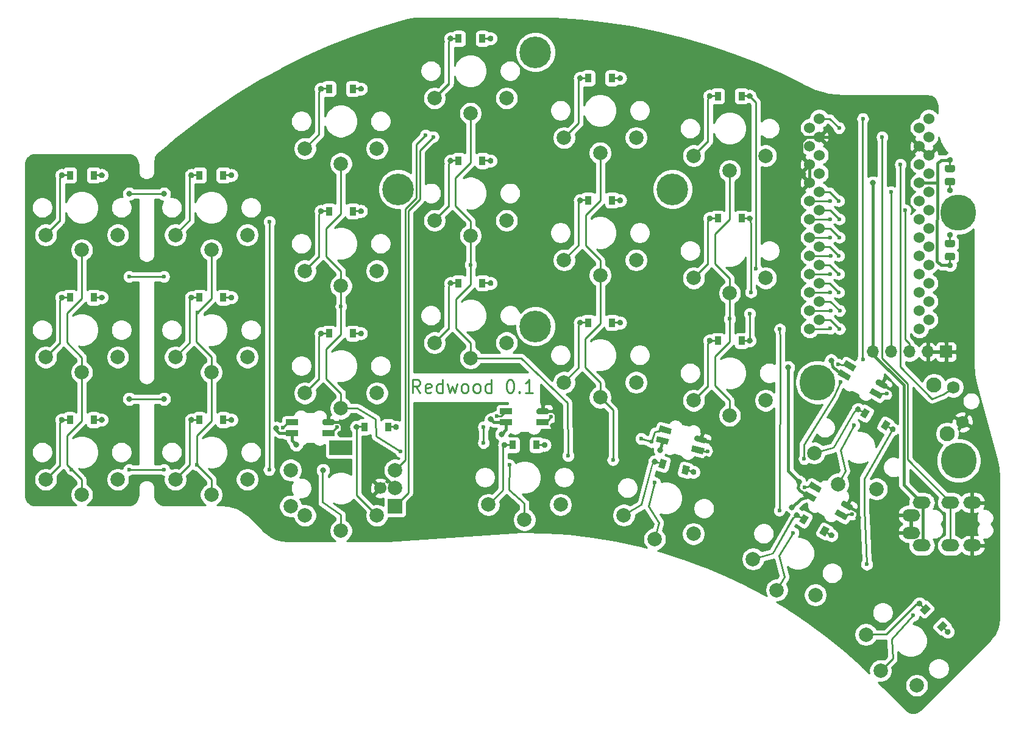
<source format=gbr>
%TF.GenerationSoftware,KiCad,Pcbnew,(5.1.10-1-10_14)*%
%TF.CreationDate,2021-09-20T15:17:18-07:00*%
%TF.ProjectId,redwood,72656477-6f6f-4642-9e6b-696361645f70,rev?*%
%TF.SameCoordinates,Original*%
%TF.FileFunction,Copper,L1,Top*%
%TF.FilePolarity,Positive*%
%FSLAX46Y46*%
G04 Gerber Fmt 4.6, Leading zero omitted, Abs format (unit mm)*
G04 Created by KiCad (PCBNEW (5.1.10-1-10_14)) date 2021-09-20 15:17:18*
%MOMM*%
%LPD*%
G01*
G04 APERTURE LIST*
%TA.AperFunction,NonConductor*%
%ADD10C,0.270000*%
%TD*%
%TA.AperFunction,ComponentPad*%
%ADD11C,0.100000*%
%TD*%
%TA.AperFunction,SMDPad,CuDef*%
%ADD12R,0.900000X1.200000*%
%TD*%
%TA.AperFunction,ComponentPad*%
%ADD13C,0.800000*%
%TD*%
%TA.AperFunction,ConnectorPad*%
%ADD14C,0.100000*%
%TD*%
%TA.AperFunction,ComponentPad*%
%ADD15C,2.000000*%
%TD*%
%TA.AperFunction,WasherPad*%
%ADD16R,3.200000X2.000000*%
%TD*%
%TA.AperFunction,ComponentPad*%
%ADD17R,2.000000X2.000000*%
%TD*%
%TA.AperFunction,ComponentPad*%
%ADD18C,1.700000*%
%TD*%
%TA.AperFunction,SMDPad,CuDef*%
%ADD19C,0.100000*%
%TD*%
%TA.AperFunction,SMDPad,CuDef*%
%ADD20R,1.700000X0.820000*%
%TD*%
%TA.AperFunction,ComponentPad*%
%ADD21R,1.700000X1.700000*%
%TD*%
%TA.AperFunction,ComponentPad*%
%ADD22O,1.700000X1.700000*%
%TD*%
%TA.AperFunction,ComponentPad*%
%ADD23C,5.000000*%
%TD*%
%TA.AperFunction,ComponentPad*%
%ADD24C,1.524000*%
%TD*%
%TA.AperFunction,ComponentPad*%
%ADD25C,2.100000*%
%TD*%
%TA.AperFunction,ComponentPad*%
%ADD26C,1.750000*%
%TD*%
%TA.AperFunction,ComponentPad*%
%ADD27O,2.500000X1.700000*%
%TD*%
%TA.AperFunction,ComponentPad*%
%ADD28C,4.400000*%
%TD*%
%TA.AperFunction,ViaPad*%
%ADD29C,0.600000*%
%TD*%
%TA.AperFunction,ViaPad*%
%ADD30C,0.800000*%
%TD*%
%TA.AperFunction,Conductor*%
%ADD31C,0.254000*%
%TD*%
%TA.AperFunction,Conductor*%
%ADD32C,0.381000*%
%TD*%
%TA.AperFunction,Conductor*%
%ADD33C,0.100000*%
%TD*%
G04 APERTURE END LIST*
D10*
X147017142Y-110234285D02*
X146417142Y-109377142D01*
X145988571Y-110234285D02*
X145988571Y-108434285D01*
X146674285Y-108434285D01*
X146845714Y-108520000D01*
X146931428Y-108605714D01*
X147017142Y-108777142D01*
X147017142Y-109034285D01*
X146931428Y-109205714D01*
X146845714Y-109291428D01*
X146674285Y-109377142D01*
X145988571Y-109377142D01*
X148474285Y-110148571D02*
X148302857Y-110234285D01*
X147960000Y-110234285D01*
X147788571Y-110148571D01*
X147702857Y-109977142D01*
X147702857Y-109291428D01*
X147788571Y-109120000D01*
X147960000Y-109034285D01*
X148302857Y-109034285D01*
X148474285Y-109120000D01*
X148560000Y-109291428D01*
X148560000Y-109462857D01*
X147702857Y-109634285D01*
X150102857Y-110234285D02*
X150102857Y-108434285D01*
X150102857Y-110148571D02*
X149931428Y-110234285D01*
X149588571Y-110234285D01*
X149417142Y-110148571D01*
X149331428Y-110062857D01*
X149245714Y-109891428D01*
X149245714Y-109377142D01*
X149331428Y-109205714D01*
X149417142Y-109120000D01*
X149588571Y-109034285D01*
X149931428Y-109034285D01*
X150102857Y-109120000D01*
X150788571Y-109034285D02*
X151131428Y-110234285D01*
X151474285Y-109377142D01*
X151817142Y-110234285D01*
X152160000Y-109034285D01*
X153102857Y-110234285D02*
X152931428Y-110148571D01*
X152845714Y-110062857D01*
X152760000Y-109891428D01*
X152760000Y-109377142D01*
X152845714Y-109205714D01*
X152931428Y-109120000D01*
X153102857Y-109034285D01*
X153360000Y-109034285D01*
X153531428Y-109120000D01*
X153617142Y-109205714D01*
X153702857Y-109377142D01*
X153702857Y-109891428D01*
X153617142Y-110062857D01*
X153531428Y-110148571D01*
X153360000Y-110234285D01*
X153102857Y-110234285D01*
X154731428Y-110234285D02*
X154560000Y-110148571D01*
X154474285Y-110062857D01*
X154388571Y-109891428D01*
X154388571Y-109377142D01*
X154474285Y-109205714D01*
X154560000Y-109120000D01*
X154731428Y-109034285D01*
X154988571Y-109034285D01*
X155160000Y-109120000D01*
X155245714Y-109205714D01*
X155331428Y-109377142D01*
X155331428Y-109891428D01*
X155245714Y-110062857D01*
X155160000Y-110148571D01*
X154988571Y-110234285D01*
X154731428Y-110234285D01*
X156874285Y-110234285D02*
X156874285Y-108434285D01*
X156874285Y-110148571D02*
X156702857Y-110234285D01*
X156360000Y-110234285D01*
X156188571Y-110148571D01*
X156102857Y-110062857D01*
X156017142Y-109891428D01*
X156017142Y-109377142D01*
X156102857Y-109205714D01*
X156188571Y-109120000D01*
X156360000Y-109034285D01*
X156702857Y-109034285D01*
X156874285Y-109120000D01*
X159445714Y-108434285D02*
X159617142Y-108434285D01*
X159788571Y-108520000D01*
X159874285Y-108605714D01*
X159960000Y-108777142D01*
X160045714Y-109120000D01*
X160045714Y-109548571D01*
X159960000Y-109891428D01*
X159874285Y-110062857D01*
X159788571Y-110148571D01*
X159617142Y-110234285D01*
X159445714Y-110234285D01*
X159274285Y-110148571D01*
X159188571Y-110062857D01*
X159102857Y-109891428D01*
X159017142Y-109548571D01*
X159017142Y-109120000D01*
X159102857Y-108777142D01*
X159188571Y-108605714D01*
X159274285Y-108520000D01*
X159445714Y-108434285D01*
X160817142Y-110062857D02*
X160902857Y-110148571D01*
X160817142Y-110234285D01*
X160731428Y-110148571D01*
X160817142Y-110062857D01*
X160817142Y-110234285D01*
X162617142Y-110234285D02*
X161588571Y-110234285D01*
X162102857Y-110234285D02*
X162102857Y-108434285D01*
X161931428Y-108691428D01*
X161760000Y-108862857D01*
X161588571Y-108948571D01*
%TA.AperFunction,ComponentPad*%
D11*
%TO.P,D6,2*%
%TO.N,Net-(D6-Pad2)*%
G36*
X138208692Y-114604329D02*
G01*
X138247192Y-114611987D01*
X138284756Y-114623382D01*
X138321022Y-114638404D01*
X138355641Y-114656909D01*
X138388280Y-114678717D01*
X138418624Y-114703620D01*
X138446380Y-114731376D01*
X138471283Y-114761720D01*
X138493091Y-114794359D01*
X138511596Y-114828978D01*
X138526618Y-114865244D01*
X138528971Y-114873000D01*
X139250000Y-114873000D01*
X139251773Y-114873012D01*
X139264157Y-114873791D01*
X139276405Y-114875775D01*
X139288401Y-114878945D01*
X139300031Y-114883270D01*
X139311183Y-114888709D01*
X139321751Y-114895211D01*
X139331634Y-114902712D01*
X139340738Y-114911143D01*
X139348976Y-114920421D01*
X139356269Y-114930459D01*
X139362548Y-114941161D01*
X139367752Y-114952425D01*
X139371833Y-114964143D01*
X139374750Y-114976203D01*
X139376477Y-114988490D01*
X139376997Y-115000887D01*
X139376304Y-115013275D01*
X139374406Y-115025537D01*
X139371320Y-115037555D01*
X139367077Y-115049214D01*
X139361715Y-115060404D01*
X139355288Y-115071017D01*
X139347855Y-115080953D01*
X139339489Y-115090115D01*
X139330268Y-115098418D01*
X139320281Y-115105781D01*
X139309623Y-115112134D01*
X139298396Y-115117417D01*
X139286707Y-115121580D01*
X139274668Y-115124581D01*
X139262393Y-115126394D01*
X139250000Y-115127000D01*
X138528971Y-115127000D01*
X138526618Y-115134756D01*
X138511596Y-115171022D01*
X138493091Y-115205641D01*
X138471283Y-115238280D01*
X138446380Y-115268624D01*
X138418624Y-115296380D01*
X138388280Y-115321283D01*
X138355641Y-115343091D01*
X138321022Y-115361596D01*
X138284756Y-115376618D01*
X138247192Y-115388013D01*
X138208692Y-115395671D01*
X138169627Y-115399518D01*
X138130373Y-115399518D01*
X138091308Y-115395671D01*
X138052808Y-115388013D01*
X138015244Y-115376618D01*
X137978978Y-115361596D01*
X137944359Y-115343091D01*
X137911720Y-115321283D01*
X137881376Y-115296380D01*
X137853620Y-115268624D01*
X137828717Y-115238280D01*
X137806909Y-115205641D01*
X137788404Y-115171022D01*
X137773382Y-115134756D01*
X137761987Y-115097192D01*
X137754329Y-115058692D01*
X137750482Y-115019627D01*
X137750482Y-114980373D01*
X137754329Y-114941308D01*
X137761987Y-114902808D01*
X137773382Y-114865244D01*
X137788404Y-114828978D01*
X137806909Y-114794359D01*
X137828717Y-114761720D01*
X137853620Y-114731376D01*
X137881376Y-114703620D01*
X137911720Y-114678717D01*
X137944359Y-114656909D01*
X137978978Y-114638404D01*
X138015244Y-114623382D01*
X138052808Y-114611987D01*
X138091308Y-114604329D01*
X138130373Y-114600482D01*
X138169627Y-114600482D01*
X138208692Y-114604329D01*
G37*
%TD.AperFunction*%
D12*
%TO.P,D6,1*%
%TO.N,row3*%
X142550000Y-115000000D03*
%TA.AperFunction,ComponentPad*%
D11*
G36*
X143591308Y-115395671D02*
G01*
X143552808Y-115388013D01*
X143515244Y-115376618D01*
X143478978Y-115361596D01*
X143444359Y-115343091D01*
X143411720Y-115321283D01*
X143381376Y-115296380D01*
X143353620Y-115268624D01*
X143328717Y-115238280D01*
X143306909Y-115205641D01*
X143288404Y-115171022D01*
X143273382Y-115134756D01*
X143271029Y-115127000D01*
X142550000Y-115127000D01*
X142548227Y-115126988D01*
X142535843Y-115126209D01*
X142523595Y-115124225D01*
X142511599Y-115121055D01*
X142499969Y-115116730D01*
X142488817Y-115111291D01*
X142478249Y-115104789D01*
X142468366Y-115097288D01*
X142459262Y-115088857D01*
X142451024Y-115079579D01*
X142443731Y-115069541D01*
X142437452Y-115058839D01*
X142432248Y-115047575D01*
X142428167Y-115035857D01*
X142425250Y-115023797D01*
X142423523Y-115011510D01*
X142423003Y-114999113D01*
X142423696Y-114986725D01*
X142425594Y-114974463D01*
X142428680Y-114962445D01*
X142432923Y-114950786D01*
X142438285Y-114939596D01*
X142444712Y-114928983D01*
X142452145Y-114919047D01*
X142460511Y-114909885D01*
X142469732Y-114901582D01*
X142479719Y-114894219D01*
X142490377Y-114887866D01*
X142501604Y-114882583D01*
X142513293Y-114878420D01*
X142525332Y-114875419D01*
X142537607Y-114873606D01*
X142550000Y-114873000D01*
X143271029Y-114873000D01*
X143273382Y-114865244D01*
X143288404Y-114828978D01*
X143306909Y-114794359D01*
X143328717Y-114761720D01*
X143353620Y-114731376D01*
X143381376Y-114703620D01*
X143411720Y-114678717D01*
X143444359Y-114656909D01*
X143478978Y-114638404D01*
X143515244Y-114623382D01*
X143552808Y-114611987D01*
X143591308Y-114604329D01*
X143630373Y-114600482D01*
X143669627Y-114600482D01*
X143708692Y-114604329D01*
X143747192Y-114611987D01*
X143784756Y-114623382D01*
X143821022Y-114638404D01*
X143855641Y-114656909D01*
X143888280Y-114678717D01*
X143918624Y-114703620D01*
X143946380Y-114731376D01*
X143971283Y-114761720D01*
X143993091Y-114794359D01*
X144011596Y-114828978D01*
X144026618Y-114865244D01*
X144038013Y-114902808D01*
X144045671Y-114941308D01*
X144049518Y-114980373D01*
X144049518Y-115019627D01*
X144045671Y-115058692D01*
X144038013Y-115097192D01*
X144026618Y-115134756D01*
X144011596Y-115171022D01*
X143993091Y-115205641D01*
X143971283Y-115238280D01*
X143946380Y-115268624D01*
X143918624Y-115296380D01*
X143888280Y-115321283D01*
X143855641Y-115343091D01*
X143821022Y-115361596D01*
X143784756Y-115376618D01*
X143747192Y-115388013D01*
X143708692Y-115395671D01*
X143669627Y-115399518D01*
X143630373Y-115399518D01*
X143591308Y-115395671D01*
G37*
%TD.AperFunction*%
D12*
%TO.P,D6,2*%
%TO.N,Net-(D6-Pad2)*%
X139250000Y-115000000D03*
%TD*%
D13*
%TO.P,V1,1*%
%TO.N,GND*%
X121000000Y-123900000D03*
%TD*%
%TA.AperFunction,ConnectorPad*%
D14*
%TO.P,K20,S1*%
%TO.N,col0*%
G36*
X135888191Y-130153753D02*
G01*
X135814849Y-130139164D01*
X135743290Y-130117457D01*
X135674203Y-130088840D01*
X135608254Y-130053589D01*
X135546077Y-130012044D01*
X135488272Y-129964605D01*
X135435395Y-129911728D01*
X135387956Y-129853923D01*
X135346411Y-129791746D01*
X135311160Y-129725797D01*
X135282543Y-129656710D01*
X135260836Y-129585151D01*
X135246247Y-129511809D01*
X135238918Y-129437390D01*
X135238918Y-129362610D01*
X135246247Y-129288191D01*
X135260836Y-129214849D01*
X135282543Y-129143290D01*
X135311160Y-129074203D01*
X135346411Y-129008254D01*
X135387956Y-128946077D01*
X135435395Y-128888272D01*
X135488272Y-128835395D01*
X135546077Y-128787956D01*
X135608254Y-128746411D01*
X135674203Y-128711160D01*
X135743290Y-128682543D01*
X135814849Y-128660836D01*
X135873000Y-128649269D01*
X135873000Y-127316123D01*
X133427170Y-125604042D01*
X133425725Y-125603016D01*
X133422415Y-125600375D01*
X133419047Y-125597855D01*
X133417586Y-125596521D01*
X133416026Y-125595276D01*
X133412989Y-125592323D01*
X133409885Y-125589489D01*
X133408558Y-125588016D01*
X133407130Y-125586627D01*
X133404403Y-125583401D01*
X133401582Y-125580268D01*
X133400403Y-125578669D01*
X133399120Y-125577151D01*
X133396726Y-125573681D01*
X133394219Y-125570281D01*
X133393199Y-125568570D01*
X133392073Y-125566938D01*
X133390028Y-125563250D01*
X133387866Y-125559623D01*
X133387021Y-125557827D01*
X133386056Y-125556087D01*
X133384379Y-125552212D01*
X133382583Y-125548396D01*
X133381915Y-125546521D01*
X133381127Y-125544700D01*
X133379841Y-125540697D01*
X133378420Y-125536707D01*
X133377938Y-125534773D01*
X133377332Y-125532887D01*
X133376439Y-125528760D01*
X133375419Y-125524668D01*
X133375130Y-125522708D01*
X133374708Y-125520760D01*
X133374221Y-125516557D01*
X133373606Y-125512393D01*
X133373509Y-125510413D01*
X133373280Y-125508435D01*
X133373206Y-125504207D01*
X133373000Y-125500000D01*
X133373000Y-121000000D01*
X133373012Y-120998227D01*
X133373791Y-120985843D01*
X133375775Y-120973595D01*
X133378945Y-120961599D01*
X133383270Y-120949969D01*
X133388709Y-120938817D01*
X133395211Y-120928249D01*
X133402712Y-120918366D01*
X133411143Y-120909262D01*
X133420421Y-120901024D01*
X133430459Y-120893731D01*
X133441161Y-120887452D01*
X133452425Y-120882248D01*
X133464143Y-120878167D01*
X133476203Y-120875250D01*
X133488490Y-120873523D01*
X133500887Y-120873003D01*
X133513275Y-120873696D01*
X133525537Y-120875594D01*
X133537555Y-120878680D01*
X133549214Y-120882923D01*
X133560404Y-120888285D01*
X133571017Y-120894712D01*
X133580953Y-120902145D01*
X133590115Y-120910511D01*
X133598418Y-120919732D01*
X133605781Y-120929719D01*
X133612134Y-120940377D01*
X133617417Y-120951604D01*
X133621580Y-120963293D01*
X133624581Y-120975332D01*
X133626394Y-120987607D01*
X133627000Y-121000000D01*
X133627000Y-125433876D01*
X136072830Y-127145958D01*
X136074275Y-127146984D01*
X136077585Y-127149625D01*
X136080953Y-127152145D01*
X136082414Y-127153479D01*
X136083974Y-127154724D01*
X136087011Y-127157677D01*
X136090115Y-127160511D01*
X136091442Y-127161984D01*
X136092870Y-127163373D01*
X136095597Y-127166599D01*
X136098418Y-127169732D01*
X136099597Y-127171331D01*
X136100880Y-127172849D01*
X136103274Y-127176319D01*
X136105781Y-127179719D01*
X136106801Y-127181430D01*
X136107927Y-127183062D01*
X136109972Y-127186750D01*
X136112134Y-127190377D01*
X136112979Y-127192173D01*
X136113944Y-127193913D01*
X136115621Y-127197788D01*
X136117417Y-127201604D01*
X136118085Y-127203479D01*
X136118873Y-127205300D01*
X136120159Y-127209303D01*
X136121580Y-127213293D01*
X136122062Y-127215227D01*
X136122668Y-127217113D01*
X136123561Y-127221240D01*
X136124581Y-127225332D01*
X136124870Y-127227292D01*
X136125292Y-127229240D01*
X136125779Y-127233443D01*
X136126394Y-127237607D01*
X136126491Y-127239587D01*
X136126720Y-127241565D01*
X136126794Y-127245793D01*
X136127000Y-127250000D01*
X136127000Y-128649269D01*
X136185151Y-128660836D01*
X136256710Y-128682543D01*
X136325797Y-128711160D01*
X136391746Y-128746411D01*
X136453923Y-128787956D01*
X136511728Y-128835395D01*
X136564605Y-128888272D01*
X136612044Y-128946077D01*
X136653589Y-129008254D01*
X136688840Y-129074203D01*
X136717457Y-129143290D01*
X136739164Y-129214849D01*
X136753753Y-129288191D01*
X136761082Y-129362610D01*
X136761082Y-129437390D01*
X136753753Y-129511809D01*
X136739164Y-129585151D01*
X136717457Y-129656710D01*
X136688840Y-129725797D01*
X136653589Y-129791746D01*
X136612044Y-129853923D01*
X136564605Y-129911728D01*
X136511728Y-129964605D01*
X136453923Y-130012044D01*
X136391746Y-130053589D01*
X136325797Y-130088840D01*
X136256710Y-130117457D01*
X136185151Y-130139164D01*
X136111809Y-130153753D01*
X136037390Y-130161082D01*
X135962610Y-130161082D01*
X135888191Y-130153753D01*
G37*
%TD.AperFunction*%
D13*
X133500000Y-121000000D03*
D15*
%TO.P,K20,S2*%
%TO.N,Net-(D6-Pad2)*%
X129000000Y-126000000D03*
D16*
%TO.P,K20,*%
%TO.N,*%
X136000000Y-117900000D03*
D15*
%TO.P,K20,S1*%
%TO.N,col0*%
X129000000Y-121000000D03*
D17*
%TO.P,K20,A*%
%TO.N,enc_a*%
X143500000Y-126000000D03*
D15*
%TO.P,K20,B*%
%TO.N,enc_b*%
X143500000Y-121000000D03*
%TO.P,K20,C*%
%TO.N,GND*%
X143500000Y-123500000D03*
%TO.P,K20,S2*%
%TO.N,Net-(D6-Pad2)*%
X141000000Y-127300000D03*
X131000000Y-127300000D03*
%TO.P,K20,S1*%
%TO.N,col0*%
X136000000Y-129400000D03*
D18*
%TO.P,K20,C*%
%TO.N,GND*%
X141500000Y-123500000D03*
%TD*%
%TA.AperFunction,ComponentPad*%
D11*
%TO.P,K24,2*%
%TO.N,row3*%
G36*
X220609368Y-143236745D02*
G01*
X220631177Y-143269383D01*
X220649681Y-143304003D01*
X220664703Y-143340269D01*
X220676097Y-143377833D01*
X220683756Y-143416333D01*
X220687603Y-143455399D01*
X220687603Y-143494651D01*
X220683756Y-143533717D01*
X220676097Y-143572217D01*
X220664703Y-143609781D01*
X220649681Y-143646047D01*
X220631177Y-143680667D01*
X220609368Y-143713305D01*
X220584465Y-143743649D01*
X220556709Y-143771405D01*
X220526365Y-143796308D01*
X220493727Y-143818117D01*
X220459107Y-143836621D01*
X220422841Y-143851643D01*
X220385277Y-143863037D01*
X220346777Y-143870696D01*
X220307711Y-143874543D01*
X220268459Y-143874543D01*
X220229393Y-143870696D01*
X220190893Y-143863037D01*
X220153329Y-143851643D01*
X220117063Y-143836621D01*
X220082443Y-143818117D01*
X220049805Y-143796308D01*
X220019461Y-143771405D01*
X219991705Y-143743649D01*
X219966802Y-143713305D01*
X219944993Y-143680667D01*
X219926489Y-143646047D01*
X219911467Y-143609781D01*
X219900073Y-143572217D01*
X219892414Y-143533717D01*
X219888567Y-143494651D01*
X219888567Y-143455399D01*
X219892414Y-143416333D01*
X219900073Y-143377833D01*
X219911467Y-143340269D01*
X219926489Y-143304003D01*
X219930309Y-143296855D01*
X219399252Y-142765797D01*
X219398007Y-142764535D01*
X219389801Y-142755227D01*
X219382543Y-142745164D01*
X219376302Y-142734440D01*
X219371137Y-142723158D01*
X219367097Y-142711426D01*
X219364222Y-142699356D01*
X219362537Y-142687063D01*
X219362061Y-142674664D01*
X219362797Y-142662279D01*
X219364738Y-142650024D01*
X219367865Y-142638016D01*
X219372150Y-142626372D01*
X219377551Y-142615200D01*
X219384016Y-142604610D01*
X219391483Y-142594700D01*
X219399881Y-142585567D01*
X219409131Y-142577297D01*
X219419143Y-142569969D01*
X219429824Y-142563653D01*
X219441068Y-142558409D01*
X219452772Y-142554288D01*
X219464821Y-142551328D01*
X219477103Y-142549558D01*
X219489497Y-142548995D01*
X219501888Y-142549644D01*
X219514157Y-142551500D01*
X219526185Y-142554544D01*
X219537860Y-142558747D01*
X219549069Y-142564069D01*
X219559703Y-142570459D01*
X219569665Y-142577857D01*
X219578857Y-142586192D01*
X220109915Y-143117249D01*
X220117063Y-143113429D01*
X220153329Y-143098407D01*
X220190893Y-143087013D01*
X220229393Y-143079354D01*
X220268459Y-143075507D01*
X220307711Y-143075507D01*
X220346777Y-143079354D01*
X220385277Y-143087013D01*
X220422841Y-143098407D01*
X220459107Y-143113429D01*
X220493727Y-143131933D01*
X220526365Y-143153742D01*
X220556709Y-143178645D01*
X220584465Y-143206401D01*
X220609368Y-143236745D01*
G37*
%TD.AperFunction*%
%TA.AperFunction,ConnectorPad*%
D14*
%TO.P,K24,3*%
%TO.N,N/C*%
G36*
X208556365Y-144110784D02*
G01*
X208531830Y-144074066D01*
X208511013Y-144035120D01*
X208494113Y-143994320D01*
X208481294Y-143952061D01*
X208472679Y-143908748D01*
X208468350Y-143864800D01*
X208468350Y-143820640D01*
X208472679Y-143776692D01*
X208481294Y-143733379D01*
X208494113Y-143691120D01*
X208511013Y-143650320D01*
X208531830Y-143611374D01*
X208556365Y-143574656D01*
X208584380Y-143540518D01*
X208615606Y-143509292D01*
X208649744Y-143481277D01*
X208686462Y-143456742D01*
X208725408Y-143435925D01*
X208766208Y-143419025D01*
X208808467Y-143406206D01*
X208851780Y-143397591D01*
X208895728Y-143393262D01*
X208939888Y-143393262D01*
X208983836Y-143397591D01*
X209027149Y-143406206D01*
X209069408Y-143419025D01*
X209110208Y-143435925D01*
X209149154Y-143456742D01*
X209185872Y-143481277D01*
X209220010Y-143509292D01*
X209251236Y-143540518D01*
X209279251Y-143574656D01*
X209303786Y-143611374D01*
X209324603Y-143650320D01*
X209341503Y-143691120D01*
X209348966Y-143715720D01*
X211693631Y-143715719D01*
X215722297Y-139687053D01*
X215723559Y-139685808D01*
X215727055Y-139682727D01*
X215730467Y-139679566D01*
X215731702Y-139678629D01*
X215732866Y-139677602D01*
X215736654Y-139674871D01*
X215740351Y-139672065D01*
X215741666Y-139671256D01*
X215742930Y-139670345D01*
X215746969Y-139667994D01*
X215750920Y-139665564D01*
X215752310Y-139664886D01*
X215753654Y-139664104D01*
X215757896Y-139662161D01*
X215762072Y-139660125D01*
X216306544Y-139426779D01*
X216308178Y-139426092D01*
X216319868Y-139421930D01*
X216331907Y-139418929D01*
X216344181Y-139417117D01*
X216356575Y-139416511D01*
X216368968Y-139417118D01*
X216381243Y-139418931D01*
X216393281Y-139421932D01*
X216404971Y-139426095D01*
X216416197Y-139431378D01*
X216426854Y-139437731D01*
X216436841Y-139445095D01*
X216446062Y-139453398D01*
X216454429Y-139462560D01*
X216461860Y-139472497D01*
X216468289Y-139483110D01*
X216473649Y-139494300D01*
X216477892Y-139505959D01*
X216480978Y-139517977D01*
X216482875Y-139530239D01*
X216483568Y-139542626D01*
X216483048Y-139555025D01*
X216481321Y-139567311D01*
X216478403Y-139579371D01*
X216474323Y-139591088D01*
X216469118Y-139602353D01*
X216462839Y-139613054D01*
X216455545Y-139623091D01*
X216447307Y-139632370D01*
X216438203Y-139640801D01*
X216428319Y-139648302D01*
X216417752Y-139654804D01*
X216406599Y-139660243D01*
X215884607Y-139883954D01*
X211836038Y-143932523D01*
X211835749Y-143932807D01*
X211835724Y-143932835D01*
X211835691Y-143932865D01*
X211834776Y-143933768D01*
X211830587Y-143937460D01*
X211826503Y-143941138D01*
X211825971Y-143941530D01*
X211825468Y-143941974D01*
X211820967Y-143945220D01*
X211816517Y-143948501D01*
X211815943Y-143948843D01*
X211815404Y-143949231D01*
X211810637Y-143952006D01*
X211805858Y-143954854D01*
X211805252Y-143955139D01*
X211804680Y-143955472D01*
X211799622Y-143957788D01*
X211794631Y-143960136D01*
X211794012Y-143960357D01*
X211793398Y-143960638D01*
X211788142Y-143962448D01*
X211782942Y-143964300D01*
X211782294Y-143964462D01*
X211781667Y-143964678D01*
X211776281Y-143965961D01*
X211770903Y-143967301D01*
X211770246Y-143967398D01*
X211769597Y-143967553D01*
X211764094Y-143968306D01*
X211758628Y-143969114D01*
X211757966Y-143969146D01*
X211757304Y-143969237D01*
X211751798Y-143969448D01*
X211746235Y-143969721D01*
X209348966Y-143969720D01*
X209341503Y-143994320D01*
X209324603Y-144035120D01*
X209303786Y-144074066D01*
X209279251Y-144110784D01*
X209251236Y-144144922D01*
X209220010Y-144176148D01*
X209185872Y-144204163D01*
X209149154Y-144228698D01*
X209110208Y-144249515D01*
X209069408Y-144266415D01*
X209027149Y-144279234D01*
X208983836Y-144287849D01*
X208939888Y-144292178D01*
X208895728Y-144292178D01*
X208851780Y-144287849D01*
X208808467Y-144279234D01*
X208766208Y-144266415D01*
X208725408Y-144249515D01*
X208686462Y-144228698D01*
X208649744Y-144204163D01*
X208615606Y-144176148D01*
X208584380Y-144144922D01*
X208556365Y-144110784D01*
G37*
%TD.AperFunction*%
%TA.AperFunction,SMDPad,CuDef*%
D19*
G36*
X217898064Y-140236476D02*
G01*
X217049536Y-141085004D01*
X216413140Y-140448608D01*
X217261668Y-139600080D01*
X217898064Y-140236476D01*
G37*
%TD.AperFunction*%
%TA.AperFunction,ComponentPad*%
D11*
G36*
X216035288Y-139781791D02*
G01*
X216013479Y-139749153D01*
X215994975Y-139714533D01*
X215979953Y-139678267D01*
X215968559Y-139640703D01*
X215960900Y-139602203D01*
X215957053Y-139563137D01*
X215957053Y-139523885D01*
X215960900Y-139484819D01*
X215968559Y-139446319D01*
X215979953Y-139408755D01*
X215994975Y-139372489D01*
X216013479Y-139337869D01*
X216035288Y-139305231D01*
X216060191Y-139274887D01*
X216087947Y-139247131D01*
X216118291Y-139222228D01*
X216150929Y-139200419D01*
X216185549Y-139181915D01*
X216221815Y-139166893D01*
X216259379Y-139155499D01*
X216297879Y-139147840D01*
X216336945Y-139143993D01*
X216376197Y-139143993D01*
X216415263Y-139147840D01*
X216453763Y-139155499D01*
X216491327Y-139166893D01*
X216527593Y-139181915D01*
X216562213Y-139200419D01*
X216594851Y-139222228D01*
X216625195Y-139247131D01*
X216652951Y-139274887D01*
X216677854Y-139305231D01*
X216699663Y-139337869D01*
X216718167Y-139372489D01*
X216733189Y-139408755D01*
X216744583Y-139446319D01*
X216752242Y-139484819D01*
X216756089Y-139523885D01*
X216756089Y-139563137D01*
X216752242Y-139602203D01*
X216744583Y-139640703D01*
X216733189Y-139678267D01*
X216718167Y-139714533D01*
X216714347Y-139721681D01*
X217245404Y-140252739D01*
X217246649Y-140254001D01*
X217254855Y-140263309D01*
X217262113Y-140273372D01*
X217268354Y-140284096D01*
X217273519Y-140295378D01*
X217277559Y-140307110D01*
X217280434Y-140319180D01*
X217282119Y-140331473D01*
X217282595Y-140343872D01*
X217281859Y-140356257D01*
X217279918Y-140368512D01*
X217276791Y-140380520D01*
X217272506Y-140392164D01*
X217267105Y-140403336D01*
X217260640Y-140413926D01*
X217253173Y-140423836D01*
X217244775Y-140432969D01*
X217235525Y-140441239D01*
X217225513Y-140448567D01*
X217214832Y-140454883D01*
X217203588Y-140460127D01*
X217191884Y-140464248D01*
X217179835Y-140467208D01*
X217167553Y-140468978D01*
X217155159Y-140469541D01*
X217142768Y-140468892D01*
X217130499Y-140467036D01*
X217118471Y-140463992D01*
X217106796Y-140459789D01*
X217095587Y-140454467D01*
X217084953Y-140448077D01*
X217074991Y-140440679D01*
X217065799Y-140432344D01*
X216534741Y-139901287D01*
X216527593Y-139905107D01*
X216491327Y-139920129D01*
X216453763Y-139931523D01*
X216415263Y-139939182D01*
X216376197Y-139943029D01*
X216336945Y-139943029D01*
X216297879Y-139939182D01*
X216259379Y-139931523D01*
X216221815Y-139920129D01*
X216185549Y-139905107D01*
X216150929Y-139886603D01*
X216118291Y-139864794D01*
X216087947Y-139839891D01*
X216060191Y-139812135D01*
X216035288Y-139781791D01*
G37*
%TD.AperFunction*%
%TA.AperFunction,SMDPad,CuDef*%
D19*
%TO.P,K24,2*%
%TO.N,row3*%
G36*
X220231516Y-142569928D02*
G01*
X219382988Y-143418456D01*
X218746592Y-142782060D01*
X219595120Y-141933532D01*
X220231516Y-142569928D01*
G37*
%TD.AperFunction*%
D15*
%TO.P,K24,3*%
%TO.N,N/C*%
X215988876Y-150913788D03*
X208917808Y-143842720D03*
%TO.P,K24,1*%
%TO.N,col4*%
X210968417Y-148863179D03*
%TD*%
%TA.AperFunction,ComponentPad*%
D11*
%TO.P,K23,2*%
%TO.N,row3*%
G36*
X204384491Y-129729491D02*
G01*
X204414004Y-129755373D01*
X204440838Y-129784023D01*
X204464734Y-129815166D01*
X204485463Y-129848501D01*
X204502825Y-129883707D01*
X204516652Y-129920445D01*
X204526812Y-129958361D01*
X204533206Y-129997091D01*
X204535773Y-130036261D01*
X204534489Y-130075495D01*
X204529366Y-130114413D01*
X204520452Y-130152642D01*
X204507834Y-130189813D01*
X204491633Y-130225568D01*
X204472006Y-130259562D01*
X204449142Y-130291470D01*
X204423260Y-130320983D01*
X204394610Y-130347817D01*
X204363467Y-130371713D01*
X204330132Y-130392442D01*
X204294926Y-130409804D01*
X204258188Y-130423631D01*
X204220272Y-130433791D01*
X204181542Y-130440185D01*
X204142372Y-130442752D01*
X204103138Y-130441468D01*
X204064220Y-130436345D01*
X204025991Y-130427431D01*
X203988820Y-130414813D01*
X203953065Y-130398612D01*
X203919071Y-130378985D01*
X203887163Y-130356121D01*
X203857650Y-130330239D01*
X203830816Y-130301589D01*
X203806920Y-130270446D01*
X203786191Y-130237111D01*
X203768829Y-130201905D01*
X203755002Y-130165167D01*
X203744842Y-130127251D01*
X203738448Y-130088521D01*
X203735881Y-130049351D01*
X203737165Y-130010117D01*
X203742288Y-129971199D01*
X203744128Y-129963306D01*
X203093718Y-129587791D01*
X203092189Y-129586894D01*
X203081853Y-129580028D01*
X203072238Y-129572186D01*
X203063435Y-129563442D01*
X203055525Y-129553882D01*
X203048587Y-129543595D01*
X203042686Y-129532680D01*
X203037877Y-129521243D01*
X203034208Y-129509389D01*
X203031713Y-129497235D01*
X203030416Y-129484896D01*
X203030329Y-129472488D01*
X203031455Y-129460131D01*
X203033779Y-129447943D01*
X203037283Y-129436040D01*
X203041931Y-129424535D01*
X203047679Y-129413539D01*
X203054473Y-129403158D01*
X203062248Y-129393487D01*
X203070930Y-129384622D01*
X203080434Y-129376647D01*
X203090672Y-129369637D01*
X203101545Y-129363659D01*
X203112950Y-129358771D01*
X203124776Y-129355020D01*
X203136913Y-129352440D01*
X203149244Y-129351056D01*
X203161650Y-129350884D01*
X203174015Y-129351922D01*
X203186219Y-129354161D01*
X203198146Y-129357582D01*
X203209683Y-129362149D01*
X203220718Y-129367821D01*
X203871128Y-129743335D01*
X203877044Y-129737795D01*
X203908187Y-129713899D01*
X203941522Y-129693170D01*
X203976728Y-129675808D01*
X204013466Y-129661981D01*
X204051382Y-129651821D01*
X204090112Y-129645427D01*
X204129282Y-129642860D01*
X204168516Y-129644144D01*
X204207434Y-129649267D01*
X204245663Y-129658181D01*
X204282834Y-129670799D01*
X204318589Y-129687000D01*
X204352583Y-129706627D01*
X204384491Y-129729491D01*
G37*
%TD.AperFunction*%
%TA.AperFunction,ConnectorPad*%
D14*
%TO.P,K23,3*%
%TO.N,N/C*%
G36*
X192968402Y-133693296D02*
G01*
X192935200Y-133664179D01*
X192905012Y-133631948D01*
X192878128Y-133596912D01*
X192854808Y-133559411D01*
X192835276Y-133519803D01*
X192819720Y-133478473D01*
X192808291Y-133435818D01*
X192801098Y-133392247D01*
X192798209Y-133348180D01*
X192799654Y-133304043D01*
X192805418Y-133260259D01*
X192815446Y-133217252D01*
X192829641Y-133175435D01*
X192847867Y-133135210D01*
X192869947Y-133096966D01*
X192895670Y-133061070D01*
X192924787Y-133027868D01*
X192957018Y-132997680D01*
X192992054Y-132970796D01*
X193029555Y-132947476D01*
X193069163Y-132927944D01*
X193110493Y-132912388D01*
X193153148Y-132900959D01*
X193196719Y-132893766D01*
X193240786Y-132890877D01*
X193284923Y-132892322D01*
X193328707Y-132898086D01*
X193371714Y-132908114D01*
X193413531Y-132922309D01*
X193453756Y-132940535D01*
X193492000Y-132962615D01*
X193527896Y-132988338D01*
X193561098Y-133017455D01*
X193591286Y-133049686D01*
X193618170Y-133084722D01*
X193631745Y-133106553D01*
X195896518Y-132499708D01*
X198745215Y-127565620D01*
X198746111Y-127564091D01*
X198748691Y-127560209D01*
X198751169Y-127556273D01*
X198752120Y-127555048D01*
X198752978Y-127553755D01*
X198755930Y-127550136D01*
X198758775Y-127546469D01*
X198759836Y-127545348D01*
X198760820Y-127544140D01*
X198764113Y-127540825D01*
X198767300Y-127537455D01*
X198768468Y-127536440D01*
X198769564Y-127535336D01*
X198773158Y-127532362D01*
X198776665Y-127529314D01*
X199242190Y-127163000D01*
X199243591Y-127161914D01*
X199253805Y-127154868D01*
X199264657Y-127148853D01*
X199276044Y-127143926D01*
X199287859Y-127140133D01*
X199299986Y-127137511D01*
X199312313Y-127136085D01*
X199324717Y-127135869D01*
X199337086Y-127136865D01*
X199349298Y-127139062D01*
X199361236Y-127142440D01*
X199372788Y-127146968D01*
X199383844Y-127152602D01*
X199394297Y-127159287D01*
X199404047Y-127166961D01*
X199413003Y-127175549D01*
X199421077Y-127184970D01*
X199428194Y-127195134D01*
X199434285Y-127205944D01*
X199439291Y-127217297D01*
X199443166Y-127229082D01*
X199445872Y-127241193D01*
X199447385Y-127253508D01*
X199447687Y-127265912D01*
X199446779Y-127278286D01*
X199444667Y-127290514D01*
X199441371Y-127302476D01*
X199436924Y-127314059D01*
X199431368Y-127325153D01*
X199424756Y-127335653D01*
X199417151Y-127345457D01*
X199408626Y-127354472D01*
X199399261Y-127362612D01*
X198952956Y-127713802D01*
X196090185Y-132672266D01*
X196089980Y-132672615D01*
X196089963Y-132672649D01*
X196089939Y-132672686D01*
X196089288Y-132673796D01*
X196086198Y-132678446D01*
X196083205Y-132683056D01*
X196082792Y-132683573D01*
X196082422Y-132684131D01*
X196078914Y-132688432D01*
X196075465Y-132692753D01*
X196074999Y-132693231D01*
X196074579Y-132693746D01*
X196070693Y-132697660D01*
X196066814Y-132701648D01*
X196066302Y-132702080D01*
X196065836Y-132702550D01*
X196061550Y-132706096D01*
X196057336Y-132709656D01*
X196056795Y-132710029D01*
X196056275Y-132710459D01*
X196051666Y-132713568D01*
X196047124Y-132716703D01*
X196046539Y-132717027D01*
X196045989Y-132717398D01*
X196041119Y-132720031D01*
X196036271Y-132722718D01*
X196035661Y-132722982D01*
X196035074Y-132723299D01*
X196029954Y-132725451D01*
X196024883Y-132727646D01*
X196024253Y-132727849D01*
X196023637Y-132728107D01*
X196018373Y-132729737D01*
X196013070Y-132731439D01*
X193697485Y-133351898D01*
X193696644Y-133377591D01*
X193690880Y-133421375D01*
X193680852Y-133464382D01*
X193666657Y-133506199D01*
X193648431Y-133546424D01*
X193626351Y-133584668D01*
X193600628Y-133620564D01*
X193571511Y-133653766D01*
X193539280Y-133683954D01*
X193504244Y-133710838D01*
X193466743Y-133734158D01*
X193427135Y-133753690D01*
X193385805Y-133769246D01*
X193343150Y-133780675D01*
X193299579Y-133787868D01*
X193255512Y-133790757D01*
X193211375Y-133789312D01*
X193167591Y-133783548D01*
X193124584Y-133773520D01*
X193082767Y-133759325D01*
X193042542Y-133741099D01*
X193004298Y-133719019D01*
X192968402Y-133693296D01*
G37*
%TD.AperFunction*%
%TA.AperFunction,SMDPad,CuDef*%
D19*
G36*
X200989045Y-127533191D02*
G01*
X200389045Y-128572421D01*
X199609623Y-128122421D01*
X200209623Y-127083191D01*
X200989045Y-127533191D01*
G37*
%TD.AperFunction*%
%TA.AperFunction,ComponentPad*%
D11*
G36*
X199072061Y-127576121D02*
G01*
X199042548Y-127550239D01*
X199015714Y-127521589D01*
X198991818Y-127490446D01*
X198971089Y-127457111D01*
X198953727Y-127421905D01*
X198939900Y-127385167D01*
X198929740Y-127347251D01*
X198923346Y-127308521D01*
X198920779Y-127269351D01*
X198922063Y-127230117D01*
X198927186Y-127191199D01*
X198936100Y-127152970D01*
X198948718Y-127115799D01*
X198964919Y-127080044D01*
X198984546Y-127046050D01*
X199007410Y-127014142D01*
X199033292Y-126984629D01*
X199061942Y-126957795D01*
X199093085Y-126933899D01*
X199126420Y-126913170D01*
X199161626Y-126895808D01*
X199198364Y-126881981D01*
X199236280Y-126871821D01*
X199275010Y-126865427D01*
X199314180Y-126862860D01*
X199353414Y-126864144D01*
X199392332Y-126869267D01*
X199430561Y-126878181D01*
X199467732Y-126890799D01*
X199503487Y-126907000D01*
X199537481Y-126926627D01*
X199569389Y-126949491D01*
X199598902Y-126975373D01*
X199625736Y-127004023D01*
X199649632Y-127035166D01*
X199670361Y-127068501D01*
X199687723Y-127103707D01*
X199701550Y-127140445D01*
X199711710Y-127178361D01*
X199718104Y-127217091D01*
X199720671Y-127256261D01*
X199719387Y-127295495D01*
X199714264Y-127334413D01*
X199712424Y-127342306D01*
X200362834Y-127717821D01*
X200364363Y-127718718D01*
X200374699Y-127725584D01*
X200384314Y-127733426D01*
X200393117Y-127742170D01*
X200401027Y-127751730D01*
X200407965Y-127762017D01*
X200413866Y-127772932D01*
X200418675Y-127784369D01*
X200422344Y-127796223D01*
X200424839Y-127808377D01*
X200426136Y-127820716D01*
X200426223Y-127833124D01*
X200425097Y-127845481D01*
X200422773Y-127857669D01*
X200419269Y-127869572D01*
X200414621Y-127881077D01*
X200408873Y-127892073D01*
X200402079Y-127902454D01*
X200394304Y-127912125D01*
X200385622Y-127920990D01*
X200376118Y-127928965D01*
X200365880Y-127935975D01*
X200355007Y-127941953D01*
X200343602Y-127946841D01*
X200331776Y-127950592D01*
X200319639Y-127953172D01*
X200307308Y-127954556D01*
X200294902Y-127954728D01*
X200282537Y-127953690D01*
X200270333Y-127951451D01*
X200258406Y-127948030D01*
X200246869Y-127943463D01*
X200235834Y-127937791D01*
X199585424Y-127562277D01*
X199579508Y-127567817D01*
X199548365Y-127591713D01*
X199515030Y-127612442D01*
X199479824Y-127629804D01*
X199443086Y-127643631D01*
X199405170Y-127653791D01*
X199366440Y-127660185D01*
X199327270Y-127662752D01*
X199288036Y-127661468D01*
X199249118Y-127656345D01*
X199210889Y-127647431D01*
X199173718Y-127634813D01*
X199137963Y-127618612D01*
X199103969Y-127598985D01*
X199072061Y-127576121D01*
G37*
%TD.AperFunction*%
%TA.AperFunction,SMDPad,CuDef*%
D19*
%TO.P,K23,2*%
%TO.N,row3*%
G36*
X203846929Y-129183191D02*
G01*
X203246929Y-130222421D01*
X202467507Y-129772421D01*
X203067507Y-128733191D01*
X203846929Y-129183191D01*
G37*
%TD.AperFunction*%
D15*
%TO.P,K23,3*%
%TO.N,N/C*%
X201908403Y-138340817D03*
X193248149Y-133340817D03*
%TO.P,K23,1*%
%TO.N,col3*%
X196528276Y-137659470D03*
%TD*%
%TA.AperFunction,ComponentPad*%
D11*
%TO.P,K22,2*%
%TO.N,row3*%
G36*
X185119059Y-120892519D02*
G01*
X185154265Y-120909880D01*
X185187600Y-120930609D01*
X185218742Y-120954506D01*
X185247392Y-120981340D01*
X185273275Y-121010853D01*
X185296140Y-121042761D01*
X185315766Y-121076755D01*
X185331967Y-121112510D01*
X185344584Y-121149682D01*
X185353499Y-121187910D01*
X185358622Y-121226829D01*
X185359907Y-121266062D01*
X185357339Y-121305232D01*
X185350945Y-121343962D01*
X185340785Y-121381878D01*
X185326958Y-121418616D01*
X185309597Y-121453822D01*
X185288868Y-121487157D01*
X185264971Y-121518299D01*
X185238137Y-121546949D01*
X185208624Y-121572832D01*
X185176716Y-121595697D01*
X185142722Y-121615323D01*
X185106967Y-121631524D01*
X185069795Y-121644141D01*
X185031567Y-121653056D01*
X184992648Y-121658179D01*
X184953415Y-121659464D01*
X184914245Y-121656896D01*
X184875515Y-121650502D01*
X184837599Y-121640342D01*
X184800861Y-121626515D01*
X184765655Y-121609154D01*
X184732320Y-121588425D01*
X184701178Y-121564528D01*
X184672528Y-121537694D01*
X184646645Y-121508181D01*
X184623780Y-121476273D01*
X184604154Y-121442279D01*
X184587953Y-121406524D01*
X184575336Y-121369352D01*
X184566421Y-121331124D01*
X184561298Y-121292205D01*
X184561032Y-121284105D01*
X183835594Y-121089724D01*
X183833884Y-121089254D01*
X183822124Y-121085296D01*
X183810807Y-121080209D01*
X183800040Y-121074043D01*
X183789926Y-121066855D01*
X183780561Y-121058715D01*
X183772036Y-121049699D01*
X183764431Y-121039896D01*
X183757820Y-121029396D01*
X183752264Y-121018302D01*
X183747817Y-121006718D01*
X183744522Y-120994756D01*
X183742411Y-120982529D01*
X183741502Y-120970154D01*
X183741805Y-120957750D01*
X183743317Y-120945435D01*
X183746024Y-120933325D01*
X183749899Y-120921539D01*
X183754906Y-120910186D01*
X183760998Y-120899376D01*
X183768114Y-120889213D01*
X183776189Y-120879792D01*
X183785144Y-120871204D01*
X183794895Y-120863530D01*
X183805348Y-120856846D01*
X183816403Y-120851212D01*
X183827956Y-120846685D01*
X183839895Y-120843307D01*
X183852107Y-120841110D01*
X183864475Y-120840114D01*
X183876880Y-120840331D01*
X183889206Y-120841757D01*
X183901334Y-120844379D01*
X184626772Y-121038760D01*
X184631052Y-121031877D01*
X184654949Y-121000735D01*
X184681783Y-120972085D01*
X184711296Y-120946202D01*
X184743204Y-120923337D01*
X184777198Y-120903711D01*
X184812953Y-120887510D01*
X184850125Y-120874893D01*
X184888353Y-120865978D01*
X184927272Y-120860855D01*
X184966505Y-120859570D01*
X185005675Y-120862138D01*
X185044405Y-120868532D01*
X185082321Y-120878692D01*
X185119059Y-120892519D01*
G37*
%TD.AperFunction*%
%TA.AperFunction,ConnectorPad*%
D14*
%TO.P,K22,3*%
%TO.N,N/C*%
G36*
X175117872Y-127675961D02*
G01*
X175078266Y-127656430D01*
X175040764Y-127633110D01*
X175005729Y-127606226D01*
X174973497Y-127576038D01*
X174944380Y-127542836D01*
X174918657Y-127506940D01*
X174896577Y-127468696D01*
X174878352Y-127428472D01*
X174864156Y-127386654D01*
X174854128Y-127343647D01*
X174848364Y-127299863D01*
X174846919Y-127255726D01*
X174849808Y-127211660D01*
X174857001Y-127168088D01*
X174868431Y-127125433D01*
X174883987Y-127084102D01*
X174903518Y-127044496D01*
X174926838Y-127006994D01*
X174953722Y-126971959D01*
X174983910Y-126939727D01*
X175017112Y-126910610D01*
X175053008Y-126884887D01*
X175091252Y-126862807D01*
X175131476Y-126844582D01*
X175173294Y-126830386D01*
X175216301Y-126820358D01*
X175260085Y-126814594D01*
X175304222Y-126813149D01*
X175348288Y-126816038D01*
X175391860Y-126823231D01*
X175434515Y-126834661D01*
X175475846Y-126850217D01*
X175515452Y-126869748D01*
X175552954Y-126893068D01*
X175587989Y-126919952D01*
X175606753Y-126937525D01*
X177637292Y-125765192D01*
X179111886Y-120261932D01*
X179112356Y-120260222D01*
X179113843Y-120255806D01*
X179115218Y-120251362D01*
X179115819Y-120249933D01*
X179116314Y-120248462D01*
X179118229Y-120244202D01*
X179120027Y-120239924D01*
X179120762Y-120238566D01*
X179121400Y-120237145D01*
X179123723Y-120233090D01*
X179125929Y-120229010D01*
X179126795Y-120227727D01*
X179127567Y-120226378D01*
X179130269Y-120222575D01*
X179132868Y-120218723D01*
X179487721Y-119744404D01*
X179488793Y-119742992D01*
X179496836Y-119733543D01*
X179505761Y-119724924D01*
X179515485Y-119717218D01*
X179525916Y-119710496D01*
X179536951Y-119704825D01*
X179548489Y-119700257D01*
X179560414Y-119696837D01*
X179572620Y-119694598D01*
X179584984Y-119693560D01*
X179597389Y-119693734D01*
X179609720Y-119695117D01*
X179621857Y-119697697D01*
X179633684Y-119701449D01*
X179645088Y-119706339D01*
X179655962Y-119712315D01*
X179666199Y-119719326D01*
X179675704Y-119727302D01*
X179684385Y-119736167D01*
X179692159Y-119745837D01*
X179698953Y-119756218D01*
X179704701Y-119767216D01*
X179709349Y-119778720D01*
X179712852Y-119790623D01*
X179715177Y-119802810D01*
X179716302Y-119815168D01*
X179716214Y-119827575D01*
X179714916Y-119839915D01*
X179712422Y-119852069D01*
X179708753Y-119863923D01*
X179703944Y-119875361D01*
X179698043Y-119886275D01*
X179691104Y-119896562D01*
X179350900Y-120351298D01*
X177869021Y-125881745D01*
X177868914Y-125882136D01*
X177868906Y-125882173D01*
X177868892Y-125882215D01*
X177868551Y-125883455D01*
X177866770Y-125888746D01*
X177865072Y-125893974D01*
X177864807Y-125894580D01*
X177864593Y-125895215D01*
X177862319Y-125900277D01*
X177860105Y-125905344D01*
X177859779Y-125905926D01*
X177859507Y-125906533D01*
X177856765Y-125911319D01*
X177854051Y-125916175D01*
X177853669Y-125916725D01*
X177853340Y-125917299D01*
X177850118Y-125921834D01*
X177846969Y-125926363D01*
X177846543Y-125926864D01*
X177846152Y-125927414D01*
X177842505Y-125931610D01*
X177838928Y-125935813D01*
X177838448Y-125936278D01*
X177838012Y-125936778D01*
X177833990Y-125940582D01*
X177830002Y-125944432D01*
X177829482Y-125944845D01*
X177828997Y-125945303D01*
X177824608Y-125948707D01*
X177820278Y-125952139D01*
X177819721Y-125952499D01*
X177819193Y-125952908D01*
X177814530Y-125955844D01*
X177809849Y-125958861D01*
X175733752Y-127157495D01*
X175739590Y-127182531D01*
X175745354Y-127226315D01*
X175746799Y-127270452D01*
X175743910Y-127314518D01*
X175736717Y-127358090D01*
X175725287Y-127400745D01*
X175709731Y-127442076D01*
X175690200Y-127481682D01*
X175666880Y-127519184D01*
X175639996Y-127554219D01*
X175609808Y-127586451D01*
X175576606Y-127615568D01*
X175540710Y-127641291D01*
X175502466Y-127663371D01*
X175462242Y-127681596D01*
X175420424Y-127695792D01*
X175377417Y-127705820D01*
X175333633Y-127711584D01*
X175289496Y-127713029D01*
X175245430Y-127710140D01*
X175201858Y-127702947D01*
X175159203Y-127691517D01*
X175117872Y-127675961D01*
G37*
%TD.AperFunction*%
%TA.AperFunction,SMDPad,CuDef*%
D19*
G36*
X181270866Y-119649862D02*
G01*
X180960283Y-120808973D01*
X180090950Y-120576036D01*
X180401533Y-119416925D01*
X181270866Y-119649862D01*
G37*
%TD.AperFunction*%
%TA.AperFunction,ComponentPad*%
D11*
G36*
X179430313Y-120187481D02*
G01*
X179395107Y-120170120D01*
X179361772Y-120149391D01*
X179330630Y-120125494D01*
X179301980Y-120098660D01*
X179276097Y-120069147D01*
X179253232Y-120037239D01*
X179233606Y-120003245D01*
X179217405Y-119967490D01*
X179204788Y-119930318D01*
X179195873Y-119892090D01*
X179190750Y-119853171D01*
X179189465Y-119813938D01*
X179192033Y-119774768D01*
X179198427Y-119736038D01*
X179208587Y-119698122D01*
X179222414Y-119661384D01*
X179239775Y-119626178D01*
X179260504Y-119592843D01*
X179284401Y-119561701D01*
X179311235Y-119533051D01*
X179340748Y-119507168D01*
X179372656Y-119484303D01*
X179406650Y-119464677D01*
X179442405Y-119448476D01*
X179479577Y-119435859D01*
X179517805Y-119426944D01*
X179556724Y-119421821D01*
X179595957Y-119420536D01*
X179635127Y-119423104D01*
X179673857Y-119429498D01*
X179711773Y-119439658D01*
X179748511Y-119453485D01*
X179783717Y-119470846D01*
X179817052Y-119491575D01*
X179848194Y-119515472D01*
X179876844Y-119542306D01*
X179902727Y-119571819D01*
X179925592Y-119603727D01*
X179945218Y-119637721D01*
X179961419Y-119673476D01*
X179974036Y-119710648D01*
X179982951Y-119748876D01*
X179988074Y-119787795D01*
X179988340Y-119795895D01*
X180713778Y-119990276D01*
X180715488Y-119990746D01*
X180727248Y-119994704D01*
X180738565Y-119999791D01*
X180749332Y-120005957D01*
X180759446Y-120013145D01*
X180768811Y-120021285D01*
X180777336Y-120030301D01*
X180784941Y-120040104D01*
X180791552Y-120050604D01*
X180797108Y-120061698D01*
X180801555Y-120073282D01*
X180804850Y-120085244D01*
X180806961Y-120097471D01*
X180807870Y-120109846D01*
X180807567Y-120122250D01*
X180806055Y-120134565D01*
X180803348Y-120146675D01*
X180799473Y-120158461D01*
X180794466Y-120169814D01*
X180788374Y-120180624D01*
X180781258Y-120190787D01*
X180773183Y-120200208D01*
X180764228Y-120208796D01*
X180754477Y-120216470D01*
X180744024Y-120223154D01*
X180732969Y-120228788D01*
X180721416Y-120233315D01*
X180709477Y-120236693D01*
X180697265Y-120238890D01*
X180684897Y-120239886D01*
X180672492Y-120239669D01*
X180660166Y-120238243D01*
X180648038Y-120235621D01*
X179922600Y-120041240D01*
X179918320Y-120048123D01*
X179894423Y-120079265D01*
X179867589Y-120107915D01*
X179838076Y-120133798D01*
X179806168Y-120156663D01*
X179772174Y-120176289D01*
X179736419Y-120192490D01*
X179699247Y-120205107D01*
X179661019Y-120214022D01*
X179622100Y-120219145D01*
X179582867Y-120220430D01*
X179543697Y-120217862D01*
X179504967Y-120211468D01*
X179467051Y-120201308D01*
X179430313Y-120187481D01*
G37*
%TD.AperFunction*%
%TA.AperFunction,SMDPad,CuDef*%
D19*
%TO.P,K22,2*%
%TO.N,row3*%
G36*
X184458422Y-120503964D02*
G01*
X184147839Y-121663075D01*
X183278506Y-121430138D01*
X183589089Y-120271027D01*
X184458422Y-120503964D01*
G37*
%TD.AperFunction*%
D15*
%TO.P,K22,3*%
%TO.N,N/C*%
X184956117Y-129851280D03*
X175296859Y-127263089D03*
%TO.P,K22,1*%
%TO.N,col2*%
X179582968Y-130585629D03*
%TD*%
%TA.AperFunction,ComponentPad*%
D11*
%TO.P,K21,2*%
%TO.N,row3*%
G36*
X164338692Y-117104329D02*
G01*
X164377192Y-117111987D01*
X164414756Y-117123382D01*
X164451022Y-117138404D01*
X164485641Y-117156909D01*
X164518280Y-117178717D01*
X164548624Y-117203620D01*
X164576380Y-117231376D01*
X164601283Y-117261720D01*
X164623091Y-117294359D01*
X164641596Y-117328978D01*
X164656618Y-117365244D01*
X164668013Y-117402808D01*
X164675671Y-117441308D01*
X164679518Y-117480373D01*
X164679518Y-117519627D01*
X164675671Y-117558692D01*
X164668013Y-117597192D01*
X164656618Y-117634756D01*
X164641596Y-117671022D01*
X164623091Y-117705641D01*
X164601283Y-117738280D01*
X164576380Y-117768624D01*
X164548624Y-117796380D01*
X164518280Y-117821283D01*
X164485641Y-117843091D01*
X164451022Y-117861596D01*
X164414756Y-117876618D01*
X164377192Y-117888013D01*
X164338692Y-117895671D01*
X164299627Y-117899518D01*
X164260373Y-117899518D01*
X164221308Y-117895671D01*
X164182808Y-117888013D01*
X164145244Y-117876618D01*
X164108978Y-117861596D01*
X164074359Y-117843091D01*
X164041720Y-117821283D01*
X164011376Y-117796380D01*
X163983620Y-117768624D01*
X163958717Y-117738280D01*
X163936909Y-117705641D01*
X163918404Y-117671022D01*
X163903382Y-117634756D01*
X163901029Y-117627000D01*
X163150000Y-117627000D01*
X163148227Y-117626988D01*
X163135843Y-117626209D01*
X163123595Y-117624225D01*
X163111599Y-117621055D01*
X163099969Y-117616730D01*
X163088817Y-117611291D01*
X163078249Y-117604789D01*
X163068366Y-117597288D01*
X163059262Y-117588857D01*
X163051024Y-117579579D01*
X163043731Y-117569541D01*
X163037452Y-117558839D01*
X163032248Y-117547575D01*
X163028167Y-117535857D01*
X163025250Y-117523797D01*
X163023523Y-117511510D01*
X163023003Y-117499113D01*
X163023696Y-117486725D01*
X163025594Y-117474463D01*
X163028680Y-117462445D01*
X163032923Y-117450786D01*
X163038285Y-117439596D01*
X163044712Y-117428983D01*
X163052145Y-117419047D01*
X163060511Y-117409885D01*
X163069732Y-117401582D01*
X163079719Y-117394219D01*
X163090377Y-117387866D01*
X163101604Y-117382583D01*
X163113293Y-117378420D01*
X163125332Y-117375419D01*
X163137607Y-117373606D01*
X163150000Y-117373000D01*
X163901029Y-117373000D01*
X163903382Y-117365244D01*
X163918404Y-117328978D01*
X163936909Y-117294359D01*
X163958717Y-117261720D01*
X163983620Y-117231376D01*
X164011376Y-117203620D01*
X164041720Y-117178717D01*
X164074359Y-117156909D01*
X164108978Y-117138404D01*
X164145244Y-117123382D01*
X164182808Y-117111987D01*
X164221308Y-117104329D01*
X164260373Y-117100482D01*
X164299627Y-117100482D01*
X164338692Y-117104329D01*
G37*
%TD.AperFunction*%
%TA.AperFunction,ConnectorPad*%
D14*
%TO.P,K21,3*%
%TO.N,N/C*%
G36*
X156433971Y-126245129D02*
G01*
X156390659Y-126236514D01*
X156348400Y-126223695D01*
X156307600Y-126206795D01*
X156268654Y-126185978D01*
X156231935Y-126161443D01*
X156197798Y-126133428D01*
X156166572Y-126102202D01*
X156138557Y-126068065D01*
X156114022Y-126031346D01*
X156093205Y-125992400D01*
X156076305Y-125951600D01*
X156063486Y-125909341D01*
X156054871Y-125866029D01*
X156050542Y-125822080D01*
X156050542Y-125777920D01*
X156054871Y-125733971D01*
X156063486Y-125690659D01*
X156076305Y-125648400D01*
X156093205Y-125607600D01*
X156114022Y-125568654D01*
X156138557Y-125531935D01*
X156166572Y-125497798D01*
X156197798Y-125466572D01*
X156231935Y-125438557D01*
X156268654Y-125414022D01*
X156307600Y-125393205D01*
X156348400Y-125376305D01*
X156390659Y-125363486D01*
X156433971Y-125354871D01*
X156477920Y-125350542D01*
X156522080Y-125350542D01*
X156566029Y-125354871D01*
X156609341Y-125363486D01*
X156651600Y-125376305D01*
X156692400Y-125393205D01*
X156715072Y-125405323D01*
X158373000Y-123747394D01*
X158373000Y-118050000D01*
X158373012Y-118048227D01*
X158373305Y-118043576D01*
X158373483Y-118038928D01*
X158373694Y-118037392D01*
X158373791Y-118035843D01*
X158374538Y-118031233D01*
X158375168Y-118026635D01*
X158375526Y-118025133D01*
X158375775Y-118023595D01*
X158376969Y-118019077D01*
X158378044Y-118014565D01*
X158378548Y-118013102D01*
X158378945Y-118011599D01*
X158380571Y-118007226D01*
X158382084Y-118002833D01*
X158602083Y-117452833D01*
X158602753Y-117451192D01*
X158608076Y-117439983D01*
X158614467Y-117429348D01*
X158621865Y-117419387D01*
X158630200Y-117410195D01*
X158639392Y-117401861D01*
X158649354Y-117394463D01*
X158659988Y-117388073D01*
X158671198Y-117382751D01*
X158682872Y-117378548D01*
X158694900Y-117375505D01*
X158707169Y-117373650D01*
X158719560Y-117373001D01*
X158731955Y-117373564D01*
X158744236Y-117375335D01*
X158756286Y-117378294D01*
X158767989Y-117382416D01*
X158779234Y-117387660D01*
X158789914Y-117393976D01*
X158799926Y-117401305D01*
X158809175Y-117409574D01*
X158817574Y-117418709D01*
X158825041Y-117428618D01*
X158831505Y-117439209D01*
X158836905Y-117450379D01*
X158841190Y-117462025D01*
X158844317Y-117474032D01*
X158846257Y-117486287D01*
X158846993Y-117498673D01*
X158846517Y-117511072D01*
X158844832Y-117523365D01*
X158841957Y-117535435D01*
X158837917Y-117547167D01*
X158627000Y-118074459D01*
X158627000Y-123800000D01*
X158626997Y-123800405D01*
X158626999Y-123800443D01*
X158626997Y-123800487D01*
X158626988Y-123801773D01*
X158626637Y-123807345D01*
X158626350Y-123812834D01*
X158626251Y-123813488D01*
X158626209Y-123814157D01*
X158625322Y-123819635D01*
X158624495Y-123825102D01*
X158624331Y-123825749D01*
X158624225Y-123826405D01*
X158622816Y-123831738D01*
X158621451Y-123837131D01*
X158621224Y-123837761D01*
X158621055Y-123838401D01*
X158619116Y-123843615D01*
X158617247Y-123848805D01*
X158616965Y-123849399D01*
X158616730Y-123850031D01*
X158614293Y-123855028D01*
X158611926Y-123860014D01*
X158611582Y-123860587D01*
X158611291Y-123861183D01*
X158608390Y-123865899D01*
X158605535Y-123870649D01*
X158605139Y-123871183D01*
X158604789Y-123871751D01*
X158601431Y-123876175D01*
X158598137Y-123880611D01*
X158597692Y-123881102D01*
X158597288Y-123881634D01*
X158593544Y-123885677D01*
X158589803Y-123889803D01*
X156894677Y-125584928D01*
X156906795Y-125607600D01*
X156923695Y-125648400D01*
X156936514Y-125690659D01*
X156945129Y-125733971D01*
X156949458Y-125777920D01*
X156949458Y-125822080D01*
X156945129Y-125866029D01*
X156936514Y-125909341D01*
X156923695Y-125951600D01*
X156906795Y-125992400D01*
X156885978Y-126031346D01*
X156861443Y-126068065D01*
X156833428Y-126102202D01*
X156802202Y-126133428D01*
X156768065Y-126161443D01*
X156731346Y-126185978D01*
X156692400Y-126206795D01*
X156651600Y-126223695D01*
X156609341Y-126236514D01*
X156566029Y-126245129D01*
X156522080Y-126249458D01*
X156477920Y-126249458D01*
X156433971Y-126245129D01*
G37*
%TD.AperFunction*%
D12*
X159850000Y-117500000D03*
%TA.AperFunction,ComponentPad*%
D11*
G36*
X158661308Y-117895671D02*
G01*
X158622808Y-117888013D01*
X158585244Y-117876618D01*
X158548978Y-117861596D01*
X158514359Y-117843091D01*
X158481720Y-117821283D01*
X158451376Y-117796380D01*
X158423620Y-117768624D01*
X158398717Y-117738280D01*
X158376909Y-117705641D01*
X158358404Y-117671022D01*
X158343382Y-117634756D01*
X158331987Y-117597192D01*
X158324329Y-117558692D01*
X158320482Y-117519627D01*
X158320482Y-117480373D01*
X158324329Y-117441308D01*
X158331987Y-117402808D01*
X158343382Y-117365244D01*
X158358404Y-117328978D01*
X158376909Y-117294359D01*
X158398717Y-117261720D01*
X158423620Y-117231376D01*
X158451376Y-117203620D01*
X158481720Y-117178717D01*
X158514359Y-117156909D01*
X158548978Y-117138404D01*
X158585244Y-117123382D01*
X158622808Y-117111987D01*
X158661308Y-117104329D01*
X158700373Y-117100482D01*
X158739627Y-117100482D01*
X158778692Y-117104329D01*
X158817192Y-117111987D01*
X158854756Y-117123382D01*
X158891022Y-117138404D01*
X158925641Y-117156909D01*
X158958280Y-117178717D01*
X158988624Y-117203620D01*
X159016380Y-117231376D01*
X159041283Y-117261720D01*
X159063091Y-117294359D01*
X159081596Y-117328978D01*
X159096618Y-117365244D01*
X159098971Y-117373000D01*
X159850000Y-117373000D01*
X159851773Y-117373012D01*
X159864157Y-117373791D01*
X159876405Y-117375775D01*
X159888401Y-117378945D01*
X159900031Y-117383270D01*
X159911183Y-117388709D01*
X159921751Y-117395211D01*
X159931634Y-117402712D01*
X159940738Y-117411143D01*
X159948976Y-117420421D01*
X159956269Y-117430459D01*
X159962548Y-117441161D01*
X159967752Y-117452425D01*
X159971833Y-117464143D01*
X159974750Y-117476203D01*
X159976477Y-117488490D01*
X159976997Y-117500887D01*
X159976304Y-117513275D01*
X159974406Y-117525537D01*
X159971320Y-117537555D01*
X159967077Y-117549214D01*
X159961715Y-117560404D01*
X159955288Y-117571017D01*
X159947855Y-117580953D01*
X159939489Y-117590115D01*
X159930268Y-117598418D01*
X159920281Y-117605781D01*
X159909623Y-117612134D01*
X159898396Y-117617417D01*
X159886707Y-117621580D01*
X159874668Y-117624581D01*
X159862393Y-117626394D01*
X159850000Y-117627000D01*
X159098971Y-117627000D01*
X159096618Y-117634756D01*
X159081596Y-117671022D01*
X159063091Y-117705641D01*
X159041283Y-117738280D01*
X159016380Y-117768624D01*
X158988624Y-117796380D01*
X158958280Y-117821283D01*
X158925641Y-117843091D01*
X158891022Y-117861596D01*
X158854756Y-117876618D01*
X158817192Y-117888013D01*
X158778692Y-117895671D01*
X158739627Y-117899518D01*
X158700373Y-117899518D01*
X158661308Y-117895671D01*
G37*
%TD.AperFunction*%
D12*
%TO.P,K21,2*%
%TO.N,row3*%
X163150000Y-117500000D03*
D15*
%TO.P,K21,3*%
%TO.N,N/C*%
X166500000Y-125800000D03*
X156500000Y-125800000D03*
%TO.P,K21,1*%
%TO.N,col1*%
X161500000Y-127900000D03*
%TD*%
%TA.AperFunction,ComponentPad*%
D11*
%TO.P,K19,2*%
%TO.N,row3*%
G36*
X212884491Y-115007059D02*
G01*
X212914004Y-115032941D01*
X212940838Y-115061591D01*
X212964734Y-115092734D01*
X212985463Y-115126069D01*
X213002825Y-115161275D01*
X213016652Y-115198013D01*
X213026812Y-115235929D01*
X213033206Y-115274659D01*
X213035773Y-115313829D01*
X213034489Y-115353063D01*
X213029366Y-115391981D01*
X213020452Y-115430210D01*
X213007834Y-115467381D01*
X212991633Y-115503136D01*
X212972006Y-115537130D01*
X212949142Y-115569038D01*
X212923260Y-115598551D01*
X212894610Y-115625385D01*
X212863467Y-115649281D01*
X212830132Y-115670010D01*
X212794926Y-115687372D01*
X212758188Y-115701199D01*
X212720272Y-115711359D01*
X212681542Y-115717753D01*
X212642372Y-115720320D01*
X212603138Y-115719036D01*
X212564220Y-115713913D01*
X212525991Y-115704999D01*
X212488820Y-115692381D01*
X212453065Y-115676180D01*
X212419071Y-115656553D01*
X212387163Y-115633689D01*
X212357650Y-115607807D01*
X212330816Y-115579157D01*
X212306920Y-115548014D01*
X212286191Y-115514679D01*
X212268829Y-115479473D01*
X212255002Y-115442735D01*
X212244842Y-115404819D01*
X212238448Y-115366089D01*
X212235881Y-115326919D01*
X212237165Y-115287685D01*
X212242288Y-115248767D01*
X212244128Y-115240874D01*
X211593718Y-114865359D01*
X211592189Y-114864462D01*
X211581853Y-114857596D01*
X211572238Y-114849754D01*
X211563435Y-114841010D01*
X211555525Y-114831450D01*
X211548587Y-114821163D01*
X211542686Y-114810248D01*
X211537877Y-114798811D01*
X211534208Y-114786957D01*
X211531713Y-114774803D01*
X211530416Y-114762464D01*
X211530329Y-114750056D01*
X211531455Y-114737699D01*
X211533779Y-114725511D01*
X211537283Y-114713608D01*
X211541931Y-114702103D01*
X211547679Y-114691107D01*
X211554473Y-114680726D01*
X211562248Y-114671055D01*
X211570930Y-114662190D01*
X211580434Y-114654215D01*
X211590672Y-114647205D01*
X211601545Y-114641227D01*
X211612950Y-114636339D01*
X211624776Y-114632588D01*
X211636913Y-114630008D01*
X211649244Y-114628624D01*
X211661650Y-114628452D01*
X211674015Y-114629490D01*
X211686219Y-114631729D01*
X211698146Y-114635150D01*
X211709683Y-114639717D01*
X211720718Y-114645389D01*
X212371128Y-115020903D01*
X212377044Y-115015363D01*
X212408187Y-114991467D01*
X212441522Y-114970738D01*
X212476728Y-114953376D01*
X212513466Y-114939549D01*
X212551382Y-114929389D01*
X212590112Y-114922995D01*
X212629282Y-114920428D01*
X212668516Y-114921712D01*
X212707434Y-114926835D01*
X212745663Y-114935749D01*
X212782834Y-114948367D01*
X212818589Y-114964568D01*
X212852583Y-114984195D01*
X212884491Y-115007059D01*
G37*
%TD.AperFunction*%
%TA.AperFunction,ConnectorPad*%
D14*
%TO.P,K19,3*%
%TO.N,N/C*%
G36*
X201468402Y-118970864D02*
G01*
X201435200Y-118941747D01*
X201405012Y-118909516D01*
X201378128Y-118874480D01*
X201354808Y-118836979D01*
X201335276Y-118797371D01*
X201319720Y-118756041D01*
X201308291Y-118713386D01*
X201301098Y-118669815D01*
X201298209Y-118625748D01*
X201299654Y-118581611D01*
X201305418Y-118537827D01*
X201315446Y-118494820D01*
X201329641Y-118453003D01*
X201347867Y-118412778D01*
X201369947Y-118374534D01*
X201395670Y-118338638D01*
X201424787Y-118305436D01*
X201457018Y-118275248D01*
X201492054Y-118248364D01*
X201529555Y-118225044D01*
X201569163Y-118205512D01*
X201610493Y-118189956D01*
X201653148Y-118178527D01*
X201696719Y-118171334D01*
X201740786Y-118168445D01*
X201784923Y-118169890D01*
X201828707Y-118175654D01*
X201871714Y-118185682D01*
X201913531Y-118199877D01*
X201953756Y-118218103D01*
X201992000Y-118240183D01*
X202027896Y-118265906D01*
X202061098Y-118295023D01*
X202091286Y-118327254D01*
X202118170Y-118362290D01*
X202131745Y-118384121D01*
X204396518Y-117777276D01*
X207245215Y-112843188D01*
X207246111Y-112841659D01*
X207248691Y-112837777D01*
X207251169Y-112833841D01*
X207252120Y-112832616D01*
X207252978Y-112831323D01*
X207255930Y-112827704D01*
X207258775Y-112824037D01*
X207259836Y-112822916D01*
X207260820Y-112821708D01*
X207264113Y-112818393D01*
X207267300Y-112815023D01*
X207268468Y-112814008D01*
X207269564Y-112812904D01*
X207273158Y-112809930D01*
X207276665Y-112806882D01*
X207742190Y-112440568D01*
X207743591Y-112439482D01*
X207753805Y-112432436D01*
X207764657Y-112426421D01*
X207776044Y-112421494D01*
X207787859Y-112417701D01*
X207799986Y-112415079D01*
X207812313Y-112413653D01*
X207824717Y-112413437D01*
X207837086Y-112414433D01*
X207849298Y-112416630D01*
X207861236Y-112420008D01*
X207872788Y-112424536D01*
X207883844Y-112430170D01*
X207894297Y-112436855D01*
X207904047Y-112444529D01*
X207913003Y-112453117D01*
X207921077Y-112462538D01*
X207928194Y-112472702D01*
X207934285Y-112483512D01*
X207939291Y-112494865D01*
X207943166Y-112506650D01*
X207945872Y-112518761D01*
X207947385Y-112531076D01*
X207947687Y-112543480D01*
X207946779Y-112555854D01*
X207944667Y-112568082D01*
X207941371Y-112580044D01*
X207936924Y-112591627D01*
X207931368Y-112602721D01*
X207924756Y-112613221D01*
X207917151Y-112623025D01*
X207908626Y-112632040D01*
X207899261Y-112640180D01*
X207452956Y-112991370D01*
X204590185Y-117949834D01*
X204589980Y-117950183D01*
X204589963Y-117950217D01*
X204589939Y-117950254D01*
X204589288Y-117951364D01*
X204586198Y-117956014D01*
X204583205Y-117960624D01*
X204582792Y-117961141D01*
X204582422Y-117961699D01*
X204578914Y-117966000D01*
X204575465Y-117970321D01*
X204574999Y-117970799D01*
X204574579Y-117971314D01*
X204570693Y-117975228D01*
X204566814Y-117979216D01*
X204566302Y-117979648D01*
X204565836Y-117980118D01*
X204561550Y-117983664D01*
X204557336Y-117987224D01*
X204556795Y-117987597D01*
X204556275Y-117988027D01*
X204551666Y-117991136D01*
X204547124Y-117994271D01*
X204546539Y-117994595D01*
X204545989Y-117994966D01*
X204541119Y-117997599D01*
X204536271Y-118000286D01*
X204535661Y-118000550D01*
X204535074Y-118000867D01*
X204529954Y-118003019D01*
X204524883Y-118005214D01*
X204524253Y-118005417D01*
X204523637Y-118005675D01*
X204518373Y-118007305D01*
X204513070Y-118009007D01*
X202197485Y-118629466D01*
X202196644Y-118655159D01*
X202190880Y-118698943D01*
X202180852Y-118741950D01*
X202166657Y-118783767D01*
X202148431Y-118823992D01*
X202126351Y-118862236D01*
X202100628Y-118898132D01*
X202071511Y-118931334D01*
X202039280Y-118961522D01*
X202004244Y-118988406D01*
X201966743Y-119011726D01*
X201927135Y-119031258D01*
X201885805Y-119046814D01*
X201843150Y-119058243D01*
X201799579Y-119065436D01*
X201755512Y-119068325D01*
X201711375Y-119066880D01*
X201667591Y-119061116D01*
X201624584Y-119051088D01*
X201582767Y-119036893D01*
X201542542Y-119018667D01*
X201504298Y-118996587D01*
X201468402Y-118970864D01*
G37*
%TD.AperFunction*%
%TA.AperFunction,SMDPad,CuDef*%
D19*
G36*
X209489045Y-112810759D02*
G01*
X208889045Y-113849989D01*
X208109623Y-113399989D01*
X208709623Y-112360759D01*
X209489045Y-112810759D01*
G37*
%TD.AperFunction*%
%TA.AperFunction,ComponentPad*%
D11*
G36*
X207572061Y-112853689D02*
G01*
X207542548Y-112827807D01*
X207515714Y-112799157D01*
X207491818Y-112768014D01*
X207471089Y-112734679D01*
X207453727Y-112699473D01*
X207439900Y-112662735D01*
X207429740Y-112624819D01*
X207423346Y-112586089D01*
X207420779Y-112546919D01*
X207422063Y-112507685D01*
X207427186Y-112468767D01*
X207436100Y-112430538D01*
X207448718Y-112393367D01*
X207464919Y-112357612D01*
X207484546Y-112323618D01*
X207507410Y-112291710D01*
X207533292Y-112262197D01*
X207561942Y-112235363D01*
X207593085Y-112211467D01*
X207626420Y-112190738D01*
X207661626Y-112173376D01*
X207698364Y-112159549D01*
X207736280Y-112149389D01*
X207775010Y-112142995D01*
X207814180Y-112140428D01*
X207853414Y-112141712D01*
X207892332Y-112146835D01*
X207930561Y-112155749D01*
X207967732Y-112168367D01*
X208003487Y-112184568D01*
X208037481Y-112204195D01*
X208069389Y-112227059D01*
X208098902Y-112252941D01*
X208125736Y-112281591D01*
X208149632Y-112312734D01*
X208170361Y-112346069D01*
X208187723Y-112381275D01*
X208201550Y-112418013D01*
X208211710Y-112455929D01*
X208218104Y-112494659D01*
X208220671Y-112533829D01*
X208219387Y-112573063D01*
X208214264Y-112611981D01*
X208212424Y-112619874D01*
X208862834Y-112995389D01*
X208864363Y-112996286D01*
X208874699Y-113003152D01*
X208884314Y-113010994D01*
X208893117Y-113019738D01*
X208901027Y-113029298D01*
X208907965Y-113039585D01*
X208913866Y-113050500D01*
X208918675Y-113061937D01*
X208922344Y-113073791D01*
X208924839Y-113085945D01*
X208926136Y-113098284D01*
X208926223Y-113110692D01*
X208925097Y-113123049D01*
X208922773Y-113135237D01*
X208919269Y-113147140D01*
X208914621Y-113158645D01*
X208908873Y-113169641D01*
X208902079Y-113180022D01*
X208894304Y-113189693D01*
X208885622Y-113198558D01*
X208876118Y-113206533D01*
X208865880Y-113213543D01*
X208855007Y-113219521D01*
X208843602Y-113224409D01*
X208831776Y-113228160D01*
X208819639Y-113230740D01*
X208807308Y-113232124D01*
X208794902Y-113232296D01*
X208782537Y-113231258D01*
X208770333Y-113229019D01*
X208758406Y-113225598D01*
X208746869Y-113221031D01*
X208735834Y-113215359D01*
X208085424Y-112839845D01*
X208079508Y-112845385D01*
X208048365Y-112869281D01*
X208015030Y-112890010D01*
X207979824Y-112907372D01*
X207943086Y-112921199D01*
X207905170Y-112931359D01*
X207866440Y-112937753D01*
X207827270Y-112940320D01*
X207788036Y-112939036D01*
X207749118Y-112933913D01*
X207710889Y-112924999D01*
X207673718Y-112912381D01*
X207637963Y-112896180D01*
X207603969Y-112876553D01*
X207572061Y-112853689D01*
G37*
%TD.AperFunction*%
%TA.AperFunction,SMDPad,CuDef*%
D19*
%TO.P,K19,2*%
%TO.N,row3*%
G36*
X212346929Y-114460759D02*
G01*
X211746929Y-115499989D01*
X210967507Y-115049989D01*
X211567507Y-114010759D01*
X212346929Y-114460759D01*
G37*
%TD.AperFunction*%
D15*
%TO.P,K19,3*%
%TO.N,N/C*%
X210408403Y-123618385D03*
X201748149Y-118618385D03*
%TO.P,K19,1*%
%TO.N,col5*%
X205028276Y-122937038D03*
%TD*%
%TA.AperFunction,ComponentPad*%
D11*
%TO.P,K18,2*%
%TO.N,row2*%
G36*
X192838692Y-102604329D02*
G01*
X192877192Y-102611987D01*
X192914756Y-102623382D01*
X192951022Y-102638404D01*
X192985641Y-102656909D01*
X193018280Y-102678717D01*
X193048624Y-102703620D01*
X193076380Y-102731376D01*
X193101283Y-102761720D01*
X193123091Y-102794359D01*
X193141596Y-102828978D01*
X193156618Y-102865244D01*
X193168013Y-102902808D01*
X193175671Y-102941308D01*
X193179518Y-102980373D01*
X193179518Y-103019627D01*
X193175671Y-103058692D01*
X193168013Y-103097192D01*
X193156618Y-103134756D01*
X193141596Y-103171022D01*
X193123091Y-103205641D01*
X193101283Y-103238280D01*
X193076380Y-103268624D01*
X193048624Y-103296380D01*
X193018280Y-103321283D01*
X192985641Y-103343091D01*
X192951022Y-103361596D01*
X192914756Y-103376618D01*
X192877192Y-103388013D01*
X192838692Y-103395671D01*
X192799627Y-103399518D01*
X192760373Y-103399518D01*
X192721308Y-103395671D01*
X192682808Y-103388013D01*
X192645244Y-103376618D01*
X192608978Y-103361596D01*
X192574359Y-103343091D01*
X192541720Y-103321283D01*
X192511376Y-103296380D01*
X192483620Y-103268624D01*
X192458717Y-103238280D01*
X192436909Y-103205641D01*
X192418404Y-103171022D01*
X192403382Y-103134756D01*
X192401029Y-103127000D01*
X191650000Y-103127000D01*
X191648227Y-103126988D01*
X191635843Y-103126209D01*
X191623595Y-103124225D01*
X191611599Y-103121055D01*
X191599969Y-103116730D01*
X191588817Y-103111291D01*
X191578249Y-103104789D01*
X191568366Y-103097288D01*
X191559262Y-103088857D01*
X191551024Y-103079579D01*
X191543731Y-103069541D01*
X191537452Y-103058839D01*
X191532248Y-103047575D01*
X191528167Y-103035857D01*
X191525250Y-103023797D01*
X191523523Y-103011510D01*
X191523003Y-102999113D01*
X191523696Y-102986725D01*
X191525594Y-102974463D01*
X191528680Y-102962445D01*
X191532923Y-102950786D01*
X191538285Y-102939596D01*
X191544712Y-102928983D01*
X191552145Y-102919047D01*
X191560511Y-102909885D01*
X191569732Y-102901582D01*
X191579719Y-102894219D01*
X191590377Y-102887866D01*
X191601604Y-102882583D01*
X191613293Y-102878420D01*
X191625332Y-102875419D01*
X191637607Y-102873606D01*
X191650000Y-102873000D01*
X192401029Y-102873000D01*
X192403382Y-102865244D01*
X192418404Y-102828978D01*
X192436909Y-102794359D01*
X192458717Y-102761720D01*
X192483620Y-102731376D01*
X192511376Y-102703620D01*
X192541720Y-102678717D01*
X192574359Y-102656909D01*
X192608978Y-102638404D01*
X192645244Y-102623382D01*
X192682808Y-102611987D01*
X192721308Y-102604329D01*
X192760373Y-102600482D01*
X192799627Y-102600482D01*
X192838692Y-102604329D01*
G37*
%TD.AperFunction*%
%TA.AperFunction,ConnectorPad*%
D14*
%TO.P,K18,3*%
%TO.N,N/C*%
G36*
X184933971Y-111745129D02*
G01*
X184890659Y-111736514D01*
X184848400Y-111723695D01*
X184807600Y-111706795D01*
X184768654Y-111685978D01*
X184731935Y-111661443D01*
X184697798Y-111633428D01*
X184666572Y-111602202D01*
X184638557Y-111568065D01*
X184614022Y-111531346D01*
X184593205Y-111492400D01*
X184576305Y-111451600D01*
X184563486Y-111409341D01*
X184554871Y-111366029D01*
X184550542Y-111322080D01*
X184550542Y-111277920D01*
X184554871Y-111233971D01*
X184563486Y-111190659D01*
X184576305Y-111148400D01*
X184593205Y-111107600D01*
X184614022Y-111068654D01*
X184638557Y-111031935D01*
X184666572Y-110997798D01*
X184697798Y-110966572D01*
X184731935Y-110938557D01*
X184768654Y-110914022D01*
X184807600Y-110893205D01*
X184848400Y-110876305D01*
X184890659Y-110863486D01*
X184933971Y-110854871D01*
X184977920Y-110850542D01*
X185022080Y-110850542D01*
X185066029Y-110854871D01*
X185109341Y-110863486D01*
X185151600Y-110876305D01*
X185192400Y-110893205D01*
X185215072Y-110905323D01*
X186873000Y-109247394D01*
X186873000Y-103550000D01*
X186873012Y-103548227D01*
X186873305Y-103543576D01*
X186873483Y-103538928D01*
X186873694Y-103537392D01*
X186873791Y-103535843D01*
X186874538Y-103531233D01*
X186875168Y-103526635D01*
X186875526Y-103525133D01*
X186875775Y-103523595D01*
X186876969Y-103519077D01*
X186878044Y-103514565D01*
X186878548Y-103513102D01*
X186878945Y-103511599D01*
X186880571Y-103507226D01*
X186882084Y-103502833D01*
X187102083Y-102952833D01*
X187102753Y-102951192D01*
X187108076Y-102939983D01*
X187114467Y-102929348D01*
X187121865Y-102919387D01*
X187130200Y-102910195D01*
X187139392Y-102901861D01*
X187149354Y-102894463D01*
X187159988Y-102888073D01*
X187171198Y-102882751D01*
X187182872Y-102878548D01*
X187194900Y-102875505D01*
X187207169Y-102873650D01*
X187219560Y-102873001D01*
X187231955Y-102873564D01*
X187244236Y-102875335D01*
X187256286Y-102878294D01*
X187267989Y-102882416D01*
X187279234Y-102887660D01*
X187289914Y-102893976D01*
X187299926Y-102901305D01*
X187309175Y-102909574D01*
X187317574Y-102918709D01*
X187325041Y-102928618D01*
X187331505Y-102939209D01*
X187336905Y-102950379D01*
X187341190Y-102962025D01*
X187344317Y-102974032D01*
X187346257Y-102986287D01*
X187346993Y-102998673D01*
X187346517Y-103011072D01*
X187344832Y-103023365D01*
X187341957Y-103035435D01*
X187337917Y-103047167D01*
X187127000Y-103574459D01*
X187127000Y-109300000D01*
X187126997Y-109300405D01*
X187126999Y-109300443D01*
X187126997Y-109300487D01*
X187126988Y-109301773D01*
X187126637Y-109307345D01*
X187126350Y-109312834D01*
X187126251Y-109313488D01*
X187126209Y-109314157D01*
X187125322Y-109319635D01*
X187124495Y-109325102D01*
X187124331Y-109325749D01*
X187124225Y-109326405D01*
X187122816Y-109331738D01*
X187121451Y-109337131D01*
X187121224Y-109337761D01*
X187121055Y-109338401D01*
X187119116Y-109343615D01*
X187117247Y-109348805D01*
X187116965Y-109349399D01*
X187116730Y-109350031D01*
X187114293Y-109355028D01*
X187111926Y-109360014D01*
X187111582Y-109360587D01*
X187111291Y-109361183D01*
X187108390Y-109365899D01*
X187105535Y-109370649D01*
X187105139Y-109371183D01*
X187104789Y-109371751D01*
X187101431Y-109376175D01*
X187098137Y-109380611D01*
X187097692Y-109381102D01*
X187097288Y-109381634D01*
X187093544Y-109385677D01*
X187089803Y-109389803D01*
X185394677Y-111084928D01*
X185406795Y-111107600D01*
X185423695Y-111148400D01*
X185436514Y-111190659D01*
X185445129Y-111233971D01*
X185449458Y-111277920D01*
X185449458Y-111322080D01*
X185445129Y-111366029D01*
X185436514Y-111409341D01*
X185423695Y-111451600D01*
X185406795Y-111492400D01*
X185385978Y-111531346D01*
X185361443Y-111568065D01*
X185333428Y-111602202D01*
X185302202Y-111633428D01*
X185268065Y-111661443D01*
X185231346Y-111685978D01*
X185192400Y-111706795D01*
X185151600Y-111723695D01*
X185109341Y-111736514D01*
X185066029Y-111745129D01*
X185022080Y-111749458D01*
X184977920Y-111749458D01*
X184933971Y-111745129D01*
G37*
%TD.AperFunction*%
D12*
X188350000Y-103000000D03*
%TA.AperFunction,ComponentPad*%
D11*
G36*
X187161308Y-103395671D02*
G01*
X187122808Y-103388013D01*
X187085244Y-103376618D01*
X187048978Y-103361596D01*
X187014359Y-103343091D01*
X186981720Y-103321283D01*
X186951376Y-103296380D01*
X186923620Y-103268624D01*
X186898717Y-103238280D01*
X186876909Y-103205641D01*
X186858404Y-103171022D01*
X186843382Y-103134756D01*
X186831987Y-103097192D01*
X186824329Y-103058692D01*
X186820482Y-103019627D01*
X186820482Y-102980373D01*
X186824329Y-102941308D01*
X186831987Y-102902808D01*
X186843382Y-102865244D01*
X186858404Y-102828978D01*
X186876909Y-102794359D01*
X186898717Y-102761720D01*
X186923620Y-102731376D01*
X186951376Y-102703620D01*
X186981720Y-102678717D01*
X187014359Y-102656909D01*
X187048978Y-102638404D01*
X187085244Y-102623382D01*
X187122808Y-102611987D01*
X187161308Y-102604329D01*
X187200373Y-102600482D01*
X187239627Y-102600482D01*
X187278692Y-102604329D01*
X187317192Y-102611987D01*
X187354756Y-102623382D01*
X187391022Y-102638404D01*
X187425641Y-102656909D01*
X187458280Y-102678717D01*
X187488624Y-102703620D01*
X187516380Y-102731376D01*
X187541283Y-102761720D01*
X187563091Y-102794359D01*
X187581596Y-102828978D01*
X187596618Y-102865244D01*
X187598971Y-102873000D01*
X188350000Y-102873000D01*
X188351773Y-102873012D01*
X188364157Y-102873791D01*
X188376405Y-102875775D01*
X188388401Y-102878945D01*
X188400031Y-102883270D01*
X188411183Y-102888709D01*
X188421751Y-102895211D01*
X188431634Y-102902712D01*
X188440738Y-102911143D01*
X188448976Y-102920421D01*
X188456269Y-102930459D01*
X188462548Y-102941161D01*
X188467752Y-102952425D01*
X188471833Y-102964143D01*
X188474750Y-102976203D01*
X188476477Y-102988490D01*
X188476997Y-103000887D01*
X188476304Y-103013275D01*
X188474406Y-103025537D01*
X188471320Y-103037555D01*
X188467077Y-103049214D01*
X188461715Y-103060404D01*
X188455288Y-103071017D01*
X188447855Y-103080953D01*
X188439489Y-103090115D01*
X188430268Y-103098418D01*
X188420281Y-103105781D01*
X188409623Y-103112134D01*
X188398396Y-103117417D01*
X188386707Y-103121580D01*
X188374668Y-103124581D01*
X188362393Y-103126394D01*
X188350000Y-103127000D01*
X187598971Y-103127000D01*
X187596618Y-103134756D01*
X187581596Y-103171022D01*
X187563091Y-103205641D01*
X187541283Y-103238280D01*
X187516380Y-103268624D01*
X187488624Y-103296380D01*
X187458280Y-103321283D01*
X187425641Y-103343091D01*
X187391022Y-103361596D01*
X187354756Y-103376618D01*
X187317192Y-103388013D01*
X187278692Y-103395671D01*
X187239627Y-103399518D01*
X187200373Y-103399518D01*
X187161308Y-103395671D01*
G37*
%TD.AperFunction*%
D12*
%TO.P,K18,2*%
%TO.N,row2*%
X191650000Y-103000000D03*
D15*
%TO.P,K18,3*%
%TO.N,N/C*%
X195000000Y-111300000D03*
X185000000Y-111300000D03*
%TO.P,K18,1*%
%TO.N,col5*%
X190000000Y-113400000D03*
%TD*%
%TA.AperFunction,ComponentPad*%
D11*
%TO.P,K17,2*%
%TO.N,row2*%
G36*
X174838692Y-100104329D02*
G01*
X174877192Y-100111987D01*
X174914756Y-100123382D01*
X174951022Y-100138404D01*
X174985641Y-100156909D01*
X175018280Y-100178717D01*
X175048624Y-100203620D01*
X175076380Y-100231376D01*
X175101283Y-100261720D01*
X175123091Y-100294359D01*
X175141596Y-100328978D01*
X175156618Y-100365244D01*
X175168013Y-100402808D01*
X175175671Y-100441308D01*
X175179518Y-100480373D01*
X175179518Y-100519627D01*
X175175671Y-100558692D01*
X175168013Y-100597192D01*
X175156618Y-100634756D01*
X175141596Y-100671022D01*
X175123091Y-100705641D01*
X175101283Y-100738280D01*
X175076380Y-100768624D01*
X175048624Y-100796380D01*
X175018280Y-100821283D01*
X174985641Y-100843091D01*
X174951022Y-100861596D01*
X174914756Y-100876618D01*
X174877192Y-100888013D01*
X174838692Y-100895671D01*
X174799627Y-100899518D01*
X174760373Y-100899518D01*
X174721308Y-100895671D01*
X174682808Y-100888013D01*
X174645244Y-100876618D01*
X174608978Y-100861596D01*
X174574359Y-100843091D01*
X174541720Y-100821283D01*
X174511376Y-100796380D01*
X174483620Y-100768624D01*
X174458717Y-100738280D01*
X174436909Y-100705641D01*
X174418404Y-100671022D01*
X174403382Y-100634756D01*
X174401029Y-100627000D01*
X173650000Y-100627000D01*
X173648227Y-100626988D01*
X173635843Y-100626209D01*
X173623595Y-100624225D01*
X173611599Y-100621055D01*
X173599969Y-100616730D01*
X173588817Y-100611291D01*
X173578249Y-100604789D01*
X173568366Y-100597288D01*
X173559262Y-100588857D01*
X173551024Y-100579579D01*
X173543731Y-100569541D01*
X173537452Y-100558839D01*
X173532248Y-100547575D01*
X173528167Y-100535857D01*
X173525250Y-100523797D01*
X173523523Y-100511510D01*
X173523003Y-100499113D01*
X173523696Y-100486725D01*
X173525594Y-100474463D01*
X173528680Y-100462445D01*
X173532923Y-100450786D01*
X173538285Y-100439596D01*
X173544712Y-100428983D01*
X173552145Y-100419047D01*
X173560511Y-100409885D01*
X173569732Y-100401582D01*
X173579719Y-100394219D01*
X173590377Y-100387866D01*
X173601604Y-100382583D01*
X173613293Y-100378420D01*
X173625332Y-100375419D01*
X173637607Y-100373606D01*
X173650000Y-100373000D01*
X174401029Y-100373000D01*
X174403382Y-100365244D01*
X174418404Y-100328978D01*
X174436909Y-100294359D01*
X174458717Y-100261720D01*
X174483620Y-100231376D01*
X174511376Y-100203620D01*
X174541720Y-100178717D01*
X174574359Y-100156909D01*
X174608978Y-100138404D01*
X174645244Y-100123382D01*
X174682808Y-100111987D01*
X174721308Y-100104329D01*
X174760373Y-100100482D01*
X174799627Y-100100482D01*
X174838692Y-100104329D01*
G37*
%TD.AperFunction*%
%TA.AperFunction,ConnectorPad*%
D14*
%TO.P,K17,3*%
%TO.N,N/C*%
G36*
X166933971Y-109245129D02*
G01*
X166890659Y-109236514D01*
X166848400Y-109223695D01*
X166807600Y-109206795D01*
X166768654Y-109185978D01*
X166731935Y-109161443D01*
X166697798Y-109133428D01*
X166666572Y-109102202D01*
X166638557Y-109068065D01*
X166614022Y-109031346D01*
X166593205Y-108992400D01*
X166576305Y-108951600D01*
X166563486Y-108909341D01*
X166554871Y-108866029D01*
X166550542Y-108822080D01*
X166550542Y-108777920D01*
X166554871Y-108733971D01*
X166563486Y-108690659D01*
X166576305Y-108648400D01*
X166593205Y-108607600D01*
X166614022Y-108568654D01*
X166638557Y-108531935D01*
X166666572Y-108497798D01*
X166697798Y-108466572D01*
X166731935Y-108438557D01*
X166768654Y-108414022D01*
X166807600Y-108393205D01*
X166848400Y-108376305D01*
X166890659Y-108363486D01*
X166933971Y-108354871D01*
X166977920Y-108350542D01*
X167022080Y-108350542D01*
X167066029Y-108354871D01*
X167109341Y-108363486D01*
X167151600Y-108376305D01*
X167192400Y-108393205D01*
X167215072Y-108405323D01*
X168873000Y-106747394D01*
X168873000Y-101050000D01*
X168873012Y-101048227D01*
X168873305Y-101043576D01*
X168873483Y-101038928D01*
X168873694Y-101037392D01*
X168873791Y-101035843D01*
X168874538Y-101031233D01*
X168875168Y-101026635D01*
X168875526Y-101025133D01*
X168875775Y-101023595D01*
X168876969Y-101019077D01*
X168878044Y-101014565D01*
X168878548Y-101013102D01*
X168878945Y-101011599D01*
X168880571Y-101007226D01*
X168882084Y-101002833D01*
X169102083Y-100452833D01*
X169102753Y-100451192D01*
X169108076Y-100439983D01*
X169114467Y-100429348D01*
X169121865Y-100419387D01*
X169130200Y-100410195D01*
X169139392Y-100401861D01*
X169149354Y-100394463D01*
X169159988Y-100388073D01*
X169171198Y-100382751D01*
X169182872Y-100378548D01*
X169194900Y-100375505D01*
X169207169Y-100373650D01*
X169219560Y-100373001D01*
X169231955Y-100373564D01*
X169244236Y-100375335D01*
X169256286Y-100378294D01*
X169267989Y-100382416D01*
X169279234Y-100387660D01*
X169289914Y-100393976D01*
X169299926Y-100401305D01*
X169309175Y-100409574D01*
X169317574Y-100418709D01*
X169325041Y-100428618D01*
X169331505Y-100439209D01*
X169336905Y-100450379D01*
X169341190Y-100462025D01*
X169344317Y-100474032D01*
X169346257Y-100486287D01*
X169346993Y-100498673D01*
X169346517Y-100511072D01*
X169344832Y-100523365D01*
X169341957Y-100535435D01*
X169337917Y-100547167D01*
X169127000Y-101074459D01*
X169127000Y-106800000D01*
X169126997Y-106800405D01*
X169126999Y-106800443D01*
X169126997Y-106800487D01*
X169126988Y-106801773D01*
X169126637Y-106807345D01*
X169126350Y-106812834D01*
X169126251Y-106813488D01*
X169126209Y-106814157D01*
X169125322Y-106819635D01*
X169124495Y-106825102D01*
X169124331Y-106825749D01*
X169124225Y-106826405D01*
X169122816Y-106831738D01*
X169121451Y-106837131D01*
X169121224Y-106837761D01*
X169121055Y-106838401D01*
X169119116Y-106843615D01*
X169117247Y-106848805D01*
X169116965Y-106849399D01*
X169116730Y-106850031D01*
X169114293Y-106855028D01*
X169111926Y-106860014D01*
X169111582Y-106860587D01*
X169111291Y-106861183D01*
X169108390Y-106865899D01*
X169105535Y-106870649D01*
X169105139Y-106871183D01*
X169104789Y-106871751D01*
X169101431Y-106876175D01*
X169098137Y-106880611D01*
X169097692Y-106881102D01*
X169097288Y-106881634D01*
X169093544Y-106885677D01*
X169089803Y-106889803D01*
X167394677Y-108584928D01*
X167406795Y-108607600D01*
X167423695Y-108648400D01*
X167436514Y-108690659D01*
X167445129Y-108733971D01*
X167449458Y-108777920D01*
X167449458Y-108822080D01*
X167445129Y-108866029D01*
X167436514Y-108909341D01*
X167423695Y-108951600D01*
X167406795Y-108992400D01*
X167385978Y-109031346D01*
X167361443Y-109068065D01*
X167333428Y-109102202D01*
X167302202Y-109133428D01*
X167268065Y-109161443D01*
X167231346Y-109185978D01*
X167192400Y-109206795D01*
X167151600Y-109223695D01*
X167109341Y-109236514D01*
X167066029Y-109245129D01*
X167022080Y-109249458D01*
X166977920Y-109249458D01*
X166933971Y-109245129D01*
G37*
%TD.AperFunction*%
D12*
X170350000Y-100500000D03*
%TA.AperFunction,ComponentPad*%
D11*
G36*
X169161308Y-100895671D02*
G01*
X169122808Y-100888013D01*
X169085244Y-100876618D01*
X169048978Y-100861596D01*
X169014359Y-100843091D01*
X168981720Y-100821283D01*
X168951376Y-100796380D01*
X168923620Y-100768624D01*
X168898717Y-100738280D01*
X168876909Y-100705641D01*
X168858404Y-100671022D01*
X168843382Y-100634756D01*
X168831987Y-100597192D01*
X168824329Y-100558692D01*
X168820482Y-100519627D01*
X168820482Y-100480373D01*
X168824329Y-100441308D01*
X168831987Y-100402808D01*
X168843382Y-100365244D01*
X168858404Y-100328978D01*
X168876909Y-100294359D01*
X168898717Y-100261720D01*
X168923620Y-100231376D01*
X168951376Y-100203620D01*
X168981720Y-100178717D01*
X169014359Y-100156909D01*
X169048978Y-100138404D01*
X169085244Y-100123382D01*
X169122808Y-100111987D01*
X169161308Y-100104329D01*
X169200373Y-100100482D01*
X169239627Y-100100482D01*
X169278692Y-100104329D01*
X169317192Y-100111987D01*
X169354756Y-100123382D01*
X169391022Y-100138404D01*
X169425641Y-100156909D01*
X169458280Y-100178717D01*
X169488624Y-100203620D01*
X169516380Y-100231376D01*
X169541283Y-100261720D01*
X169563091Y-100294359D01*
X169581596Y-100328978D01*
X169596618Y-100365244D01*
X169598971Y-100373000D01*
X170350000Y-100373000D01*
X170351773Y-100373012D01*
X170364157Y-100373791D01*
X170376405Y-100375775D01*
X170388401Y-100378945D01*
X170400031Y-100383270D01*
X170411183Y-100388709D01*
X170421751Y-100395211D01*
X170431634Y-100402712D01*
X170440738Y-100411143D01*
X170448976Y-100420421D01*
X170456269Y-100430459D01*
X170462548Y-100441161D01*
X170467752Y-100452425D01*
X170471833Y-100464143D01*
X170474750Y-100476203D01*
X170476477Y-100488490D01*
X170476997Y-100500887D01*
X170476304Y-100513275D01*
X170474406Y-100525537D01*
X170471320Y-100537555D01*
X170467077Y-100549214D01*
X170461715Y-100560404D01*
X170455288Y-100571017D01*
X170447855Y-100580953D01*
X170439489Y-100590115D01*
X170430268Y-100598418D01*
X170420281Y-100605781D01*
X170409623Y-100612134D01*
X170398396Y-100617417D01*
X170386707Y-100621580D01*
X170374668Y-100624581D01*
X170362393Y-100626394D01*
X170350000Y-100627000D01*
X169598971Y-100627000D01*
X169596618Y-100634756D01*
X169581596Y-100671022D01*
X169563091Y-100705641D01*
X169541283Y-100738280D01*
X169516380Y-100768624D01*
X169488624Y-100796380D01*
X169458280Y-100821283D01*
X169425641Y-100843091D01*
X169391022Y-100861596D01*
X169354756Y-100876618D01*
X169317192Y-100888013D01*
X169278692Y-100895671D01*
X169239627Y-100899518D01*
X169200373Y-100899518D01*
X169161308Y-100895671D01*
G37*
%TD.AperFunction*%
D12*
%TO.P,K17,2*%
%TO.N,row2*%
X173650000Y-100500000D03*
D15*
%TO.P,K17,3*%
%TO.N,N/C*%
X177000000Y-108800000D03*
X167000000Y-108800000D03*
%TO.P,K17,1*%
%TO.N,col4*%
X172000000Y-110900000D03*
%TD*%
%TA.AperFunction,ComponentPad*%
D11*
%TO.P,K16,2*%
%TO.N,row2*%
G36*
X156838692Y-94604329D02*
G01*
X156877192Y-94611987D01*
X156914756Y-94623382D01*
X156951022Y-94638404D01*
X156985641Y-94656909D01*
X157018280Y-94678717D01*
X157048624Y-94703620D01*
X157076380Y-94731376D01*
X157101283Y-94761720D01*
X157123091Y-94794359D01*
X157141596Y-94828978D01*
X157156618Y-94865244D01*
X157168013Y-94902808D01*
X157175671Y-94941308D01*
X157179518Y-94980373D01*
X157179518Y-95019627D01*
X157175671Y-95058692D01*
X157168013Y-95097192D01*
X157156618Y-95134756D01*
X157141596Y-95171022D01*
X157123091Y-95205641D01*
X157101283Y-95238280D01*
X157076380Y-95268624D01*
X157048624Y-95296380D01*
X157018280Y-95321283D01*
X156985641Y-95343091D01*
X156951022Y-95361596D01*
X156914756Y-95376618D01*
X156877192Y-95388013D01*
X156838692Y-95395671D01*
X156799627Y-95399518D01*
X156760373Y-95399518D01*
X156721308Y-95395671D01*
X156682808Y-95388013D01*
X156645244Y-95376618D01*
X156608978Y-95361596D01*
X156574359Y-95343091D01*
X156541720Y-95321283D01*
X156511376Y-95296380D01*
X156483620Y-95268624D01*
X156458717Y-95238280D01*
X156436909Y-95205641D01*
X156418404Y-95171022D01*
X156403382Y-95134756D01*
X156401029Y-95127000D01*
X155650000Y-95127000D01*
X155648227Y-95126988D01*
X155635843Y-95126209D01*
X155623595Y-95124225D01*
X155611599Y-95121055D01*
X155599969Y-95116730D01*
X155588817Y-95111291D01*
X155578249Y-95104789D01*
X155568366Y-95097288D01*
X155559262Y-95088857D01*
X155551024Y-95079579D01*
X155543731Y-95069541D01*
X155537452Y-95058839D01*
X155532248Y-95047575D01*
X155528167Y-95035857D01*
X155525250Y-95023797D01*
X155523523Y-95011510D01*
X155523003Y-94999113D01*
X155523696Y-94986725D01*
X155525594Y-94974463D01*
X155528680Y-94962445D01*
X155532923Y-94950786D01*
X155538285Y-94939596D01*
X155544712Y-94928983D01*
X155552145Y-94919047D01*
X155560511Y-94909885D01*
X155569732Y-94901582D01*
X155579719Y-94894219D01*
X155590377Y-94887866D01*
X155601604Y-94882583D01*
X155613293Y-94878420D01*
X155625332Y-94875419D01*
X155637607Y-94873606D01*
X155650000Y-94873000D01*
X156401029Y-94873000D01*
X156403382Y-94865244D01*
X156418404Y-94828978D01*
X156436909Y-94794359D01*
X156458717Y-94761720D01*
X156483620Y-94731376D01*
X156511376Y-94703620D01*
X156541720Y-94678717D01*
X156574359Y-94656909D01*
X156608978Y-94638404D01*
X156645244Y-94623382D01*
X156682808Y-94611987D01*
X156721308Y-94604329D01*
X156760373Y-94600482D01*
X156799627Y-94600482D01*
X156838692Y-94604329D01*
G37*
%TD.AperFunction*%
%TA.AperFunction,ConnectorPad*%
D14*
%TO.P,K16,3*%
%TO.N,N/C*%
G36*
X148933971Y-103745129D02*
G01*
X148890659Y-103736514D01*
X148848400Y-103723695D01*
X148807600Y-103706795D01*
X148768654Y-103685978D01*
X148731935Y-103661443D01*
X148697798Y-103633428D01*
X148666572Y-103602202D01*
X148638557Y-103568065D01*
X148614022Y-103531346D01*
X148593205Y-103492400D01*
X148576305Y-103451600D01*
X148563486Y-103409341D01*
X148554871Y-103366029D01*
X148550542Y-103322080D01*
X148550542Y-103277920D01*
X148554871Y-103233971D01*
X148563486Y-103190659D01*
X148576305Y-103148400D01*
X148593205Y-103107600D01*
X148614022Y-103068654D01*
X148638557Y-103031935D01*
X148666572Y-102997798D01*
X148697798Y-102966572D01*
X148731935Y-102938557D01*
X148768654Y-102914022D01*
X148807600Y-102893205D01*
X148848400Y-102876305D01*
X148890659Y-102863486D01*
X148933971Y-102854871D01*
X148977920Y-102850542D01*
X149022080Y-102850542D01*
X149066029Y-102854871D01*
X149109341Y-102863486D01*
X149151600Y-102876305D01*
X149192400Y-102893205D01*
X149215072Y-102905323D01*
X150873000Y-101247394D01*
X150873000Y-95550000D01*
X150873012Y-95548227D01*
X150873305Y-95543576D01*
X150873483Y-95538928D01*
X150873694Y-95537392D01*
X150873791Y-95535843D01*
X150874538Y-95531233D01*
X150875168Y-95526635D01*
X150875526Y-95525133D01*
X150875775Y-95523595D01*
X150876969Y-95519077D01*
X150878044Y-95514565D01*
X150878548Y-95513102D01*
X150878945Y-95511599D01*
X150880571Y-95507226D01*
X150882084Y-95502833D01*
X151102083Y-94952833D01*
X151102753Y-94951192D01*
X151108076Y-94939983D01*
X151114467Y-94929348D01*
X151121865Y-94919387D01*
X151130200Y-94910195D01*
X151139392Y-94901861D01*
X151149354Y-94894463D01*
X151159988Y-94888073D01*
X151171198Y-94882751D01*
X151182872Y-94878548D01*
X151194900Y-94875505D01*
X151207169Y-94873650D01*
X151219560Y-94873001D01*
X151231955Y-94873564D01*
X151244236Y-94875335D01*
X151256286Y-94878294D01*
X151267989Y-94882416D01*
X151279234Y-94887660D01*
X151289914Y-94893976D01*
X151299926Y-94901305D01*
X151309175Y-94909574D01*
X151317574Y-94918709D01*
X151325041Y-94928618D01*
X151331505Y-94939209D01*
X151336905Y-94950379D01*
X151341190Y-94962025D01*
X151344317Y-94974032D01*
X151346257Y-94986287D01*
X151346993Y-94998673D01*
X151346517Y-95011072D01*
X151344832Y-95023365D01*
X151341957Y-95035435D01*
X151337917Y-95047167D01*
X151127000Y-95574459D01*
X151127000Y-101300000D01*
X151126997Y-101300405D01*
X151126999Y-101300443D01*
X151126997Y-101300487D01*
X151126988Y-101301773D01*
X151126637Y-101307345D01*
X151126350Y-101312834D01*
X151126251Y-101313488D01*
X151126209Y-101314157D01*
X151125322Y-101319635D01*
X151124495Y-101325102D01*
X151124331Y-101325749D01*
X151124225Y-101326405D01*
X151122816Y-101331738D01*
X151121451Y-101337131D01*
X151121224Y-101337761D01*
X151121055Y-101338401D01*
X151119116Y-101343615D01*
X151117247Y-101348805D01*
X151116965Y-101349399D01*
X151116730Y-101350031D01*
X151114293Y-101355028D01*
X151111926Y-101360014D01*
X151111582Y-101360587D01*
X151111291Y-101361183D01*
X151108390Y-101365899D01*
X151105535Y-101370649D01*
X151105139Y-101371183D01*
X151104789Y-101371751D01*
X151101431Y-101376175D01*
X151098137Y-101380611D01*
X151097692Y-101381102D01*
X151097288Y-101381634D01*
X151093544Y-101385677D01*
X151089803Y-101389803D01*
X149394677Y-103084928D01*
X149406795Y-103107600D01*
X149423695Y-103148400D01*
X149436514Y-103190659D01*
X149445129Y-103233971D01*
X149449458Y-103277920D01*
X149449458Y-103322080D01*
X149445129Y-103366029D01*
X149436514Y-103409341D01*
X149423695Y-103451600D01*
X149406795Y-103492400D01*
X149385978Y-103531346D01*
X149361443Y-103568065D01*
X149333428Y-103602202D01*
X149302202Y-103633428D01*
X149268065Y-103661443D01*
X149231346Y-103685978D01*
X149192400Y-103706795D01*
X149151600Y-103723695D01*
X149109341Y-103736514D01*
X149066029Y-103745129D01*
X149022080Y-103749458D01*
X148977920Y-103749458D01*
X148933971Y-103745129D01*
G37*
%TD.AperFunction*%
D12*
X152350000Y-95000000D03*
%TA.AperFunction,ComponentPad*%
D11*
G36*
X151161308Y-95395671D02*
G01*
X151122808Y-95388013D01*
X151085244Y-95376618D01*
X151048978Y-95361596D01*
X151014359Y-95343091D01*
X150981720Y-95321283D01*
X150951376Y-95296380D01*
X150923620Y-95268624D01*
X150898717Y-95238280D01*
X150876909Y-95205641D01*
X150858404Y-95171022D01*
X150843382Y-95134756D01*
X150831987Y-95097192D01*
X150824329Y-95058692D01*
X150820482Y-95019627D01*
X150820482Y-94980373D01*
X150824329Y-94941308D01*
X150831987Y-94902808D01*
X150843382Y-94865244D01*
X150858404Y-94828978D01*
X150876909Y-94794359D01*
X150898717Y-94761720D01*
X150923620Y-94731376D01*
X150951376Y-94703620D01*
X150981720Y-94678717D01*
X151014359Y-94656909D01*
X151048978Y-94638404D01*
X151085244Y-94623382D01*
X151122808Y-94611987D01*
X151161308Y-94604329D01*
X151200373Y-94600482D01*
X151239627Y-94600482D01*
X151278692Y-94604329D01*
X151317192Y-94611987D01*
X151354756Y-94623382D01*
X151391022Y-94638404D01*
X151425641Y-94656909D01*
X151458280Y-94678717D01*
X151488624Y-94703620D01*
X151516380Y-94731376D01*
X151541283Y-94761720D01*
X151563091Y-94794359D01*
X151581596Y-94828978D01*
X151596618Y-94865244D01*
X151598971Y-94873000D01*
X152350000Y-94873000D01*
X152351773Y-94873012D01*
X152364157Y-94873791D01*
X152376405Y-94875775D01*
X152388401Y-94878945D01*
X152400031Y-94883270D01*
X152411183Y-94888709D01*
X152421751Y-94895211D01*
X152431634Y-94902712D01*
X152440738Y-94911143D01*
X152448976Y-94920421D01*
X152456269Y-94930459D01*
X152462548Y-94941161D01*
X152467752Y-94952425D01*
X152471833Y-94964143D01*
X152474750Y-94976203D01*
X152476477Y-94988490D01*
X152476997Y-95000887D01*
X152476304Y-95013275D01*
X152474406Y-95025537D01*
X152471320Y-95037555D01*
X152467077Y-95049214D01*
X152461715Y-95060404D01*
X152455288Y-95071017D01*
X152447855Y-95080953D01*
X152439489Y-95090115D01*
X152430268Y-95098418D01*
X152420281Y-95105781D01*
X152409623Y-95112134D01*
X152398396Y-95117417D01*
X152386707Y-95121580D01*
X152374668Y-95124581D01*
X152362393Y-95126394D01*
X152350000Y-95127000D01*
X151598971Y-95127000D01*
X151596618Y-95134756D01*
X151581596Y-95171022D01*
X151563091Y-95205641D01*
X151541283Y-95238280D01*
X151516380Y-95268624D01*
X151488624Y-95296380D01*
X151458280Y-95321283D01*
X151425641Y-95343091D01*
X151391022Y-95361596D01*
X151354756Y-95376618D01*
X151317192Y-95388013D01*
X151278692Y-95395671D01*
X151239627Y-95399518D01*
X151200373Y-95399518D01*
X151161308Y-95395671D01*
G37*
%TD.AperFunction*%
D12*
%TO.P,K16,2*%
%TO.N,row2*%
X155650000Y-95000000D03*
D15*
%TO.P,K16,3*%
%TO.N,N/C*%
X159000000Y-103300000D03*
X149000000Y-103300000D03*
%TO.P,K16,1*%
%TO.N,col3*%
X154000000Y-105400000D03*
%TD*%
%TA.AperFunction,ComponentPad*%
D11*
%TO.P,K15,2*%
%TO.N,row2*%
G36*
X138838692Y-101604329D02*
G01*
X138877192Y-101611987D01*
X138914756Y-101623382D01*
X138951022Y-101638404D01*
X138985641Y-101656909D01*
X139018280Y-101678717D01*
X139048624Y-101703620D01*
X139076380Y-101731376D01*
X139101283Y-101761720D01*
X139123091Y-101794359D01*
X139141596Y-101828978D01*
X139156618Y-101865244D01*
X139168013Y-101902808D01*
X139175671Y-101941308D01*
X139179518Y-101980373D01*
X139179518Y-102019627D01*
X139175671Y-102058692D01*
X139168013Y-102097192D01*
X139156618Y-102134756D01*
X139141596Y-102171022D01*
X139123091Y-102205641D01*
X139101283Y-102238280D01*
X139076380Y-102268624D01*
X139048624Y-102296380D01*
X139018280Y-102321283D01*
X138985641Y-102343091D01*
X138951022Y-102361596D01*
X138914756Y-102376618D01*
X138877192Y-102388013D01*
X138838692Y-102395671D01*
X138799627Y-102399518D01*
X138760373Y-102399518D01*
X138721308Y-102395671D01*
X138682808Y-102388013D01*
X138645244Y-102376618D01*
X138608978Y-102361596D01*
X138574359Y-102343091D01*
X138541720Y-102321283D01*
X138511376Y-102296380D01*
X138483620Y-102268624D01*
X138458717Y-102238280D01*
X138436909Y-102205641D01*
X138418404Y-102171022D01*
X138403382Y-102134756D01*
X138401029Y-102127000D01*
X137650000Y-102127000D01*
X137648227Y-102126988D01*
X137635843Y-102126209D01*
X137623595Y-102124225D01*
X137611599Y-102121055D01*
X137599969Y-102116730D01*
X137588817Y-102111291D01*
X137578249Y-102104789D01*
X137568366Y-102097288D01*
X137559262Y-102088857D01*
X137551024Y-102079579D01*
X137543731Y-102069541D01*
X137537452Y-102058839D01*
X137532248Y-102047575D01*
X137528167Y-102035857D01*
X137525250Y-102023797D01*
X137523523Y-102011510D01*
X137523003Y-101999113D01*
X137523696Y-101986725D01*
X137525594Y-101974463D01*
X137528680Y-101962445D01*
X137532923Y-101950786D01*
X137538285Y-101939596D01*
X137544712Y-101928983D01*
X137552145Y-101919047D01*
X137560511Y-101909885D01*
X137569732Y-101901582D01*
X137579719Y-101894219D01*
X137590377Y-101887866D01*
X137601604Y-101882583D01*
X137613293Y-101878420D01*
X137625332Y-101875419D01*
X137637607Y-101873606D01*
X137650000Y-101873000D01*
X138401029Y-101873000D01*
X138403382Y-101865244D01*
X138418404Y-101828978D01*
X138436909Y-101794359D01*
X138458717Y-101761720D01*
X138483620Y-101731376D01*
X138511376Y-101703620D01*
X138541720Y-101678717D01*
X138574359Y-101656909D01*
X138608978Y-101638404D01*
X138645244Y-101623382D01*
X138682808Y-101611987D01*
X138721308Y-101604329D01*
X138760373Y-101600482D01*
X138799627Y-101600482D01*
X138838692Y-101604329D01*
G37*
%TD.AperFunction*%
%TA.AperFunction,ConnectorPad*%
D14*
%TO.P,K15,3*%
%TO.N,N/C*%
G36*
X130933971Y-110745129D02*
G01*
X130890659Y-110736514D01*
X130848400Y-110723695D01*
X130807600Y-110706795D01*
X130768654Y-110685978D01*
X130731935Y-110661443D01*
X130697798Y-110633428D01*
X130666572Y-110602202D01*
X130638557Y-110568065D01*
X130614022Y-110531346D01*
X130593205Y-110492400D01*
X130576305Y-110451600D01*
X130563486Y-110409341D01*
X130554871Y-110366029D01*
X130550542Y-110322080D01*
X130550542Y-110277920D01*
X130554871Y-110233971D01*
X130563486Y-110190659D01*
X130576305Y-110148400D01*
X130593205Y-110107600D01*
X130614022Y-110068654D01*
X130638557Y-110031935D01*
X130666572Y-109997798D01*
X130697798Y-109966572D01*
X130731935Y-109938557D01*
X130768654Y-109914022D01*
X130807600Y-109893205D01*
X130848400Y-109876305D01*
X130890659Y-109863486D01*
X130933971Y-109854871D01*
X130977920Y-109850542D01*
X131022080Y-109850542D01*
X131066029Y-109854871D01*
X131109341Y-109863486D01*
X131151600Y-109876305D01*
X131192400Y-109893205D01*
X131215072Y-109905323D01*
X132873000Y-108247394D01*
X132873000Y-102550000D01*
X132873012Y-102548227D01*
X132873305Y-102543576D01*
X132873483Y-102538928D01*
X132873694Y-102537392D01*
X132873791Y-102535843D01*
X132874538Y-102531233D01*
X132875168Y-102526635D01*
X132875526Y-102525133D01*
X132875775Y-102523595D01*
X132876969Y-102519077D01*
X132878044Y-102514565D01*
X132878548Y-102513102D01*
X132878945Y-102511599D01*
X132880571Y-102507226D01*
X132882084Y-102502833D01*
X133102083Y-101952833D01*
X133102753Y-101951192D01*
X133108076Y-101939983D01*
X133114467Y-101929348D01*
X133121865Y-101919387D01*
X133130200Y-101910195D01*
X133139392Y-101901861D01*
X133149354Y-101894463D01*
X133159988Y-101888073D01*
X133171198Y-101882751D01*
X133182872Y-101878548D01*
X133194900Y-101875505D01*
X133207169Y-101873650D01*
X133219560Y-101873001D01*
X133231955Y-101873564D01*
X133244236Y-101875335D01*
X133256286Y-101878294D01*
X133267989Y-101882416D01*
X133279234Y-101887660D01*
X133289914Y-101893976D01*
X133299926Y-101901305D01*
X133309175Y-101909574D01*
X133317574Y-101918709D01*
X133325041Y-101928618D01*
X133331505Y-101939209D01*
X133336905Y-101950379D01*
X133341190Y-101962025D01*
X133344317Y-101974032D01*
X133346257Y-101986287D01*
X133346993Y-101998673D01*
X133346517Y-102011072D01*
X133344832Y-102023365D01*
X133341957Y-102035435D01*
X133337917Y-102047167D01*
X133127000Y-102574459D01*
X133127000Y-108300000D01*
X133126997Y-108300405D01*
X133126999Y-108300443D01*
X133126997Y-108300487D01*
X133126988Y-108301773D01*
X133126637Y-108307345D01*
X133126350Y-108312834D01*
X133126251Y-108313488D01*
X133126209Y-108314157D01*
X133125322Y-108319635D01*
X133124495Y-108325102D01*
X133124331Y-108325749D01*
X133124225Y-108326405D01*
X133122816Y-108331738D01*
X133121451Y-108337131D01*
X133121224Y-108337761D01*
X133121055Y-108338401D01*
X133119116Y-108343615D01*
X133117247Y-108348805D01*
X133116965Y-108349399D01*
X133116730Y-108350031D01*
X133114293Y-108355028D01*
X133111926Y-108360014D01*
X133111582Y-108360587D01*
X133111291Y-108361183D01*
X133108390Y-108365899D01*
X133105535Y-108370649D01*
X133105139Y-108371183D01*
X133104789Y-108371751D01*
X133101431Y-108376175D01*
X133098137Y-108380611D01*
X133097692Y-108381102D01*
X133097288Y-108381634D01*
X133093544Y-108385677D01*
X133089803Y-108389803D01*
X131394677Y-110084928D01*
X131406795Y-110107600D01*
X131423695Y-110148400D01*
X131436514Y-110190659D01*
X131445129Y-110233971D01*
X131449458Y-110277920D01*
X131449458Y-110322080D01*
X131445129Y-110366029D01*
X131436514Y-110409341D01*
X131423695Y-110451600D01*
X131406795Y-110492400D01*
X131385978Y-110531346D01*
X131361443Y-110568065D01*
X131333428Y-110602202D01*
X131302202Y-110633428D01*
X131268065Y-110661443D01*
X131231346Y-110685978D01*
X131192400Y-110706795D01*
X131151600Y-110723695D01*
X131109341Y-110736514D01*
X131066029Y-110745129D01*
X131022080Y-110749458D01*
X130977920Y-110749458D01*
X130933971Y-110745129D01*
G37*
%TD.AperFunction*%
D12*
X134350000Y-102000000D03*
%TA.AperFunction,ComponentPad*%
D11*
G36*
X133161308Y-102395671D02*
G01*
X133122808Y-102388013D01*
X133085244Y-102376618D01*
X133048978Y-102361596D01*
X133014359Y-102343091D01*
X132981720Y-102321283D01*
X132951376Y-102296380D01*
X132923620Y-102268624D01*
X132898717Y-102238280D01*
X132876909Y-102205641D01*
X132858404Y-102171022D01*
X132843382Y-102134756D01*
X132831987Y-102097192D01*
X132824329Y-102058692D01*
X132820482Y-102019627D01*
X132820482Y-101980373D01*
X132824329Y-101941308D01*
X132831987Y-101902808D01*
X132843382Y-101865244D01*
X132858404Y-101828978D01*
X132876909Y-101794359D01*
X132898717Y-101761720D01*
X132923620Y-101731376D01*
X132951376Y-101703620D01*
X132981720Y-101678717D01*
X133014359Y-101656909D01*
X133048978Y-101638404D01*
X133085244Y-101623382D01*
X133122808Y-101611987D01*
X133161308Y-101604329D01*
X133200373Y-101600482D01*
X133239627Y-101600482D01*
X133278692Y-101604329D01*
X133317192Y-101611987D01*
X133354756Y-101623382D01*
X133391022Y-101638404D01*
X133425641Y-101656909D01*
X133458280Y-101678717D01*
X133488624Y-101703620D01*
X133516380Y-101731376D01*
X133541283Y-101761720D01*
X133563091Y-101794359D01*
X133581596Y-101828978D01*
X133596618Y-101865244D01*
X133598971Y-101873000D01*
X134350000Y-101873000D01*
X134351773Y-101873012D01*
X134364157Y-101873791D01*
X134376405Y-101875775D01*
X134388401Y-101878945D01*
X134400031Y-101883270D01*
X134411183Y-101888709D01*
X134421751Y-101895211D01*
X134431634Y-101902712D01*
X134440738Y-101911143D01*
X134448976Y-101920421D01*
X134456269Y-101930459D01*
X134462548Y-101941161D01*
X134467752Y-101952425D01*
X134471833Y-101964143D01*
X134474750Y-101976203D01*
X134476477Y-101988490D01*
X134476997Y-102000887D01*
X134476304Y-102013275D01*
X134474406Y-102025537D01*
X134471320Y-102037555D01*
X134467077Y-102049214D01*
X134461715Y-102060404D01*
X134455288Y-102071017D01*
X134447855Y-102080953D01*
X134439489Y-102090115D01*
X134430268Y-102098418D01*
X134420281Y-102105781D01*
X134409623Y-102112134D01*
X134398396Y-102117417D01*
X134386707Y-102121580D01*
X134374668Y-102124581D01*
X134362393Y-102126394D01*
X134350000Y-102127000D01*
X133598971Y-102127000D01*
X133596618Y-102134756D01*
X133581596Y-102171022D01*
X133563091Y-102205641D01*
X133541283Y-102238280D01*
X133516380Y-102268624D01*
X133488624Y-102296380D01*
X133458280Y-102321283D01*
X133425641Y-102343091D01*
X133391022Y-102361596D01*
X133354756Y-102376618D01*
X133317192Y-102388013D01*
X133278692Y-102395671D01*
X133239627Y-102399518D01*
X133200373Y-102399518D01*
X133161308Y-102395671D01*
G37*
%TD.AperFunction*%
D12*
%TO.P,K15,2*%
%TO.N,row2*%
X137650000Y-102000000D03*
D15*
%TO.P,K15,3*%
%TO.N,N/C*%
X141000000Y-110300000D03*
X131000000Y-110300000D03*
%TO.P,K15,1*%
%TO.N,col2*%
X136000000Y-112400000D03*
%TD*%
%TA.AperFunction,ComponentPad*%
D11*
%TO.P,K14,2*%
%TO.N,row2*%
G36*
X120838692Y-113604329D02*
G01*
X120877192Y-113611987D01*
X120914756Y-113623382D01*
X120951022Y-113638404D01*
X120985641Y-113656909D01*
X121018280Y-113678717D01*
X121048624Y-113703620D01*
X121076380Y-113731376D01*
X121101283Y-113761720D01*
X121123091Y-113794359D01*
X121141596Y-113828978D01*
X121156618Y-113865244D01*
X121168013Y-113902808D01*
X121175671Y-113941308D01*
X121179518Y-113980373D01*
X121179518Y-114019627D01*
X121175671Y-114058692D01*
X121168013Y-114097192D01*
X121156618Y-114134756D01*
X121141596Y-114171022D01*
X121123091Y-114205641D01*
X121101283Y-114238280D01*
X121076380Y-114268624D01*
X121048624Y-114296380D01*
X121018280Y-114321283D01*
X120985641Y-114343091D01*
X120951022Y-114361596D01*
X120914756Y-114376618D01*
X120877192Y-114388013D01*
X120838692Y-114395671D01*
X120799627Y-114399518D01*
X120760373Y-114399518D01*
X120721308Y-114395671D01*
X120682808Y-114388013D01*
X120645244Y-114376618D01*
X120608978Y-114361596D01*
X120574359Y-114343091D01*
X120541720Y-114321283D01*
X120511376Y-114296380D01*
X120483620Y-114268624D01*
X120458717Y-114238280D01*
X120436909Y-114205641D01*
X120418404Y-114171022D01*
X120403382Y-114134756D01*
X120401029Y-114127000D01*
X119650000Y-114127000D01*
X119648227Y-114126988D01*
X119635843Y-114126209D01*
X119623595Y-114124225D01*
X119611599Y-114121055D01*
X119599969Y-114116730D01*
X119588817Y-114111291D01*
X119578249Y-114104789D01*
X119568366Y-114097288D01*
X119559262Y-114088857D01*
X119551024Y-114079579D01*
X119543731Y-114069541D01*
X119537452Y-114058839D01*
X119532248Y-114047575D01*
X119528167Y-114035857D01*
X119525250Y-114023797D01*
X119523523Y-114011510D01*
X119523003Y-113999113D01*
X119523696Y-113986725D01*
X119525594Y-113974463D01*
X119528680Y-113962445D01*
X119532923Y-113950786D01*
X119538285Y-113939596D01*
X119544712Y-113928983D01*
X119552145Y-113919047D01*
X119560511Y-113909885D01*
X119569732Y-113901582D01*
X119579719Y-113894219D01*
X119590377Y-113887866D01*
X119601604Y-113882583D01*
X119613293Y-113878420D01*
X119625332Y-113875419D01*
X119637607Y-113873606D01*
X119650000Y-113873000D01*
X120401029Y-113873000D01*
X120403382Y-113865244D01*
X120418404Y-113828978D01*
X120436909Y-113794359D01*
X120458717Y-113761720D01*
X120483620Y-113731376D01*
X120511376Y-113703620D01*
X120541720Y-113678717D01*
X120574359Y-113656909D01*
X120608978Y-113638404D01*
X120645244Y-113623382D01*
X120682808Y-113611987D01*
X120721308Y-113604329D01*
X120760373Y-113600482D01*
X120799627Y-113600482D01*
X120838692Y-113604329D01*
G37*
%TD.AperFunction*%
%TA.AperFunction,ConnectorPad*%
D14*
%TO.P,K14,3*%
%TO.N,N/C*%
G36*
X112933971Y-122745129D02*
G01*
X112890659Y-122736514D01*
X112848400Y-122723695D01*
X112807600Y-122706795D01*
X112768654Y-122685978D01*
X112731935Y-122661443D01*
X112697798Y-122633428D01*
X112666572Y-122602202D01*
X112638557Y-122568065D01*
X112614022Y-122531346D01*
X112593205Y-122492400D01*
X112576305Y-122451600D01*
X112563486Y-122409341D01*
X112554871Y-122366029D01*
X112550542Y-122322080D01*
X112550542Y-122277920D01*
X112554871Y-122233971D01*
X112563486Y-122190659D01*
X112576305Y-122148400D01*
X112593205Y-122107600D01*
X112614022Y-122068654D01*
X112638557Y-122031935D01*
X112666572Y-121997798D01*
X112697798Y-121966572D01*
X112731935Y-121938557D01*
X112768654Y-121914022D01*
X112807600Y-121893205D01*
X112848400Y-121876305D01*
X112890659Y-121863486D01*
X112933971Y-121854871D01*
X112977920Y-121850542D01*
X113022080Y-121850542D01*
X113066029Y-121854871D01*
X113109341Y-121863486D01*
X113151600Y-121876305D01*
X113192400Y-121893205D01*
X113215072Y-121905323D01*
X114873000Y-120247394D01*
X114873000Y-114550000D01*
X114873012Y-114548227D01*
X114873305Y-114543576D01*
X114873483Y-114538928D01*
X114873694Y-114537392D01*
X114873791Y-114535843D01*
X114874538Y-114531233D01*
X114875168Y-114526635D01*
X114875526Y-114525133D01*
X114875775Y-114523595D01*
X114876969Y-114519077D01*
X114878044Y-114514565D01*
X114878548Y-114513102D01*
X114878945Y-114511599D01*
X114880571Y-114507226D01*
X114882084Y-114502833D01*
X115102083Y-113952833D01*
X115102753Y-113951192D01*
X115108076Y-113939983D01*
X115114467Y-113929348D01*
X115121865Y-113919387D01*
X115130200Y-113910195D01*
X115139392Y-113901861D01*
X115149354Y-113894463D01*
X115159988Y-113888073D01*
X115171198Y-113882751D01*
X115182872Y-113878548D01*
X115194900Y-113875505D01*
X115207169Y-113873650D01*
X115219560Y-113873001D01*
X115231955Y-113873564D01*
X115244236Y-113875335D01*
X115256286Y-113878294D01*
X115267989Y-113882416D01*
X115279234Y-113887660D01*
X115289914Y-113893976D01*
X115299926Y-113901305D01*
X115309175Y-113909574D01*
X115317574Y-113918709D01*
X115325041Y-113928618D01*
X115331505Y-113939209D01*
X115336905Y-113950379D01*
X115341190Y-113962025D01*
X115344317Y-113974032D01*
X115346257Y-113986287D01*
X115346993Y-113998673D01*
X115346517Y-114011072D01*
X115344832Y-114023365D01*
X115341957Y-114035435D01*
X115337917Y-114047167D01*
X115127000Y-114574459D01*
X115127000Y-120300000D01*
X115126997Y-120300405D01*
X115126999Y-120300443D01*
X115126997Y-120300487D01*
X115126988Y-120301773D01*
X115126637Y-120307345D01*
X115126350Y-120312834D01*
X115126251Y-120313488D01*
X115126209Y-120314157D01*
X115125322Y-120319635D01*
X115124495Y-120325102D01*
X115124331Y-120325749D01*
X115124225Y-120326405D01*
X115122816Y-120331738D01*
X115121451Y-120337131D01*
X115121224Y-120337761D01*
X115121055Y-120338401D01*
X115119116Y-120343615D01*
X115117247Y-120348805D01*
X115116965Y-120349399D01*
X115116730Y-120350031D01*
X115114293Y-120355028D01*
X115111926Y-120360014D01*
X115111582Y-120360587D01*
X115111291Y-120361183D01*
X115108390Y-120365899D01*
X115105535Y-120370649D01*
X115105139Y-120371183D01*
X115104789Y-120371751D01*
X115101431Y-120376175D01*
X115098137Y-120380611D01*
X115097692Y-120381102D01*
X115097288Y-120381634D01*
X115093544Y-120385677D01*
X115089803Y-120389803D01*
X113394677Y-122084928D01*
X113406795Y-122107600D01*
X113423695Y-122148400D01*
X113436514Y-122190659D01*
X113445129Y-122233971D01*
X113449458Y-122277920D01*
X113449458Y-122322080D01*
X113445129Y-122366029D01*
X113436514Y-122409341D01*
X113423695Y-122451600D01*
X113406795Y-122492400D01*
X113385978Y-122531346D01*
X113361443Y-122568065D01*
X113333428Y-122602202D01*
X113302202Y-122633428D01*
X113268065Y-122661443D01*
X113231346Y-122685978D01*
X113192400Y-122706795D01*
X113151600Y-122723695D01*
X113109341Y-122736514D01*
X113066029Y-122745129D01*
X113022080Y-122749458D01*
X112977920Y-122749458D01*
X112933971Y-122745129D01*
G37*
%TD.AperFunction*%
D12*
X116350000Y-114000000D03*
%TA.AperFunction,ComponentPad*%
D11*
G36*
X115161308Y-114395671D02*
G01*
X115122808Y-114388013D01*
X115085244Y-114376618D01*
X115048978Y-114361596D01*
X115014359Y-114343091D01*
X114981720Y-114321283D01*
X114951376Y-114296380D01*
X114923620Y-114268624D01*
X114898717Y-114238280D01*
X114876909Y-114205641D01*
X114858404Y-114171022D01*
X114843382Y-114134756D01*
X114831987Y-114097192D01*
X114824329Y-114058692D01*
X114820482Y-114019627D01*
X114820482Y-113980373D01*
X114824329Y-113941308D01*
X114831987Y-113902808D01*
X114843382Y-113865244D01*
X114858404Y-113828978D01*
X114876909Y-113794359D01*
X114898717Y-113761720D01*
X114923620Y-113731376D01*
X114951376Y-113703620D01*
X114981720Y-113678717D01*
X115014359Y-113656909D01*
X115048978Y-113638404D01*
X115085244Y-113623382D01*
X115122808Y-113611987D01*
X115161308Y-113604329D01*
X115200373Y-113600482D01*
X115239627Y-113600482D01*
X115278692Y-113604329D01*
X115317192Y-113611987D01*
X115354756Y-113623382D01*
X115391022Y-113638404D01*
X115425641Y-113656909D01*
X115458280Y-113678717D01*
X115488624Y-113703620D01*
X115516380Y-113731376D01*
X115541283Y-113761720D01*
X115563091Y-113794359D01*
X115581596Y-113828978D01*
X115596618Y-113865244D01*
X115598971Y-113873000D01*
X116350000Y-113873000D01*
X116351773Y-113873012D01*
X116364157Y-113873791D01*
X116376405Y-113875775D01*
X116388401Y-113878945D01*
X116400031Y-113883270D01*
X116411183Y-113888709D01*
X116421751Y-113895211D01*
X116431634Y-113902712D01*
X116440738Y-113911143D01*
X116448976Y-113920421D01*
X116456269Y-113930459D01*
X116462548Y-113941161D01*
X116467752Y-113952425D01*
X116471833Y-113964143D01*
X116474750Y-113976203D01*
X116476477Y-113988490D01*
X116476997Y-114000887D01*
X116476304Y-114013275D01*
X116474406Y-114025537D01*
X116471320Y-114037555D01*
X116467077Y-114049214D01*
X116461715Y-114060404D01*
X116455288Y-114071017D01*
X116447855Y-114080953D01*
X116439489Y-114090115D01*
X116430268Y-114098418D01*
X116420281Y-114105781D01*
X116409623Y-114112134D01*
X116398396Y-114117417D01*
X116386707Y-114121580D01*
X116374668Y-114124581D01*
X116362393Y-114126394D01*
X116350000Y-114127000D01*
X115598971Y-114127000D01*
X115596618Y-114134756D01*
X115581596Y-114171022D01*
X115563091Y-114205641D01*
X115541283Y-114238280D01*
X115516380Y-114268624D01*
X115488624Y-114296380D01*
X115458280Y-114321283D01*
X115425641Y-114343091D01*
X115391022Y-114361596D01*
X115354756Y-114376618D01*
X115317192Y-114388013D01*
X115278692Y-114395671D01*
X115239627Y-114399518D01*
X115200373Y-114399518D01*
X115161308Y-114395671D01*
G37*
%TD.AperFunction*%
D12*
%TO.P,K14,2*%
%TO.N,row2*%
X119650000Y-114000000D03*
D15*
%TO.P,K14,3*%
%TO.N,N/C*%
X123000000Y-122300000D03*
X113000000Y-122300000D03*
%TO.P,K14,1*%
%TO.N,col1*%
X118000000Y-124400000D03*
%TD*%
%TA.AperFunction,ComponentPad*%
D11*
%TO.P,K13,2*%
%TO.N,row2*%
G36*
X102838692Y-113604329D02*
G01*
X102877192Y-113611987D01*
X102914756Y-113623382D01*
X102951022Y-113638404D01*
X102985641Y-113656909D01*
X103018280Y-113678717D01*
X103048624Y-113703620D01*
X103076380Y-113731376D01*
X103101283Y-113761720D01*
X103123091Y-113794359D01*
X103141596Y-113828978D01*
X103156618Y-113865244D01*
X103168013Y-113902808D01*
X103175671Y-113941308D01*
X103179518Y-113980373D01*
X103179518Y-114019627D01*
X103175671Y-114058692D01*
X103168013Y-114097192D01*
X103156618Y-114134756D01*
X103141596Y-114171022D01*
X103123091Y-114205641D01*
X103101283Y-114238280D01*
X103076380Y-114268624D01*
X103048624Y-114296380D01*
X103018280Y-114321283D01*
X102985641Y-114343091D01*
X102951022Y-114361596D01*
X102914756Y-114376618D01*
X102877192Y-114388013D01*
X102838692Y-114395671D01*
X102799627Y-114399518D01*
X102760373Y-114399518D01*
X102721308Y-114395671D01*
X102682808Y-114388013D01*
X102645244Y-114376618D01*
X102608978Y-114361596D01*
X102574359Y-114343091D01*
X102541720Y-114321283D01*
X102511376Y-114296380D01*
X102483620Y-114268624D01*
X102458717Y-114238280D01*
X102436909Y-114205641D01*
X102418404Y-114171022D01*
X102403382Y-114134756D01*
X102401029Y-114127000D01*
X101650000Y-114127000D01*
X101648227Y-114126988D01*
X101635843Y-114126209D01*
X101623595Y-114124225D01*
X101611599Y-114121055D01*
X101599969Y-114116730D01*
X101588817Y-114111291D01*
X101578249Y-114104789D01*
X101568366Y-114097288D01*
X101559262Y-114088857D01*
X101551024Y-114079579D01*
X101543731Y-114069541D01*
X101537452Y-114058839D01*
X101532248Y-114047575D01*
X101528167Y-114035857D01*
X101525250Y-114023797D01*
X101523523Y-114011510D01*
X101523003Y-113999113D01*
X101523696Y-113986725D01*
X101525594Y-113974463D01*
X101528680Y-113962445D01*
X101532923Y-113950786D01*
X101538285Y-113939596D01*
X101544712Y-113928983D01*
X101552145Y-113919047D01*
X101560511Y-113909885D01*
X101569732Y-113901582D01*
X101579719Y-113894219D01*
X101590377Y-113887866D01*
X101601604Y-113882583D01*
X101613293Y-113878420D01*
X101625332Y-113875419D01*
X101637607Y-113873606D01*
X101650000Y-113873000D01*
X102401029Y-113873000D01*
X102403382Y-113865244D01*
X102418404Y-113828978D01*
X102436909Y-113794359D01*
X102458717Y-113761720D01*
X102483620Y-113731376D01*
X102511376Y-113703620D01*
X102541720Y-113678717D01*
X102574359Y-113656909D01*
X102608978Y-113638404D01*
X102645244Y-113623382D01*
X102682808Y-113611987D01*
X102721308Y-113604329D01*
X102760373Y-113600482D01*
X102799627Y-113600482D01*
X102838692Y-113604329D01*
G37*
%TD.AperFunction*%
%TA.AperFunction,ConnectorPad*%
D14*
%TO.P,K13,3*%
%TO.N,N/C*%
G36*
X94933971Y-122745129D02*
G01*
X94890659Y-122736514D01*
X94848400Y-122723695D01*
X94807600Y-122706795D01*
X94768654Y-122685978D01*
X94731935Y-122661443D01*
X94697798Y-122633428D01*
X94666572Y-122602202D01*
X94638557Y-122568065D01*
X94614022Y-122531346D01*
X94593205Y-122492400D01*
X94576305Y-122451600D01*
X94563486Y-122409341D01*
X94554871Y-122366029D01*
X94550542Y-122322080D01*
X94550542Y-122277920D01*
X94554871Y-122233971D01*
X94563486Y-122190659D01*
X94576305Y-122148400D01*
X94593205Y-122107600D01*
X94614022Y-122068654D01*
X94638557Y-122031935D01*
X94666572Y-121997798D01*
X94697798Y-121966572D01*
X94731935Y-121938557D01*
X94768654Y-121914022D01*
X94807600Y-121893205D01*
X94848400Y-121876305D01*
X94890659Y-121863486D01*
X94933971Y-121854871D01*
X94977920Y-121850542D01*
X95022080Y-121850542D01*
X95066029Y-121854871D01*
X95109341Y-121863486D01*
X95151600Y-121876305D01*
X95192400Y-121893205D01*
X95215072Y-121905323D01*
X96873000Y-120247394D01*
X96873000Y-114550000D01*
X96873012Y-114548227D01*
X96873305Y-114543576D01*
X96873483Y-114538928D01*
X96873694Y-114537392D01*
X96873791Y-114535843D01*
X96874538Y-114531233D01*
X96875168Y-114526635D01*
X96875526Y-114525133D01*
X96875775Y-114523595D01*
X96876969Y-114519077D01*
X96878044Y-114514565D01*
X96878548Y-114513102D01*
X96878945Y-114511599D01*
X96880571Y-114507226D01*
X96882084Y-114502833D01*
X97102083Y-113952833D01*
X97102753Y-113951192D01*
X97108076Y-113939983D01*
X97114467Y-113929348D01*
X97121865Y-113919387D01*
X97130200Y-113910195D01*
X97139392Y-113901861D01*
X97149354Y-113894463D01*
X97159988Y-113888073D01*
X97171198Y-113882751D01*
X97182872Y-113878548D01*
X97194900Y-113875505D01*
X97207169Y-113873650D01*
X97219560Y-113873001D01*
X97231955Y-113873564D01*
X97244236Y-113875335D01*
X97256286Y-113878294D01*
X97267989Y-113882416D01*
X97279234Y-113887660D01*
X97289914Y-113893976D01*
X97299926Y-113901305D01*
X97309175Y-113909574D01*
X97317574Y-113918709D01*
X97325041Y-113928618D01*
X97331505Y-113939209D01*
X97336905Y-113950379D01*
X97341190Y-113962025D01*
X97344317Y-113974032D01*
X97346257Y-113986287D01*
X97346993Y-113998673D01*
X97346517Y-114011072D01*
X97344832Y-114023365D01*
X97341957Y-114035435D01*
X97337917Y-114047167D01*
X97127000Y-114574459D01*
X97127000Y-120300000D01*
X97126997Y-120300405D01*
X97126999Y-120300443D01*
X97126997Y-120300487D01*
X97126988Y-120301773D01*
X97126637Y-120307345D01*
X97126350Y-120312834D01*
X97126251Y-120313488D01*
X97126209Y-120314157D01*
X97125322Y-120319635D01*
X97124495Y-120325102D01*
X97124331Y-120325749D01*
X97124225Y-120326405D01*
X97122816Y-120331738D01*
X97121451Y-120337131D01*
X97121224Y-120337761D01*
X97121055Y-120338401D01*
X97119116Y-120343615D01*
X97117247Y-120348805D01*
X97116965Y-120349399D01*
X97116730Y-120350031D01*
X97114293Y-120355028D01*
X97111926Y-120360014D01*
X97111582Y-120360587D01*
X97111291Y-120361183D01*
X97108390Y-120365899D01*
X97105535Y-120370649D01*
X97105139Y-120371183D01*
X97104789Y-120371751D01*
X97101431Y-120376175D01*
X97098137Y-120380611D01*
X97097692Y-120381102D01*
X97097288Y-120381634D01*
X97093544Y-120385677D01*
X97089803Y-120389803D01*
X95394677Y-122084928D01*
X95406795Y-122107600D01*
X95423695Y-122148400D01*
X95436514Y-122190659D01*
X95445129Y-122233971D01*
X95449458Y-122277920D01*
X95449458Y-122322080D01*
X95445129Y-122366029D01*
X95436514Y-122409341D01*
X95423695Y-122451600D01*
X95406795Y-122492400D01*
X95385978Y-122531346D01*
X95361443Y-122568065D01*
X95333428Y-122602202D01*
X95302202Y-122633428D01*
X95268065Y-122661443D01*
X95231346Y-122685978D01*
X95192400Y-122706795D01*
X95151600Y-122723695D01*
X95109341Y-122736514D01*
X95066029Y-122745129D01*
X95022080Y-122749458D01*
X94977920Y-122749458D01*
X94933971Y-122745129D01*
G37*
%TD.AperFunction*%
D12*
X98350000Y-114000000D03*
%TA.AperFunction,ComponentPad*%
D11*
G36*
X97161308Y-114395671D02*
G01*
X97122808Y-114388013D01*
X97085244Y-114376618D01*
X97048978Y-114361596D01*
X97014359Y-114343091D01*
X96981720Y-114321283D01*
X96951376Y-114296380D01*
X96923620Y-114268624D01*
X96898717Y-114238280D01*
X96876909Y-114205641D01*
X96858404Y-114171022D01*
X96843382Y-114134756D01*
X96831987Y-114097192D01*
X96824329Y-114058692D01*
X96820482Y-114019627D01*
X96820482Y-113980373D01*
X96824329Y-113941308D01*
X96831987Y-113902808D01*
X96843382Y-113865244D01*
X96858404Y-113828978D01*
X96876909Y-113794359D01*
X96898717Y-113761720D01*
X96923620Y-113731376D01*
X96951376Y-113703620D01*
X96981720Y-113678717D01*
X97014359Y-113656909D01*
X97048978Y-113638404D01*
X97085244Y-113623382D01*
X97122808Y-113611987D01*
X97161308Y-113604329D01*
X97200373Y-113600482D01*
X97239627Y-113600482D01*
X97278692Y-113604329D01*
X97317192Y-113611987D01*
X97354756Y-113623382D01*
X97391022Y-113638404D01*
X97425641Y-113656909D01*
X97458280Y-113678717D01*
X97488624Y-113703620D01*
X97516380Y-113731376D01*
X97541283Y-113761720D01*
X97563091Y-113794359D01*
X97581596Y-113828978D01*
X97596618Y-113865244D01*
X97598971Y-113873000D01*
X98350000Y-113873000D01*
X98351773Y-113873012D01*
X98364157Y-113873791D01*
X98376405Y-113875775D01*
X98388401Y-113878945D01*
X98400031Y-113883270D01*
X98411183Y-113888709D01*
X98421751Y-113895211D01*
X98431634Y-113902712D01*
X98440738Y-113911143D01*
X98448976Y-113920421D01*
X98456269Y-113930459D01*
X98462548Y-113941161D01*
X98467752Y-113952425D01*
X98471833Y-113964143D01*
X98474750Y-113976203D01*
X98476477Y-113988490D01*
X98476997Y-114000887D01*
X98476304Y-114013275D01*
X98474406Y-114025537D01*
X98471320Y-114037555D01*
X98467077Y-114049214D01*
X98461715Y-114060404D01*
X98455288Y-114071017D01*
X98447855Y-114080953D01*
X98439489Y-114090115D01*
X98430268Y-114098418D01*
X98420281Y-114105781D01*
X98409623Y-114112134D01*
X98398396Y-114117417D01*
X98386707Y-114121580D01*
X98374668Y-114124581D01*
X98362393Y-114126394D01*
X98350000Y-114127000D01*
X97598971Y-114127000D01*
X97596618Y-114134756D01*
X97581596Y-114171022D01*
X97563091Y-114205641D01*
X97541283Y-114238280D01*
X97516380Y-114268624D01*
X97488624Y-114296380D01*
X97458280Y-114321283D01*
X97425641Y-114343091D01*
X97391022Y-114361596D01*
X97354756Y-114376618D01*
X97317192Y-114388013D01*
X97278692Y-114395671D01*
X97239627Y-114399518D01*
X97200373Y-114399518D01*
X97161308Y-114395671D01*
G37*
%TD.AperFunction*%
D12*
%TO.P,K13,2*%
%TO.N,row2*%
X101650000Y-114000000D03*
D15*
%TO.P,K13,3*%
%TO.N,N/C*%
X105000000Y-122300000D03*
X95000000Y-122300000D03*
%TO.P,K13,1*%
%TO.N,col0*%
X100000000Y-124400000D03*
%TD*%
%TA.AperFunction,ComponentPad*%
D11*
%TO.P,K12,2*%
%TO.N,row1*%
G36*
X192838692Y-85604329D02*
G01*
X192877192Y-85611987D01*
X192914756Y-85623382D01*
X192951022Y-85638404D01*
X192985641Y-85656909D01*
X193018280Y-85678717D01*
X193048624Y-85703620D01*
X193076380Y-85731376D01*
X193101283Y-85761720D01*
X193123091Y-85794359D01*
X193141596Y-85828978D01*
X193156618Y-85865244D01*
X193168013Y-85902808D01*
X193175671Y-85941308D01*
X193179518Y-85980373D01*
X193179518Y-86019627D01*
X193175671Y-86058692D01*
X193168013Y-86097192D01*
X193156618Y-86134756D01*
X193141596Y-86171022D01*
X193123091Y-86205641D01*
X193101283Y-86238280D01*
X193076380Y-86268624D01*
X193048624Y-86296380D01*
X193018280Y-86321283D01*
X192985641Y-86343091D01*
X192951022Y-86361596D01*
X192914756Y-86376618D01*
X192877192Y-86388013D01*
X192838692Y-86395671D01*
X192799627Y-86399518D01*
X192760373Y-86399518D01*
X192721308Y-86395671D01*
X192682808Y-86388013D01*
X192645244Y-86376618D01*
X192608978Y-86361596D01*
X192574359Y-86343091D01*
X192541720Y-86321283D01*
X192511376Y-86296380D01*
X192483620Y-86268624D01*
X192458717Y-86238280D01*
X192436909Y-86205641D01*
X192418404Y-86171022D01*
X192403382Y-86134756D01*
X192401029Y-86127000D01*
X191650000Y-86127000D01*
X191648227Y-86126988D01*
X191635843Y-86126209D01*
X191623595Y-86124225D01*
X191611599Y-86121055D01*
X191599969Y-86116730D01*
X191588817Y-86111291D01*
X191578249Y-86104789D01*
X191568366Y-86097288D01*
X191559262Y-86088857D01*
X191551024Y-86079579D01*
X191543731Y-86069541D01*
X191537452Y-86058839D01*
X191532248Y-86047575D01*
X191528167Y-86035857D01*
X191525250Y-86023797D01*
X191523523Y-86011510D01*
X191523003Y-85999113D01*
X191523696Y-85986725D01*
X191525594Y-85974463D01*
X191528680Y-85962445D01*
X191532923Y-85950786D01*
X191538285Y-85939596D01*
X191544712Y-85928983D01*
X191552145Y-85919047D01*
X191560511Y-85909885D01*
X191569732Y-85901582D01*
X191579719Y-85894219D01*
X191590377Y-85887866D01*
X191601604Y-85882583D01*
X191613293Y-85878420D01*
X191625332Y-85875419D01*
X191637607Y-85873606D01*
X191650000Y-85873000D01*
X192401029Y-85873000D01*
X192403382Y-85865244D01*
X192418404Y-85828978D01*
X192436909Y-85794359D01*
X192458717Y-85761720D01*
X192483620Y-85731376D01*
X192511376Y-85703620D01*
X192541720Y-85678717D01*
X192574359Y-85656909D01*
X192608978Y-85638404D01*
X192645244Y-85623382D01*
X192682808Y-85611987D01*
X192721308Y-85604329D01*
X192760373Y-85600482D01*
X192799627Y-85600482D01*
X192838692Y-85604329D01*
G37*
%TD.AperFunction*%
%TA.AperFunction,ConnectorPad*%
D14*
%TO.P,K12,3*%
%TO.N,N/C*%
G36*
X184933971Y-94745129D02*
G01*
X184890659Y-94736514D01*
X184848400Y-94723695D01*
X184807600Y-94706795D01*
X184768654Y-94685978D01*
X184731935Y-94661443D01*
X184697798Y-94633428D01*
X184666572Y-94602202D01*
X184638557Y-94568065D01*
X184614022Y-94531346D01*
X184593205Y-94492400D01*
X184576305Y-94451600D01*
X184563486Y-94409341D01*
X184554871Y-94366029D01*
X184550542Y-94322080D01*
X184550542Y-94277920D01*
X184554871Y-94233971D01*
X184563486Y-94190659D01*
X184576305Y-94148400D01*
X184593205Y-94107600D01*
X184614022Y-94068654D01*
X184638557Y-94031935D01*
X184666572Y-93997798D01*
X184697798Y-93966572D01*
X184731935Y-93938557D01*
X184768654Y-93914022D01*
X184807600Y-93893205D01*
X184848400Y-93876305D01*
X184890659Y-93863486D01*
X184933971Y-93854871D01*
X184977920Y-93850542D01*
X185022080Y-93850542D01*
X185066029Y-93854871D01*
X185109341Y-93863486D01*
X185151600Y-93876305D01*
X185192400Y-93893205D01*
X185215072Y-93905323D01*
X186873000Y-92247394D01*
X186873000Y-86550000D01*
X186873012Y-86548227D01*
X186873305Y-86543576D01*
X186873483Y-86538928D01*
X186873694Y-86537392D01*
X186873791Y-86535843D01*
X186874538Y-86531233D01*
X186875168Y-86526635D01*
X186875526Y-86525133D01*
X186875775Y-86523595D01*
X186876969Y-86519077D01*
X186878044Y-86514565D01*
X186878548Y-86513102D01*
X186878945Y-86511599D01*
X186880571Y-86507226D01*
X186882084Y-86502833D01*
X187102083Y-85952833D01*
X187102753Y-85951192D01*
X187108076Y-85939983D01*
X187114467Y-85929348D01*
X187121865Y-85919387D01*
X187130200Y-85910195D01*
X187139392Y-85901861D01*
X187149354Y-85894463D01*
X187159988Y-85888073D01*
X187171198Y-85882751D01*
X187182872Y-85878548D01*
X187194900Y-85875505D01*
X187207169Y-85873650D01*
X187219560Y-85873001D01*
X187231955Y-85873564D01*
X187244236Y-85875335D01*
X187256286Y-85878294D01*
X187267989Y-85882416D01*
X187279234Y-85887660D01*
X187289914Y-85893976D01*
X187299926Y-85901305D01*
X187309175Y-85909574D01*
X187317574Y-85918709D01*
X187325041Y-85928618D01*
X187331505Y-85939209D01*
X187336905Y-85950379D01*
X187341190Y-85962025D01*
X187344317Y-85974032D01*
X187346257Y-85986287D01*
X187346993Y-85998673D01*
X187346517Y-86011072D01*
X187344832Y-86023365D01*
X187341957Y-86035435D01*
X187337917Y-86047167D01*
X187127000Y-86574459D01*
X187127000Y-92300000D01*
X187126997Y-92300405D01*
X187126999Y-92300443D01*
X187126997Y-92300487D01*
X187126988Y-92301773D01*
X187126637Y-92307345D01*
X187126350Y-92312834D01*
X187126251Y-92313488D01*
X187126209Y-92314157D01*
X187125322Y-92319635D01*
X187124495Y-92325102D01*
X187124331Y-92325749D01*
X187124225Y-92326405D01*
X187122816Y-92331738D01*
X187121451Y-92337131D01*
X187121224Y-92337761D01*
X187121055Y-92338401D01*
X187119116Y-92343615D01*
X187117247Y-92348805D01*
X187116965Y-92349399D01*
X187116730Y-92350031D01*
X187114293Y-92355028D01*
X187111926Y-92360014D01*
X187111582Y-92360587D01*
X187111291Y-92361183D01*
X187108390Y-92365899D01*
X187105535Y-92370649D01*
X187105139Y-92371183D01*
X187104789Y-92371751D01*
X187101431Y-92376175D01*
X187098137Y-92380611D01*
X187097692Y-92381102D01*
X187097288Y-92381634D01*
X187093544Y-92385677D01*
X187089803Y-92389803D01*
X185394677Y-94084928D01*
X185406795Y-94107600D01*
X185423695Y-94148400D01*
X185436514Y-94190659D01*
X185445129Y-94233971D01*
X185449458Y-94277920D01*
X185449458Y-94322080D01*
X185445129Y-94366029D01*
X185436514Y-94409341D01*
X185423695Y-94451600D01*
X185406795Y-94492400D01*
X185385978Y-94531346D01*
X185361443Y-94568065D01*
X185333428Y-94602202D01*
X185302202Y-94633428D01*
X185268065Y-94661443D01*
X185231346Y-94685978D01*
X185192400Y-94706795D01*
X185151600Y-94723695D01*
X185109341Y-94736514D01*
X185066029Y-94745129D01*
X185022080Y-94749458D01*
X184977920Y-94749458D01*
X184933971Y-94745129D01*
G37*
%TD.AperFunction*%
D12*
X188350000Y-86000000D03*
%TA.AperFunction,ComponentPad*%
D11*
G36*
X187161308Y-86395671D02*
G01*
X187122808Y-86388013D01*
X187085244Y-86376618D01*
X187048978Y-86361596D01*
X187014359Y-86343091D01*
X186981720Y-86321283D01*
X186951376Y-86296380D01*
X186923620Y-86268624D01*
X186898717Y-86238280D01*
X186876909Y-86205641D01*
X186858404Y-86171022D01*
X186843382Y-86134756D01*
X186831987Y-86097192D01*
X186824329Y-86058692D01*
X186820482Y-86019627D01*
X186820482Y-85980373D01*
X186824329Y-85941308D01*
X186831987Y-85902808D01*
X186843382Y-85865244D01*
X186858404Y-85828978D01*
X186876909Y-85794359D01*
X186898717Y-85761720D01*
X186923620Y-85731376D01*
X186951376Y-85703620D01*
X186981720Y-85678717D01*
X187014359Y-85656909D01*
X187048978Y-85638404D01*
X187085244Y-85623382D01*
X187122808Y-85611987D01*
X187161308Y-85604329D01*
X187200373Y-85600482D01*
X187239627Y-85600482D01*
X187278692Y-85604329D01*
X187317192Y-85611987D01*
X187354756Y-85623382D01*
X187391022Y-85638404D01*
X187425641Y-85656909D01*
X187458280Y-85678717D01*
X187488624Y-85703620D01*
X187516380Y-85731376D01*
X187541283Y-85761720D01*
X187563091Y-85794359D01*
X187581596Y-85828978D01*
X187596618Y-85865244D01*
X187598971Y-85873000D01*
X188350000Y-85873000D01*
X188351773Y-85873012D01*
X188364157Y-85873791D01*
X188376405Y-85875775D01*
X188388401Y-85878945D01*
X188400031Y-85883270D01*
X188411183Y-85888709D01*
X188421751Y-85895211D01*
X188431634Y-85902712D01*
X188440738Y-85911143D01*
X188448976Y-85920421D01*
X188456269Y-85930459D01*
X188462548Y-85941161D01*
X188467752Y-85952425D01*
X188471833Y-85964143D01*
X188474750Y-85976203D01*
X188476477Y-85988490D01*
X188476997Y-86000887D01*
X188476304Y-86013275D01*
X188474406Y-86025537D01*
X188471320Y-86037555D01*
X188467077Y-86049214D01*
X188461715Y-86060404D01*
X188455288Y-86071017D01*
X188447855Y-86080953D01*
X188439489Y-86090115D01*
X188430268Y-86098418D01*
X188420281Y-86105781D01*
X188409623Y-86112134D01*
X188398396Y-86117417D01*
X188386707Y-86121580D01*
X188374668Y-86124581D01*
X188362393Y-86126394D01*
X188350000Y-86127000D01*
X187598971Y-86127000D01*
X187596618Y-86134756D01*
X187581596Y-86171022D01*
X187563091Y-86205641D01*
X187541283Y-86238280D01*
X187516380Y-86268624D01*
X187488624Y-86296380D01*
X187458280Y-86321283D01*
X187425641Y-86343091D01*
X187391022Y-86361596D01*
X187354756Y-86376618D01*
X187317192Y-86388013D01*
X187278692Y-86395671D01*
X187239627Y-86399518D01*
X187200373Y-86399518D01*
X187161308Y-86395671D01*
G37*
%TD.AperFunction*%
D12*
%TO.P,K12,2*%
%TO.N,row1*%
X191650000Y-86000000D03*
D15*
%TO.P,K12,3*%
%TO.N,N/C*%
X195000000Y-94300000D03*
X185000000Y-94300000D03*
%TO.P,K12,1*%
%TO.N,col5*%
X190000000Y-96400000D03*
%TD*%
%TA.AperFunction,ComponentPad*%
D11*
%TO.P,K11,2*%
%TO.N,row1*%
G36*
X174838692Y-83104329D02*
G01*
X174877192Y-83111987D01*
X174914756Y-83123382D01*
X174951022Y-83138404D01*
X174985641Y-83156909D01*
X175018280Y-83178717D01*
X175048624Y-83203620D01*
X175076380Y-83231376D01*
X175101283Y-83261720D01*
X175123091Y-83294359D01*
X175141596Y-83328978D01*
X175156618Y-83365244D01*
X175168013Y-83402808D01*
X175175671Y-83441308D01*
X175179518Y-83480373D01*
X175179518Y-83519627D01*
X175175671Y-83558692D01*
X175168013Y-83597192D01*
X175156618Y-83634756D01*
X175141596Y-83671022D01*
X175123091Y-83705641D01*
X175101283Y-83738280D01*
X175076380Y-83768624D01*
X175048624Y-83796380D01*
X175018280Y-83821283D01*
X174985641Y-83843091D01*
X174951022Y-83861596D01*
X174914756Y-83876618D01*
X174877192Y-83888013D01*
X174838692Y-83895671D01*
X174799627Y-83899518D01*
X174760373Y-83899518D01*
X174721308Y-83895671D01*
X174682808Y-83888013D01*
X174645244Y-83876618D01*
X174608978Y-83861596D01*
X174574359Y-83843091D01*
X174541720Y-83821283D01*
X174511376Y-83796380D01*
X174483620Y-83768624D01*
X174458717Y-83738280D01*
X174436909Y-83705641D01*
X174418404Y-83671022D01*
X174403382Y-83634756D01*
X174401029Y-83627000D01*
X173650000Y-83627000D01*
X173648227Y-83626988D01*
X173635843Y-83626209D01*
X173623595Y-83624225D01*
X173611599Y-83621055D01*
X173599969Y-83616730D01*
X173588817Y-83611291D01*
X173578249Y-83604789D01*
X173568366Y-83597288D01*
X173559262Y-83588857D01*
X173551024Y-83579579D01*
X173543731Y-83569541D01*
X173537452Y-83558839D01*
X173532248Y-83547575D01*
X173528167Y-83535857D01*
X173525250Y-83523797D01*
X173523523Y-83511510D01*
X173523003Y-83499113D01*
X173523696Y-83486725D01*
X173525594Y-83474463D01*
X173528680Y-83462445D01*
X173532923Y-83450786D01*
X173538285Y-83439596D01*
X173544712Y-83428983D01*
X173552145Y-83419047D01*
X173560511Y-83409885D01*
X173569732Y-83401582D01*
X173579719Y-83394219D01*
X173590377Y-83387866D01*
X173601604Y-83382583D01*
X173613293Y-83378420D01*
X173625332Y-83375419D01*
X173637607Y-83373606D01*
X173650000Y-83373000D01*
X174401029Y-83373000D01*
X174403382Y-83365244D01*
X174418404Y-83328978D01*
X174436909Y-83294359D01*
X174458717Y-83261720D01*
X174483620Y-83231376D01*
X174511376Y-83203620D01*
X174541720Y-83178717D01*
X174574359Y-83156909D01*
X174608978Y-83138404D01*
X174645244Y-83123382D01*
X174682808Y-83111987D01*
X174721308Y-83104329D01*
X174760373Y-83100482D01*
X174799627Y-83100482D01*
X174838692Y-83104329D01*
G37*
%TD.AperFunction*%
%TA.AperFunction,ConnectorPad*%
D14*
%TO.P,K11,3*%
%TO.N,N/C*%
G36*
X166933971Y-92245129D02*
G01*
X166890659Y-92236514D01*
X166848400Y-92223695D01*
X166807600Y-92206795D01*
X166768654Y-92185978D01*
X166731935Y-92161443D01*
X166697798Y-92133428D01*
X166666572Y-92102202D01*
X166638557Y-92068065D01*
X166614022Y-92031346D01*
X166593205Y-91992400D01*
X166576305Y-91951600D01*
X166563486Y-91909341D01*
X166554871Y-91866029D01*
X166550542Y-91822080D01*
X166550542Y-91777920D01*
X166554871Y-91733971D01*
X166563486Y-91690659D01*
X166576305Y-91648400D01*
X166593205Y-91607600D01*
X166614022Y-91568654D01*
X166638557Y-91531935D01*
X166666572Y-91497798D01*
X166697798Y-91466572D01*
X166731935Y-91438557D01*
X166768654Y-91414022D01*
X166807600Y-91393205D01*
X166848400Y-91376305D01*
X166890659Y-91363486D01*
X166933971Y-91354871D01*
X166977920Y-91350542D01*
X167022080Y-91350542D01*
X167066029Y-91354871D01*
X167109341Y-91363486D01*
X167151600Y-91376305D01*
X167192400Y-91393205D01*
X167215072Y-91405323D01*
X168873000Y-89747394D01*
X168873000Y-84050000D01*
X168873012Y-84048227D01*
X168873305Y-84043576D01*
X168873483Y-84038928D01*
X168873694Y-84037392D01*
X168873791Y-84035843D01*
X168874538Y-84031233D01*
X168875168Y-84026635D01*
X168875526Y-84025133D01*
X168875775Y-84023595D01*
X168876969Y-84019077D01*
X168878044Y-84014565D01*
X168878548Y-84013102D01*
X168878945Y-84011599D01*
X168880571Y-84007226D01*
X168882084Y-84002833D01*
X169102083Y-83452833D01*
X169102753Y-83451192D01*
X169108076Y-83439983D01*
X169114467Y-83429348D01*
X169121865Y-83419387D01*
X169130200Y-83410195D01*
X169139392Y-83401861D01*
X169149354Y-83394463D01*
X169159988Y-83388073D01*
X169171198Y-83382751D01*
X169182872Y-83378548D01*
X169194900Y-83375505D01*
X169207169Y-83373650D01*
X169219560Y-83373001D01*
X169231955Y-83373564D01*
X169244236Y-83375335D01*
X169256286Y-83378294D01*
X169267989Y-83382416D01*
X169279234Y-83387660D01*
X169289914Y-83393976D01*
X169299926Y-83401305D01*
X169309175Y-83409574D01*
X169317574Y-83418709D01*
X169325041Y-83428618D01*
X169331505Y-83439209D01*
X169336905Y-83450379D01*
X169341190Y-83462025D01*
X169344317Y-83474032D01*
X169346257Y-83486287D01*
X169346993Y-83498673D01*
X169346517Y-83511072D01*
X169344832Y-83523365D01*
X169341957Y-83535435D01*
X169337917Y-83547167D01*
X169127000Y-84074459D01*
X169127000Y-89800000D01*
X169126997Y-89800405D01*
X169126999Y-89800443D01*
X169126997Y-89800487D01*
X169126988Y-89801773D01*
X169126637Y-89807345D01*
X169126350Y-89812834D01*
X169126251Y-89813488D01*
X169126209Y-89814157D01*
X169125322Y-89819635D01*
X169124495Y-89825102D01*
X169124331Y-89825749D01*
X169124225Y-89826405D01*
X169122816Y-89831738D01*
X169121451Y-89837131D01*
X169121224Y-89837761D01*
X169121055Y-89838401D01*
X169119116Y-89843615D01*
X169117247Y-89848805D01*
X169116965Y-89849399D01*
X169116730Y-89850031D01*
X169114293Y-89855028D01*
X169111926Y-89860014D01*
X169111582Y-89860587D01*
X169111291Y-89861183D01*
X169108390Y-89865899D01*
X169105535Y-89870649D01*
X169105139Y-89871183D01*
X169104789Y-89871751D01*
X169101431Y-89876175D01*
X169098137Y-89880611D01*
X169097692Y-89881102D01*
X169097288Y-89881634D01*
X169093544Y-89885677D01*
X169089803Y-89889803D01*
X167394677Y-91584928D01*
X167406795Y-91607600D01*
X167423695Y-91648400D01*
X167436514Y-91690659D01*
X167445129Y-91733971D01*
X167449458Y-91777920D01*
X167449458Y-91822080D01*
X167445129Y-91866029D01*
X167436514Y-91909341D01*
X167423695Y-91951600D01*
X167406795Y-91992400D01*
X167385978Y-92031346D01*
X167361443Y-92068065D01*
X167333428Y-92102202D01*
X167302202Y-92133428D01*
X167268065Y-92161443D01*
X167231346Y-92185978D01*
X167192400Y-92206795D01*
X167151600Y-92223695D01*
X167109341Y-92236514D01*
X167066029Y-92245129D01*
X167022080Y-92249458D01*
X166977920Y-92249458D01*
X166933971Y-92245129D01*
G37*
%TD.AperFunction*%
D12*
X170350000Y-83500000D03*
%TA.AperFunction,ComponentPad*%
D11*
G36*
X169161308Y-83895671D02*
G01*
X169122808Y-83888013D01*
X169085244Y-83876618D01*
X169048978Y-83861596D01*
X169014359Y-83843091D01*
X168981720Y-83821283D01*
X168951376Y-83796380D01*
X168923620Y-83768624D01*
X168898717Y-83738280D01*
X168876909Y-83705641D01*
X168858404Y-83671022D01*
X168843382Y-83634756D01*
X168831987Y-83597192D01*
X168824329Y-83558692D01*
X168820482Y-83519627D01*
X168820482Y-83480373D01*
X168824329Y-83441308D01*
X168831987Y-83402808D01*
X168843382Y-83365244D01*
X168858404Y-83328978D01*
X168876909Y-83294359D01*
X168898717Y-83261720D01*
X168923620Y-83231376D01*
X168951376Y-83203620D01*
X168981720Y-83178717D01*
X169014359Y-83156909D01*
X169048978Y-83138404D01*
X169085244Y-83123382D01*
X169122808Y-83111987D01*
X169161308Y-83104329D01*
X169200373Y-83100482D01*
X169239627Y-83100482D01*
X169278692Y-83104329D01*
X169317192Y-83111987D01*
X169354756Y-83123382D01*
X169391022Y-83138404D01*
X169425641Y-83156909D01*
X169458280Y-83178717D01*
X169488624Y-83203620D01*
X169516380Y-83231376D01*
X169541283Y-83261720D01*
X169563091Y-83294359D01*
X169581596Y-83328978D01*
X169596618Y-83365244D01*
X169598971Y-83373000D01*
X170350000Y-83373000D01*
X170351773Y-83373012D01*
X170364157Y-83373791D01*
X170376405Y-83375775D01*
X170388401Y-83378945D01*
X170400031Y-83383270D01*
X170411183Y-83388709D01*
X170421751Y-83395211D01*
X170431634Y-83402712D01*
X170440738Y-83411143D01*
X170448976Y-83420421D01*
X170456269Y-83430459D01*
X170462548Y-83441161D01*
X170467752Y-83452425D01*
X170471833Y-83464143D01*
X170474750Y-83476203D01*
X170476477Y-83488490D01*
X170476997Y-83500887D01*
X170476304Y-83513275D01*
X170474406Y-83525537D01*
X170471320Y-83537555D01*
X170467077Y-83549214D01*
X170461715Y-83560404D01*
X170455288Y-83571017D01*
X170447855Y-83580953D01*
X170439489Y-83590115D01*
X170430268Y-83598418D01*
X170420281Y-83605781D01*
X170409623Y-83612134D01*
X170398396Y-83617417D01*
X170386707Y-83621580D01*
X170374668Y-83624581D01*
X170362393Y-83626394D01*
X170350000Y-83627000D01*
X169598971Y-83627000D01*
X169596618Y-83634756D01*
X169581596Y-83671022D01*
X169563091Y-83705641D01*
X169541283Y-83738280D01*
X169516380Y-83768624D01*
X169488624Y-83796380D01*
X169458280Y-83821283D01*
X169425641Y-83843091D01*
X169391022Y-83861596D01*
X169354756Y-83876618D01*
X169317192Y-83888013D01*
X169278692Y-83895671D01*
X169239627Y-83899518D01*
X169200373Y-83899518D01*
X169161308Y-83895671D01*
G37*
%TD.AperFunction*%
D12*
%TO.P,K11,2*%
%TO.N,row1*%
X173650000Y-83500000D03*
D15*
%TO.P,K11,3*%
%TO.N,N/C*%
X177000000Y-91800000D03*
X167000000Y-91800000D03*
%TO.P,K11,1*%
%TO.N,col4*%
X172000000Y-93900000D03*
%TD*%
%TA.AperFunction,ComponentPad*%
D11*
%TO.P,K10,2*%
%TO.N,row1*%
G36*
X156838692Y-77604329D02*
G01*
X156877192Y-77611987D01*
X156914756Y-77623382D01*
X156951022Y-77638404D01*
X156985641Y-77656909D01*
X157018280Y-77678717D01*
X157048624Y-77703620D01*
X157076380Y-77731376D01*
X157101283Y-77761720D01*
X157123091Y-77794359D01*
X157141596Y-77828978D01*
X157156618Y-77865244D01*
X157168013Y-77902808D01*
X157175671Y-77941308D01*
X157179518Y-77980373D01*
X157179518Y-78019627D01*
X157175671Y-78058692D01*
X157168013Y-78097192D01*
X157156618Y-78134756D01*
X157141596Y-78171022D01*
X157123091Y-78205641D01*
X157101283Y-78238280D01*
X157076380Y-78268624D01*
X157048624Y-78296380D01*
X157018280Y-78321283D01*
X156985641Y-78343091D01*
X156951022Y-78361596D01*
X156914756Y-78376618D01*
X156877192Y-78388013D01*
X156838692Y-78395671D01*
X156799627Y-78399518D01*
X156760373Y-78399518D01*
X156721308Y-78395671D01*
X156682808Y-78388013D01*
X156645244Y-78376618D01*
X156608978Y-78361596D01*
X156574359Y-78343091D01*
X156541720Y-78321283D01*
X156511376Y-78296380D01*
X156483620Y-78268624D01*
X156458717Y-78238280D01*
X156436909Y-78205641D01*
X156418404Y-78171022D01*
X156403382Y-78134756D01*
X156401029Y-78127000D01*
X155650000Y-78127000D01*
X155648227Y-78126988D01*
X155635843Y-78126209D01*
X155623595Y-78124225D01*
X155611599Y-78121055D01*
X155599969Y-78116730D01*
X155588817Y-78111291D01*
X155578249Y-78104789D01*
X155568366Y-78097288D01*
X155559262Y-78088857D01*
X155551024Y-78079579D01*
X155543731Y-78069541D01*
X155537452Y-78058839D01*
X155532248Y-78047575D01*
X155528167Y-78035857D01*
X155525250Y-78023797D01*
X155523523Y-78011510D01*
X155523003Y-77999113D01*
X155523696Y-77986725D01*
X155525594Y-77974463D01*
X155528680Y-77962445D01*
X155532923Y-77950786D01*
X155538285Y-77939596D01*
X155544712Y-77928983D01*
X155552145Y-77919047D01*
X155560511Y-77909885D01*
X155569732Y-77901582D01*
X155579719Y-77894219D01*
X155590377Y-77887866D01*
X155601604Y-77882583D01*
X155613293Y-77878420D01*
X155625332Y-77875419D01*
X155637607Y-77873606D01*
X155650000Y-77873000D01*
X156401029Y-77873000D01*
X156403382Y-77865244D01*
X156418404Y-77828978D01*
X156436909Y-77794359D01*
X156458717Y-77761720D01*
X156483620Y-77731376D01*
X156511376Y-77703620D01*
X156541720Y-77678717D01*
X156574359Y-77656909D01*
X156608978Y-77638404D01*
X156645244Y-77623382D01*
X156682808Y-77611987D01*
X156721308Y-77604329D01*
X156760373Y-77600482D01*
X156799627Y-77600482D01*
X156838692Y-77604329D01*
G37*
%TD.AperFunction*%
%TA.AperFunction,ConnectorPad*%
D14*
%TO.P,K10,3*%
%TO.N,N/C*%
G36*
X148933971Y-86745129D02*
G01*
X148890659Y-86736514D01*
X148848400Y-86723695D01*
X148807600Y-86706795D01*
X148768654Y-86685978D01*
X148731935Y-86661443D01*
X148697798Y-86633428D01*
X148666572Y-86602202D01*
X148638557Y-86568065D01*
X148614022Y-86531346D01*
X148593205Y-86492400D01*
X148576305Y-86451600D01*
X148563486Y-86409341D01*
X148554871Y-86366029D01*
X148550542Y-86322080D01*
X148550542Y-86277920D01*
X148554871Y-86233971D01*
X148563486Y-86190659D01*
X148576305Y-86148400D01*
X148593205Y-86107600D01*
X148614022Y-86068654D01*
X148638557Y-86031935D01*
X148666572Y-85997798D01*
X148697798Y-85966572D01*
X148731935Y-85938557D01*
X148768654Y-85914022D01*
X148807600Y-85893205D01*
X148848400Y-85876305D01*
X148890659Y-85863486D01*
X148933971Y-85854871D01*
X148977920Y-85850542D01*
X149022080Y-85850542D01*
X149066029Y-85854871D01*
X149109341Y-85863486D01*
X149151600Y-85876305D01*
X149192400Y-85893205D01*
X149215072Y-85905323D01*
X150873000Y-84247394D01*
X150873000Y-78550000D01*
X150873012Y-78548227D01*
X150873305Y-78543576D01*
X150873483Y-78538928D01*
X150873694Y-78537392D01*
X150873791Y-78535843D01*
X150874538Y-78531233D01*
X150875168Y-78526635D01*
X150875526Y-78525133D01*
X150875775Y-78523595D01*
X150876969Y-78519077D01*
X150878044Y-78514565D01*
X150878548Y-78513102D01*
X150878945Y-78511599D01*
X150880571Y-78507226D01*
X150882084Y-78502833D01*
X151102083Y-77952833D01*
X151102753Y-77951192D01*
X151108076Y-77939983D01*
X151114467Y-77929348D01*
X151121865Y-77919387D01*
X151130200Y-77910195D01*
X151139392Y-77901861D01*
X151149354Y-77894463D01*
X151159988Y-77888073D01*
X151171198Y-77882751D01*
X151182872Y-77878548D01*
X151194900Y-77875505D01*
X151207169Y-77873650D01*
X151219560Y-77873001D01*
X151231955Y-77873564D01*
X151244236Y-77875335D01*
X151256286Y-77878294D01*
X151267989Y-77882416D01*
X151279234Y-77887660D01*
X151289914Y-77893976D01*
X151299926Y-77901305D01*
X151309175Y-77909574D01*
X151317574Y-77918709D01*
X151325041Y-77928618D01*
X151331505Y-77939209D01*
X151336905Y-77950379D01*
X151341190Y-77962025D01*
X151344317Y-77974032D01*
X151346257Y-77986287D01*
X151346993Y-77998673D01*
X151346517Y-78011072D01*
X151344832Y-78023365D01*
X151341957Y-78035435D01*
X151337917Y-78047167D01*
X151127000Y-78574459D01*
X151127000Y-84300000D01*
X151126997Y-84300405D01*
X151126999Y-84300443D01*
X151126997Y-84300487D01*
X151126988Y-84301773D01*
X151126637Y-84307345D01*
X151126350Y-84312834D01*
X151126251Y-84313488D01*
X151126209Y-84314157D01*
X151125322Y-84319635D01*
X151124495Y-84325102D01*
X151124331Y-84325749D01*
X151124225Y-84326405D01*
X151122816Y-84331738D01*
X151121451Y-84337131D01*
X151121224Y-84337761D01*
X151121055Y-84338401D01*
X151119116Y-84343615D01*
X151117247Y-84348805D01*
X151116965Y-84349399D01*
X151116730Y-84350031D01*
X151114293Y-84355028D01*
X151111926Y-84360014D01*
X151111582Y-84360587D01*
X151111291Y-84361183D01*
X151108390Y-84365899D01*
X151105535Y-84370649D01*
X151105139Y-84371183D01*
X151104789Y-84371751D01*
X151101431Y-84376175D01*
X151098137Y-84380611D01*
X151097692Y-84381102D01*
X151097288Y-84381634D01*
X151093544Y-84385677D01*
X151089803Y-84389803D01*
X149394677Y-86084928D01*
X149406795Y-86107600D01*
X149423695Y-86148400D01*
X149436514Y-86190659D01*
X149445129Y-86233971D01*
X149449458Y-86277920D01*
X149449458Y-86322080D01*
X149445129Y-86366029D01*
X149436514Y-86409341D01*
X149423695Y-86451600D01*
X149406795Y-86492400D01*
X149385978Y-86531346D01*
X149361443Y-86568065D01*
X149333428Y-86602202D01*
X149302202Y-86633428D01*
X149268065Y-86661443D01*
X149231346Y-86685978D01*
X149192400Y-86706795D01*
X149151600Y-86723695D01*
X149109341Y-86736514D01*
X149066029Y-86745129D01*
X149022080Y-86749458D01*
X148977920Y-86749458D01*
X148933971Y-86745129D01*
G37*
%TD.AperFunction*%
D12*
X152350000Y-78000000D03*
%TA.AperFunction,ComponentPad*%
D11*
G36*
X151161308Y-78395671D02*
G01*
X151122808Y-78388013D01*
X151085244Y-78376618D01*
X151048978Y-78361596D01*
X151014359Y-78343091D01*
X150981720Y-78321283D01*
X150951376Y-78296380D01*
X150923620Y-78268624D01*
X150898717Y-78238280D01*
X150876909Y-78205641D01*
X150858404Y-78171022D01*
X150843382Y-78134756D01*
X150831987Y-78097192D01*
X150824329Y-78058692D01*
X150820482Y-78019627D01*
X150820482Y-77980373D01*
X150824329Y-77941308D01*
X150831987Y-77902808D01*
X150843382Y-77865244D01*
X150858404Y-77828978D01*
X150876909Y-77794359D01*
X150898717Y-77761720D01*
X150923620Y-77731376D01*
X150951376Y-77703620D01*
X150981720Y-77678717D01*
X151014359Y-77656909D01*
X151048978Y-77638404D01*
X151085244Y-77623382D01*
X151122808Y-77611987D01*
X151161308Y-77604329D01*
X151200373Y-77600482D01*
X151239627Y-77600482D01*
X151278692Y-77604329D01*
X151317192Y-77611987D01*
X151354756Y-77623382D01*
X151391022Y-77638404D01*
X151425641Y-77656909D01*
X151458280Y-77678717D01*
X151488624Y-77703620D01*
X151516380Y-77731376D01*
X151541283Y-77761720D01*
X151563091Y-77794359D01*
X151581596Y-77828978D01*
X151596618Y-77865244D01*
X151598971Y-77873000D01*
X152350000Y-77873000D01*
X152351773Y-77873012D01*
X152364157Y-77873791D01*
X152376405Y-77875775D01*
X152388401Y-77878945D01*
X152400031Y-77883270D01*
X152411183Y-77888709D01*
X152421751Y-77895211D01*
X152431634Y-77902712D01*
X152440738Y-77911143D01*
X152448976Y-77920421D01*
X152456269Y-77930459D01*
X152462548Y-77941161D01*
X152467752Y-77952425D01*
X152471833Y-77964143D01*
X152474750Y-77976203D01*
X152476477Y-77988490D01*
X152476997Y-78000887D01*
X152476304Y-78013275D01*
X152474406Y-78025537D01*
X152471320Y-78037555D01*
X152467077Y-78049214D01*
X152461715Y-78060404D01*
X152455288Y-78071017D01*
X152447855Y-78080953D01*
X152439489Y-78090115D01*
X152430268Y-78098418D01*
X152420281Y-78105781D01*
X152409623Y-78112134D01*
X152398396Y-78117417D01*
X152386707Y-78121580D01*
X152374668Y-78124581D01*
X152362393Y-78126394D01*
X152350000Y-78127000D01*
X151598971Y-78127000D01*
X151596618Y-78134756D01*
X151581596Y-78171022D01*
X151563091Y-78205641D01*
X151541283Y-78238280D01*
X151516380Y-78268624D01*
X151488624Y-78296380D01*
X151458280Y-78321283D01*
X151425641Y-78343091D01*
X151391022Y-78361596D01*
X151354756Y-78376618D01*
X151317192Y-78388013D01*
X151278692Y-78395671D01*
X151239627Y-78399518D01*
X151200373Y-78399518D01*
X151161308Y-78395671D01*
G37*
%TD.AperFunction*%
D12*
%TO.P,K10,2*%
%TO.N,row1*%
X155650000Y-78000000D03*
D15*
%TO.P,K10,3*%
%TO.N,N/C*%
X159000000Y-86300000D03*
X149000000Y-86300000D03*
%TO.P,K10,1*%
%TO.N,col3*%
X154000000Y-88400000D03*
%TD*%
%TA.AperFunction,ComponentPad*%
D11*
%TO.P,K9,2*%
%TO.N,row1*%
G36*
X138838692Y-84604329D02*
G01*
X138877192Y-84611987D01*
X138914756Y-84623382D01*
X138951022Y-84638404D01*
X138985641Y-84656909D01*
X139018280Y-84678717D01*
X139048624Y-84703620D01*
X139076380Y-84731376D01*
X139101283Y-84761720D01*
X139123091Y-84794359D01*
X139141596Y-84828978D01*
X139156618Y-84865244D01*
X139168013Y-84902808D01*
X139175671Y-84941308D01*
X139179518Y-84980373D01*
X139179518Y-85019627D01*
X139175671Y-85058692D01*
X139168013Y-85097192D01*
X139156618Y-85134756D01*
X139141596Y-85171022D01*
X139123091Y-85205641D01*
X139101283Y-85238280D01*
X139076380Y-85268624D01*
X139048624Y-85296380D01*
X139018280Y-85321283D01*
X138985641Y-85343091D01*
X138951022Y-85361596D01*
X138914756Y-85376618D01*
X138877192Y-85388013D01*
X138838692Y-85395671D01*
X138799627Y-85399518D01*
X138760373Y-85399518D01*
X138721308Y-85395671D01*
X138682808Y-85388013D01*
X138645244Y-85376618D01*
X138608978Y-85361596D01*
X138574359Y-85343091D01*
X138541720Y-85321283D01*
X138511376Y-85296380D01*
X138483620Y-85268624D01*
X138458717Y-85238280D01*
X138436909Y-85205641D01*
X138418404Y-85171022D01*
X138403382Y-85134756D01*
X138401029Y-85127000D01*
X137650000Y-85127000D01*
X137648227Y-85126988D01*
X137635843Y-85126209D01*
X137623595Y-85124225D01*
X137611599Y-85121055D01*
X137599969Y-85116730D01*
X137588817Y-85111291D01*
X137578249Y-85104789D01*
X137568366Y-85097288D01*
X137559262Y-85088857D01*
X137551024Y-85079579D01*
X137543731Y-85069541D01*
X137537452Y-85058839D01*
X137532248Y-85047575D01*
X137528167Y-85035857D01*
X137525250Y-85023797D01*
X137523523Y-85011510D01*
X137523003Y-84999113D01*
X137523696Y-84986725D01*
X137525594Y-84974463D01*
X137528680Y-84962445D01*
X137532923Y-84950786D01*
X137538285Y-84939596D01*
X137544712Y-84928983D01*
X137552145Y-84919047D01*
X137560511Y-84909885D01*
X137569732Y-84901582D01*
X137579719Y-84894219D01*
X137590377Y-84887866D01*
X137601604Y-84882583D01*
X137613293Y-84878420D01*
X137625332Y-84875419D01*
X137637607Y-84873606D01*
X137650000Y-84873000D01*
X138401029Y-84873000D01*
X138403382Y-84865244D01*
X138418404Y-84828978D01*
X138436909Y-84794359D01*
X138458717Y-84761720D01*
X138483620Y-84731376D01*
X138511376Y-84703620D01*
X138541720Y-84678717D01*
X138574359Y-84656909D01*
X138608978Y-84638404D01*
X138645244Y-84623382D01*
X138682808Y-84611987D01*
X138721308Y-84604329D01*
X138760373Y-84600482D01*
X138799627Y-84600482D01*
X138838692Y-84604329D01*
G37*
%TD.AperFunction*%
%TA.AperFunction,ConnectorPad*%
D14*
%TO.P,K9,3*%
%TO.N,N/C*%
G36*
X130933971Y-93745129D02*
G01*
X130890659Y-93736514D01*
X130848400Y-93723695D01*
X130807600Y-93706795D01*
X130768654Y-93685978D01*
X130731935Y-93661443D01*
X130697798Y-93633428D01*
X130666572Y-93602202D01*
X130638557Y-93568065D01*
X130614022Y-93531346D01*
X130593205Y-93492400D01*
X130576305Y-93451600D01*
X130563486Y-93409341D01*
X130554871Y-93366029D01*
X130550542Y-93322080D01*
X130550542Y-93277920D01*
X130554871Y-93233971D01*
X130563486Y-93190659D01*
X130576305Y-93148400D01*
X130593205Y-93107600D01*
X130614022Y-93068654D01*
X130638557Y-93031935D01*
X130666572Y-92997798D01*
X130697798Y-92966572D01*
X130731935Y-92938557D01*
X130768654Y-92914022D01*
X130807600Y-92893205D01*
X130848400Y-92876305D01*
X130890659Y-92863486D01*
X130933971Y-92854871D01*
X130977920Y-92850542D01*
X131022080Y-92850542D01*
X131066029Y-92854871D01*
X131109341Y-92863486D01*
X131151600Y-92876305D01*
X131192400Y-92893205D01*
X131215072Y-92905323D01*
X132873000Y-91247394D01*
X132873000Y-85550000D01*
X132873012Y-85548227D01*
X132873305Y-85543576D01*
X132873483Y-85538928D01*
X132873694Y-85537392D01*
X132873791Y-85535843D01*
X132874538Y-85531233D01*
X132875168Y-85526635D01*
X132875526Y-85525133D01*
X132875775Y-85523595D01*
X132876969Y-85519077D01*
X132878044Y-85514565D01*
X132878548Y-85513102D01*
X132878945Y-85511599D01*
X132880571Y-85507226D01*
X132882084Y-85502833D01*
X133102083Y-84952833D01*
X133102753Y-84951192D01*
X133108076Y-84939983D01*
X133114467Y-84929348D01*
X133121865Y-84919387D01*
X133130200Y-84910195D01*
X133139392Y-84901861D01*
X133149354Y-84894463D01*
X133159988Y-84888073D01*
X133171198Y-84882751D01*
X133182872Y-84878548D01*
X133194900Y-84875505D01*
X133207169Y-84873650D01*
X133219560Y-84873001D01*
X133231955Y-84873564D01*
X133244236Y-84875335D01*
X133256286Y-84878294D01*
X133267989Y-84882416D01*
X133279234Y-84887660D01*
X133289914Y-84893976D01*
X133299926Y-84901305D01*
X133309175Y-84909574D01*
X133317574Y-84918709D01*
X133325041Y-84928618D01*
X133331505Y-84939209D01*
X133336905Y-84950379D01*
X133341190Y-84962025D01*
X133344317Y-84974032D01*
X133346257Y-84986287D01*
X133346993Y-84998673D01*
X133346517Y-85011072D01*
X133344832Y-85023365D01*
X133341957Y-85035435D01*
X133337917Y-85047167D01*
X133127000Y-85574459D01*
X133127000Y-91300000D01*
X133126997Y-91300405D01*
X133126999Y-91300443D01*
X133126997Y-91300487D01*
X133126988Y-91301773D01*
X133126637Y-91307345D01*
X133126350Y-91312834D01*
X133126251Y-91313488D01*
X133126209Y-91314157D01*
X133125322Y-91319635D01*
X133124495Y-91325102D01*
X133124331Y-91325749D01*
X133124225Y-91326405D01*
X133122816Y-91331738D01*
X133121451Y-91337131D01*
X133121224Y-91337761D01*
X133121055Y-91338401D01*
X133119116Y-91343615D01*
X133117247Y-91348805D01*
X133116965Y-91349399D01*
X133116730Y-91350031D01*
X133114293Y-91355028D01*
X133111926Y-91360014D01*
X133111582Y-91360587D01*
X133111291Y-91361183D01*
X133108390Y-91365899D01*
X133105535Y-91370649D01*
X133105139Y-91371183D01*
X133104789Y-91371751D01*
X133101431Y-91376175D01*
X133098137Y-91380611D01*
X133097692Y-91381102D01*
X133097288Y-91381634D01*
X133093544Y-91385677D01*
X133089803Y-91389803D01*
X131394677Y-93084928D01*
X131406795Y-93107600D01*
X131423695Y-93148400D01*
X131436514Y-93190659D01*
X131445129Y-93233971D01*
X131449458Y-93277920D01*
X131449458Y-93322080D01*
X131445129Y-93366029D01*
X131436514Y-93409341D01*
X131423695Y-93451600D01*
X131406795Y-93492400D01*
X131385978Y-93531346D01*
X131361443Y-93568065D01*
X131333428Y-93602202D01*
X131302202Y-93633428D01*
X131268065Y-93661443D01*
X131231346Y-93685978D01*
X131192400Y-93706795D01*
X131151600Y-93723695D01*
X131109341Y-93736514D01*
X131066029Y-93745129D01*
X131022080Y-93749458D01*
X130977920Y-93749458D01*
X130933971Y-93745129D01*
G37*
%TD.AperFunction*%
D12*
X134350000Y-85000000D03*
%TA.AperFunction,ComponentPad*%
D11*
G36*
X133161308Y-85395671D02*
G01*
X133122808Y-85388013D01*
X133085244Y-85376618D01*
X133048978Y-85361596D01*
X133014359Y-85343091D01*
X132981720Y-85321283D01*
X132951376Y-85296380D01*
X132923620Y-85268624D01*
X132898717Y-85238280D01*
X132876909Y-85205641D01*
X132858404Y-85171022D01*
X132843382Y-85134756D01*
X132831987Y-85097192D01*
X132824329Y-85058692D01*
X132820482Y-85019627D01*
X132820482Y-84980373D01*
X132824329Y-84941308D01*
X132831987Y-84902808D01*
X132843382Y-84865244D01*
X132858404Y-84828978D01*
X132876909Y-84794359D01*
X132898717Y-84761720D01*
X132923620Y-84731376D01*
X132951376Y-84703620D01*
X132981720Y-84678717D01*
X133014359Y-84656909D01*
X133048978Y-84638404D01*
X133085244Y-84623382D01*
X133122808Y-84611987D01*
X133161308Y-84604329D01*
X133200373Y-84600482D01*
X133239627Y-84600482D01*
X133278692Y-84604329D01*
X133317192Y-84611987D01*
X133354756Y-84623382D01*
X133391022Y-84638404D01*
X133425641Y-84656909D01*
X133458280Y-84678717D01*
X133488624Y-84703620D01*
X133516380Y-84731376D01*
X133541283Y-84761720D01*
X133563091Y-84794359D01*
X133581596Y-84828978D01*
X133596618Y-84865244D01*
X133598971Y-84873000D01*
X134350000Y-84873000D01*
X134351773Y-84873012D01*
X134364157Y-84873791D01*
X134376405Y-84875775D01*
X134388401Y-84878945D01*
X134400031Y-84883270D01*
X134411183Y-84888709D01*
X134421751Y-84895211D01*
X134431634Y-84902712D01*
X134440738Y-84911143D01*
X134448976Y-84920421D01*
X134456269Y-84930459D01*
X134462548Y-84941161D01*
X134467752Y-84952425D01*
X134471833Y-84964143D01*
X134474750Y-84976203D01*
X134476477Y-84988490D01*
X134476997Y-85000887D01*
X134476304Y-85013275D01*
X134474406Y-85025537D01*
X134471320Y-85037555D01*
X134467077Y-85049214D01*
X134461715Y-85060404D01*
X134455288Y-85071017D01*
X134447855Y-85080953D01*
X134439489Y-85090115D01*
X134430268Y-85098418D01*
X134420281Y-85105781D01*
X134409623Y-85112134D01*
X134398396Y-85117417D01*
X134386707Y-85121580D01*
X134374668Y-85124581D01*
X134362393Y-85126394D01*
X134350000Y-85127000D01*
X133598971Y-85127000D01*
X133596618Y-85134756D01*
X133581596Y-85171022D01*
X133563091Y-85205641D01*
X133541283Y-85238280D01*
X133516380Y-85268624D01*
X133488624Y-85296380D01*
X133458280Y-85321283D01*
X133425641Y-85343091D01*
X133391022Y-85361596D01*
X133354756Y-85376618D01*
X133317192Y-85388013D01*
X133278692Y-85395671D01*
X133239627Y-85399518D01*
X133200373Y-85399518D01*
X133161308Y-85395671D01*
G37*
%TD.AperFunction*%
D12*
%TO.P,K9,2*%
%TO.N,row1*%
X137650000Y-85000000D03*
D15*
%TO.P,K9,3*%
%TO.N,N/C*%
X141000000Y-93300000D03*
X131000000Y-93300000D03*
%TO.P,K9,1*%
%TO.N,col2*%
X136000000Y-95400000D03*
%TD*%
%TA.AperFunction,ComponentPad*%
D11*
%TO.P,K8,2*%
%TO.N,row1*%
G36*
X120838692Y-96604329D02*
G01*
X120877192Y-96611987D01*
X120914756Y-96623382D01*
X120951022Y-96638404D01*
X120985641Y-96656909D01*
X121018280Y-96678717D01*
X121048624Y-96703620D01*
X121076380Y-96731376D01*
X121101283Y-96761720D01*
X121123091Y-96794359D01*
X121141596Y-96828978D01*
X121156618Y-96865244D01*
X121168013Y-96902808D01*
X121175671Y-96941308D01*
X121179518Y-96980373D01*
X121179518Y-97019627D01*
X121175671Y-97058692D01*
X121168013Y-97097192D01*
X121156618Y-97134756D01*
X121141596Y-97171022D01*
X121123091Y-97205641D01*
X121101283Y-97238280D01*
X121076380Y-97268624D01*
X121048624Y-97296380D01*
X121018280Y-97321283D01*
X120985641Y-97343091D01*
X120951022Y-97361596D01*
X120914756Y-97376618D01*
X120877192Y-97388013D01*
X120838692Y-97395671D01*
X120799627Y-97399518D01*
X120760373Y-97399518D01*
X120721308Y-97395671D01*
X120682808Y-97388013D01*
X120645244Y-97376618D01*
X120608978Y-97361596D01*
X120574359Y-97343091D01*
X120541720Y-97321283D01*
X120511376Y-97296380D01*
X120483620Y-97268624D01*
X120458717Y-97238280D01*
X120436909Y-97205641D01*
X120418404Y-97171022D01*
X120403382Y-97134756D01*
X120401029Y-97127000D01*
X119650000Y-97127000D01*
X119648227Y-97126988D01*
X119635843Y-97126209D01*
X119623595Y-97124225D01*
X119611599Y-97121055D01*
X119599969Y-97116730D01*
X119588817Y-97111291D01*
X119578249Y-97104789D01*
X119568366Y-97097288D01*
X119559262Y-97088857D01*
X119551024Y-97079579D01*
X119543731Y-97069541D01*
X119537452Y-97058839D01*
X119532248Y-97047575D01*
X119528167Y-97035857D01*
X119525250Y-97023797D01*
X119523523Y-97011510D01*
X119523003Y-96999113D01*
X119523696Y-96986725D01*
X119525594Y-96974463D01*
X119528680Y-96962445D01*
X119532923Y-96950786D01*
X119538285Y-96939596D01*
X119544712Y-96928983D01*
X119552145Y-96919047D01*
X119560511Y-96909885D01*
X119569732Y-96901582D01*
X119579719Y-96894219D01*
X119590377Y-96887866D01*
X119601604Y-96882583D01*
X119613293Y-96878420D01*
X119625332Y-96875419D01*
X119637607Y-96873606D01*
X119650000Y-96873000D01*
X120401029Y-96873000D01*
X120403382Y-96865244D01*
X120418404Y-96828978D01*
X120436909Y-96794359D01*
X120458717Y-96761720D01*
X120483620Y-96731376D01*
X120511376Y-96703620D01*
X120541720Y-96678717D01*
X120574359Y-96656909D01*
X120608978Y-96638404D01*
X120645244Y-96623382D01*
X120682808Y-96611987D01*
X120721308Y-96604329D01*
X120760373Y-96600482D01*
X120799627Y-96600482D01*
X120838692Y-96604329D01*
G37*
%TD.AperFunction*%
%TA.AperFunction,ConnectorPad*%
D14*
%TO.P,K8,3*%
%TO.N,N/C*%
G36*
X112933971Y-105745129D02*
G01*
X112890659Y-105736514D01*
X112848400Y-105723695D01*
X112807600Y-105706795D01*
X112768654Y-105685978D01*
X112731935Y-105661443D01*
X112697798Y-105633428D01*
X112666572Y-105602202D01*
X112638557Y-105568065D01*
X112614022Y-105531346D01*
X112593205Y-105492400D01*
X112576305Y-105451600D01*
X112563486Y-105409341D01*
X112554871Y-105366029D01*
X112550542Y-105322080D01*
X112550542Y-105277920D01*
X112554871Y-105233971D01*
X112563486Y-105190659D01*
X112576305Y-105148400D01*
X112593205Y-105107600D01*
X112614022Y-105068654D01*
X112638557Y-105031935D01*
X112666572Y-104997798D01*
X112697798Y-104966572D01*
X112731935Y-104938557D01*
X112768654Y-104914022D01*
X112807600Y-104893205D01*
X112848400Y-104876305D01*
X112890659Y-104863486D01*
X112933971Y-104854871D01*
X112977920Y-104850542D01*
X113022080Y-104850542D01*
X113066029Y-104854871D01*
X113109341Y-104863486D01*
X113151600Y-104876305D01*
X113192400Y-104893205D01*
X113215072Y-104905323D01*
X114873000Y-103247394D01*
X114873000Y-97550000D01*
X114873012Y-97548227D01*
X114873305Y-97543576D01*
X114873483Y-97538928D01*
X114873694Y-97537392D01*
X114873791Y-97535843D01*
X114874538Y-97531233D01*
X114875168Y-97526635D01*
X114875526Y-97525133D01*
X114875775Y-97523595D01*
X114876969Y-97519077D01*
X114878044Y-97514565D01*
X114878548Y-97513102D01*
X114878945Y-97511599D01*
X114880571Y-97507226D01*
X114882084Y-97502833D01*
X115102083Y-96952833D01*
X115102753Y-96951192D01*
X115108076Y-96939983D01*
X115114467Y-96929348D01*
X115121865Y-96919387D01*
X115130200Y-96910195D01*
X115139392Y-96901861D01*
X115149354Y-96894463D01*
X115159988Y-96888073D01*
X115171198Y-96882751D01*
X115182872Y-96878548D01*
X115194900Y-96875505D01*
X115207169Y-96873650D01*
X115219560Y-96873001D01*
X115231955Y-96873564D01*
X115244236Y-96875335D01*
X115256286Y-96878294D01*
X115267989Y-96882416D01*
X115279234Y-96887660D01*
X115289914Y-96893976D01*
X115299926Y-96901305D01*
X115309175Y-96909574D01*
X115317574Y-96918709D01*
X115325041Y-96928618D01*
X115331505Y-96939209D01*
X115336905Y-96950379D01*
X115341190Y-96962025D01*
X115344317Y-96974032D01*
X115346257Y-96986287D01*
X115346993Y-96998673D01*
X115346517Y-97011072D01*
X115344832Y-97023365D01*
X115341957Y-97035435D01*
X115337917Y-97047167D01*
X115127000Y-97574459D01*
X115127000Y-103300000D01*
X115126997Y-103300405D01*
X115126999Y-103300443D01*
X115126997Y-103300487D01*
X115126988Y-103301773D01*
X115126637Y-103307345D01*
X115126350Y-103312834D01*
X115126251Y-103313488D01*
X115126209Y-103314157D01*
X115125322Y-103319635D01*
X115124495Y-103325102D01*
X115124331Y-103325749D01*
X115124225Y-103326405D01*
X115122816Y-103331738D01*
X115121451Y-103337131D01*
X115121224Y-103337761D01*
X115121055Y-103338401D01*
X115119116Y-103343615D01*
X115117247Y-103348805D01*
X115116965Y-103349399D01*
X115116730Y-103350031D01*
X115114293Y-103355028D01*
X115111926Y-103360014D01*
X115111582Y-103360587D01*
X115111291Y-103361183D01*
X115108390Y-103365899D01*
X115105535Y-103370649D01*
X115105139Y-103371183D01*
X115104789Y-103371751D01*
X115101431Y-103376175D01*
X115098137Y-103380611D01*
X115097692Y-103381102D01*
X115097288Y-103381634D01*
X115093544Y-103385677D01*
X115089803Y-103389803D01*
X113394677Y-105084928D01*
X113406795Y-105107600D01*
X113423695Y-105148400D01*
X113436514Y-105190659D01*
X113445129Y-105233971D01*
X113449458Y-105277920D01*
X113449458Y-105322080D01*
X113445129Y-105366029D01*
X113436514Y-105409341D01*
X113423695Y-105451600D01*
X113406795Y-105492400D01*
X113385978Y-105531346D01*
X113361443Y-105568065D01*
X113333428Y-105602202D01*
X113302202Y-105633428D01*
X113268065Y-105661443D01*
X113231346Y-105685978D01*
X113192400Y-105706795D01*
X113151600Y-105723695D01*
X113109341Y-105736514D01*
X113066029Y-105745129D01*
X113022080Y-105749458D01*
X112977920Y-105749458D01*
X112933971Y-105745129D01*
G37*
%TD.AperFunction*%
D12*
X116350000Y-97000000D03*
%TA.AperFunction,ComponentPad*%
D11*
G36*
X115161308Y-97395671D02*
G01*
X115122808Y-97388013D01*
X115085244Y-97376618D01*
X115048978Y-97361596D01*
X115014359Y-97343091D01*
X114981720Y-97321283D01*
X114951376Y-97296380D01*
X114923620Y-97268624D01*
X114898717Y-97238280D01*
X114876909Y-97205641D01*
X114858404Y-97171022D01*
X114843382Y-97134756D01*
X114831987Y-97097192D01*
X114824329Y-97058692D01*
X114820482Y-97019627D01*
X114820482Y-96980373D01*
X114824329Y-96941308D01*
X114831987Y-96902808D01*
X114843382Y-96865244D01*
X114858404Y-96828978D01*
X114876909Y-96794359D01*
X114898717Y-96761720D01*
X114923620Y-96731376D01*
X114951376Y-96703620D01*
X114981720Y-96678717D01*
X115014359Y-96656909D01*
X115048978Y-96638404D01*
X115085244Y-96623382D01*
X115122808Y-96611987D01*
X115161308Y-96604329D01*
X115200373Y-96600482D01*
X115239627Y-96600482D01*
X115278692Y-96604329D01*
X115317192Y-96611987D01*
X115354756Y-96623382D01*
X115391022Y-96638404D01*
X115425641Y-96656909D01*
X115458280Y-96678717D01*
X115488624Y-96703620D01*
X115516380Y-96731376D01*
X115541283Y-96761720D01*
X115563091Y-96794359D01*
X115581596Y-96828978D01*
X115596618Y-96865244D01*
X115598971Y-96873000D01*
X116350000Y-96873000D01*
X116351773Y-96873012D01*
X116364157Y-96873791D01*
X116376405Y-96875775D01*
X116388401Y-96878945D01*
X116400031Y-96883270D01*
X116411183Y-96888709D01*
X116421751Y-96895211D01*
X116431634Y-96902712D01*
X116440738Y-96911143D01*
X116448976Y-96920421D01*
X116456269Y-96930459D01*
X116462548Y-96941161D01*
X116467752Y-96952425D01*
X116471833Y-96964143D01*
X116474750Y-96976203D01*
X116476477Y-96988490D01*
X116476997Y-97000887D01*
X116476304Y-97013275D01*
X116474406Y-97025537D01*
X116471320Y-97037555D01*
X116467077Y-97049214D01*
X116461715Y-97060404D01*
X116455288Y-97071017D01*
X116447855Y-97080953D01*
X116439489Y-97090115D01*
X116430268Y-97098418D01*
X116420281Y-97105781D01*
X116409623Y-97112134D01*
X116398396Y-97117417D01*
X116386707Y-97121580D01*
X116374668Y-97124581D01*
X116362393Y-97126394D01*
X116350000Y-97127000D01*
X115598971Y-97127000D01*
X115596618Y-97134756D01*
X115581596Y-97171022D01*
X115563091Y-97205641D01*
X115541283Y-97238280D01*
X115516380Y-97268624D01*
X115488624Y-97296380D01*
X115458280Y-97321283D01*
X115425641Y-97343091D01*
X115391022Y-97361596D01*
X115354756Y-97376618D01*
X115317192Y-97388013D01*
X115278692Y-97395671D01*
X115239627Y-97399518D01*
X115200373Y-97399518D01*
X115161308Y-97395671D01*
G37*
%TD.AperFunction*%
D12*
%TO.P,K8,2*%
%TO.N,row1*%
X119650000Y-97000000D03*
D15*
%TO.P,K8,3*%
%TO.N,N/C*%
X123000000Y-105300000D03*
X113000000Y-105300000D03*
%TO.P,K8,1*%
%TO.N,col1*%
X118000000Y-107400000D03*
%TD*%
%TA.AperFunction,ComponentPad*%
D11*
%TO.P,K7,2*%
%TO.N,row1*%
G36*
X102838692Y-96604329D02*
G01*
X102877192Y-96611987D01*
X102914756Y-96623382D01*
X102951022Y-96638404D01*
X102985641Y-96656909D01*
X103018280Y-96678717D01*
X103048624Y-96703620D01*
X103076380Y-96731376D01*
X103101283Y-96761720D01*
X103123091Y-96794359D01*
X103141596Y-96828978D01*
X103156618Y-96865244D01*
X103168013Y-96902808D01*
X103175671Y-96941308D01*
X103179518Y-96980373D01*
X103179518Y-97019627D01*
X103175671Y-97058692D01*
X103168013Y-97097192D01*
X103156618Y-97134756D01*
X103141596Y-97171022D01*
X103123091Y-97205641D01*
X103101283Y-97238280D01*
X103076380Y-97268624D01*
X103048624Y-97296380D01*
X103018280Y-97321283D01*
X102985641Y-97343091D01*
X102951022Y-97361596D01*
X102914756Y-97376618D01*
X102877192Y-97388013D01*
X102838692Y-97395671D01*
X102799627Y-97399518D01*
X102760373Y-97399518D01*
X102721308Y-97395671D01*
X102682808Y-97388013D01*
X102645244Y-97376618D01*
X102608978Y-97361596D01*
X102574359Y-97343091D01*
X102541720Y-97321283D01*
X102511376Y-97296380D01*
X102483620Y-97268624D01*
X102458717Y-97238280D01*
X102436909Y-97205641D01*
X102418404Y-97171022D01*
X102403382Y-97134756D01*
X102401029Y-97127000D01*
X101650000Y-97127000D01*
X101648227Y-97126988D01*
X101635843Y-97126209D01*
X101623595Y-97124225D01*
X101611599Y-97121055D01*
X101599969Y-97116730D01*
X101588817Y-97111291D01*
X101578249Y-97104789D01*
X101568366Y-97097288D01*
X101559262Y-97088857D01*
X101551024Y-97079579D01*
X101543731Y-97069541D01*
X101537452Y-97058839D01*
X101532248Y-97047575D01*
X101528167Y-97035857D01*
X101525250Y-97023797D01*
X101523523Y-97011510D01*
X101523003Y-96999113D01*
X101523696Y-96986725D01*
X101525594Y-96974463D01*
X101528680Y-96962445D01*
X101532923Y-96950786D01*
X101538285Y-96939596D01*
X101544712Y-96928983D01*
X101552145Y-96919047D01*
X101560511Y-96909885D01*
X101569732Y-96901582D01*
X101579719Y-96894219D01*
X101590377Y-96887866D01*
X101601604Y-96882583D01*
X101613293Y-96878420D01*
X101625332Y-96875419D01*
X101637607Y-96873606D01*
X101650000Y-96873000D01*
X102401029Y-96873000D01*
X102403382Y-96865244D01*
X102418404Y-96828978D01*
X102436909Y-96794359D01*
X102458717Y-96761720D01*
X102483620Y-96731376D01*
X102511376Y-96703620D01*
X102541720Y-96678717D01*
X102574359Y-96656909D01*
X102608978Y-96638404D01*
X102645244Y-96623382D01*
X102682808Y-96611987D01*
X102721308Y-96604329D01*
X102760373Y-96600482D01*
X102799627Y-96600482D01*
X102838692Y-96604329D01*
G37*
%TD.AperFunction*%
%TA.AperFunction,ConnectorPad*%
D14*
%TO.P,K7,3*%
%TO.N,N/C*%
G36*
X94933971Y-105745129D02*
G01*
X94890659Y-105736514D01*
X94848400Y-105723695D01*
X94807600Y-105706795D01*
X94768654Y-105685978D01*
X94731935Y-105661443D01*
X94697798Y-105633428D01*
X94666572Y-105602202D01*
X94638557Y-105568065D01*
X94614022Y-105531346D01*
X94593205Y-105492400D01*
X94576305Y-105451600D01*
X94563486Y-105409341D01*
X94554871Y-105366029D01*
X94550542Y-105322080D01*
X94550542Y-105277920D01*
X94554871Y-105233971D01*
X94563486Y-105190659D01*
X94576305Y-105148400D01*
X94593205Y-105107600D01*
X94614022Y-105068654D01*
X94638557Y-105031935D01*
X94666572Y-104997798D01*
X94697798Y-104966572D01*
X94731935Y-104938557D01*
X94768654Y-104914022D01*
X94807600Y-104893205D01*
X94848400Y-104876305D01*
X94890659Y-104863486D01*
X94933971Y-104854871D01*
X94977920Y-104850542D01*
X95022080Y-104850542D01*
X95066029Y-104854871D01*
X95109341Y-104863486D01*
X95151600Y-104876305D01*
X95192400Y-104893205D01*
X95215072Y-104905323D01*
X96873000Y-103247394D01*
X96873000Y-97550000D01*
X96873012Y-97548227D01*
X96873305Y-97543576D01*
X96873483Y-97538928D01*
X96873694Y-97537392D01*
X96873791Y-97535843D01*
X96874538Y-97531233D01*
X96875168Y-97526635D01*
X96875526Y-97525133D01*
X96875775Y-97523595D01*
X96876969Y-97519077D01*
X96878044Y-97514565D01*
X96878548Y-97513102D01*
X96878945Y-97511599D01*
X96880571Y-97507226D01*
X96882084Y-97502833D01*
X97102083Y-96952833D01*
X97102753Y-96951192D01*
X97108076Y-96939983D01*
X97114467Y-96929348D01*
X97121865Y-96919387D01*
X97130200Y-96910195D01*
X97139392Y-96901861D01*
X97149354Y-96894463D01*
X97159988Y-96888073D01*
X97171198Y-96882751D01*
X97182872Y-96878548D01*
X97194900Y-96875505D01*
X97207169Y-96873650D01*
X97219560Y-96873001D01*
X97231955Y-96873564D01*
X97244236Y-96875335D01*
X97256286Y-96878294D01*
X97267989Y-96882416D01*
X97279234Y-96887660D01*
X97289914Y-96893976D01*
X97299926Y-96901305D01*
X97309175Y-96909574D01*
X97317574Y-96918709D01*
X97325041Y-96928618D01*
X97331505Y-96939209D01*
X97336905Y-96950379D01*
X97341190Y-96962025D01*
X97344317Y-96974032D01*
X97346257Y-96986287D01*
X97346993Y-96998673D01*
X97346517Y-97011072D01*
X97344832Y-97023365D01*
X97341957Y-97035435D01*
X97337917Y-97047167D01*
X97127000Y-97574459D01*
X97127000Y-103300000D01*
X97126997Y-103300405D01*
X97126999Y-103300443D01*
X97126997Y-103300487D01*
X97126988Y-103301773D01*
X97126637Y-103307345D01*
X97126350Y-103312834D01*
X97126251Y-103313488D01*
X97126209Y-103314157D01*
X97125322Y-103319635D01*
X97124495Y-103325102D01*
X97124331Y-103325749D01*
X97124225Y-103326405D01*
X97122816Y-103331738D01*
X97121451Y-103337131D01*
X97121224Y-103337761D01*
X97121055Y-103338401D01*
X97119116Y-103343615D01*
X97117247Y-103348805D01*
X97116965Y-103349399D01*
X97116730Y-103350031D01*
X97114293Y-103355028D01*
X97111926Y-103360014D01*
X97111582Y-103360587D01*
X97111291Y-103361183D01*
X97108390Y-103365899D01*
X97105535Y-103370649D01*
X97105139Y-103371183D01*
X97104789Y-103371751D01*
X97101431Y-103376175D01*
X97098137Y-103380611D01*
X97097692Y-103381102D01*
X97097288Y-103381634D01*
X97093544Y-103385677D01*
X97089803Y-103389803D01*
X95394677Y-105084928D01*
X95406795Y-105107600D01*
X95423695Y-105148400D01*
X95436514Y-105190659D01*
X95445129Y-105233971D01*
X95449458Y-105277920D01*
X95449458Y-105322080D01*
X95445129Y-105366029D01*
X95436514Y-105409341D01*
X95423695Y-105451600D01*
X95406795Y-105492400D01*
X95385978Y-105531346D01*
X95361443Y-105568065D01*
X95333428Y-105602202D01*
X95302202Y-105633428D01*
X95268065Y-105661443D01*
X95231346Y-105685978D01*
X95192400Y-105706795D01*
X95151600Y-105723695D01*
X95109341Y-105736514D01*
X95066029Y-105745129D01*
X95022080Y-105749458D01*
X94977920Y-105749458D01*
X94933971Y-105745129D01*
G37*
%TD.AperFunction*%
D12*
X98350000Y-97000000D03*
%TA.AperFunction,ComponentPad*%
D11*
G36*
X97161308Y-97395671D02*
G01*
X97122808Y-97388013D01*
X97085244Y-97376618D01*
X97048978Y-97361596D01*
X97014359Y-97343091D01*
X96981720Y-97321283D01*
X96951376Y-97296380D01*
X96923620Y-97268624D01*
X96898717Y-97238280D01*
X96876909Y-97205641D01*
X96858404Y-97171022D01*
X96843382Y-97134756D01*
X96831987Y-97097192D01*
X96824329Y-97058692D01*
X96820482Y-97019627D01*
X96820482Y-96980373D01*
X96824329Y-96941308D01*
X96831987Y-96902808D01*
X96843382Y-96865244D01*
X96858404Y-96828978D01*
X96876909Y-96794359D01*
X96898717Y-96761720D01*
X96923620Y-96731376D01*
X96951376Y-96703620D01*
X96981720Y-96678717D01*
X97014359Y-96656909D01*
X97048978Y-96638404D01*
X97085244Y-96623382D01*
X97122808Y-96611987D01*
X97161308Y-96604329D01*
X97200373Y-96600482D01*
X97239627Y-96600482D01*
X97278692Y-96604329D01*
X97317192Y-96611987D01*
X97354756Y-96623382D01*
X97391022Y-96638404D01*
X97425641Y-96656909D01*
X97458280Y-96678717D01*
X97488624Y-96703620D01*
X97516380Y-96731376D01*
X97541283Y-96761720D01*
X97563091Y-96794359D01*
X97581596Y-96828978D01*
X97596618Y-96865244D01*
X97598971Y-96873000D01*
X98350000Y-96873000D01*
X98351773Y-96873012D01*
X98364157Y-96873791D01*
X98376405Y-96875775D01*
X98388401Y-96878945D01*
X98400031Y-96883270D01*
X98411183Y-96888709D01*
X98421751Y-96895211D01*
X98431634Y-96902712D01*
X98440738Y-96911143D01*
X98448976Y-96920421D01*
X98456269Y-96930459D01*
X98462548Y-96941161D01*
X98467752Y-96952425D01*
X98471833Y-96964143D01*
X98474750Y-96976203D01*
X98476477Y-96988490D01*
X98476997Y-97000887D01*
X98476304Y-97013275D01*
X98474406Y-97025537D01*
X98471320Y-97037555D01*
X98467077Y-97049214D01*
X98461715Y-97060404D01*
X98455288Y-97071017D01*
X98447855Y-97080953D01*
X98439489Y-97090115D01*
X98430268Y-97098418D01*
X98420281Y-97105781D01*
X98409623Y-97112134D01*
X98398396Y-97117417D01*
X98386707Y-97121580D01*
X98374668Y-97124581D01*
X98362393Y-97126394D01*
X98350000Y-97127000D01*
X97598971Y-97127000D01*
X97596618Y-97134756D01*
X97581596Y-97171022D01*
X97563091Y-97205641D01*
X97541283Y-97238280D01*
X97516380Y-97268624D01*
X97488624Y-97296380D01*
X97458280Y-97321283D01*
X97425641Y-97343091D01*
X97391022Y-97361596D01*
X97354756Y-97376618D01*
X97317192Y-97388013D01*
X97278692Y-97395671D01*
X97239627Y-97399518D01*
X97200373Y-97399518D01*
X97161308Y-97395671D01*
G37*
%TD.AperFunction*%
D12*
%TO.P,K7,2*%
%TO.N,row1*%
X101650000Y-97000000D03*
D15*
%TO.P,K7,3*%
%TO.N,N/C*%
X105000000Y-105300000D03*
X95000000Y-105300000D03*
%TO.P,K7,1*%
%TO.N,col0*%
X100000000Y-107400000D03*
%TD*%
%TA.AperFunction,ComponentPad*%
D11*
%TO.P,K6,2*%
%TO.N,row0*%
G36*
X192838692Y-68604329D02*
G01*
X192877192Y-68611987D01*
X192914756Y-68623382D01*
X192951022Y-68638404D01*
X192985641Y-68656909D01*
X193018280Y-68678717D01*
X193048624Y-68703620D01*
X193076380Y-68731376D01*
X193101283Y-68761720D01*
X193123091Y-68794359D01*
X193141596Y-68828978D01*
X193156618Y-68865244D01*
X193168013Y-68902808D01*
X193175671Y-68941308D01*
X193179518Y-68980373D01*
X193179518Y-69019627D01*
X193175671Y-69058692D01*
X193168013Y-69097192D01*
X193156618Y-69134756D01*
X193141596Y-69171022D01*
X193123091Y-69205641D01*
X193101283Y-69238280D01*
X193076380Y-69268624D01*
X193048624Y-69296380D01*
X193018280Y-69321283D01*
X192985641Y-69343091D01*
X192951022Y-69361596D01*
X192914756Y-69376618D01*
X192877192Y-69388013D01*
X192838692Y-69395671D01*
X192799627Y-69399518D01*
X192760373Y-69399518D01*
X192721308Y-69395671D01*
X192682808Y-69388013D01*
X192645244Y-69376618D01*
X192608978Y-69361596D01*
X192574359Y-69343091D01*
X192541720Y-69321283D01*
X192511376Y-69296380D01*
X192483620Y-69268624D01*
X192458717Y-69238280D01*
X192436909Y-69205641D01*
X192418404Y-69171022D01*
X192403382Y-69134756D01*
X192401029Y-69127000D01*
X191650000Y-69127000D01*
X191648227Y-69126988D01*
X191635843Y-69126209D01*
X191623595Y-69124225D01*
X191611599Y-69121055D01*
X191599969Y-69116730D01*
X191588817Y-69111291D01*
X191578249Y-69104789D01*
X191568366Y-69097288D01*
X191559262Y-69088857D01*
X191551024Y-69079579D01*
X191543731Y-69069541D01*
X191537452Y-69058839D01*
X191532248Y-69047575D01*
X191528167Y-69035857D01*
X191525250Y-69023797D01*
X191523523Y-69011510D01*
X191523003Y-68999113D01*
X191523696Y-68986725D01*
X191525594Y-68974463D01*
X191528680Y-68962445D01*
X191532923Y-68950786D01*
X191538285Y-68939596D01*
X191544712Y-68928983D01*
X191552145Y-68919047D01*
X191560511Y-68909885D01*
X191569732Y-68901582D01*
X191579719Y-68894219D01*
X191590377Y-68887866D01*
X191601604Y-68882583D01*
X191613293Y-68878420D01*
X191625332Y-68875419D01*
X191637607Y-68873606D01*
X191650000Y-68873000D01*
X192401029Y-68873000D01*
X192403382Y-68865244D01*
X192418404Y-68828978D01*
X192436909Y-68794359D01*
X192458717Y-68761720D01*
X192483620Y-68731376D01*
X192511376Y-68703620D01*
X192541720Y-68678717D01*
X192574359Y-68656909D01*
X192608978Y-68638404D01*
X192645244Y-68623382D01*
X192682808Y-68611987D01*
X192721308Y-68604329D01*
X192760373Y-68600482D01*
X192799627Y-68600482D01*
X192838692Y-68604329D01*
G37*
%TD.AperFunction*%
%TA.AperFunction,ConnectorPad*%
D14*
%TO.P,K6,3*%
%TO.N,N/C*%
G36*
X184933971Y-77745129D02*
G01*
X184890659Y-77736514D01*
X184848400Y-77723695D01*
X184807600Y-77706795D01*
X184768654Y-77685978D01*
X184731935Y-77661443D01*
X184697798Y-77633428D01*
X184666572Y-77602202D01*
X184638557Y-77568065D01*
X184614022Y-77531346D01*
X184593205Y-77492400D01*
X184576305Y-77451600D01*
X184563486Y-77409341D01*
X184554871Y-77366029D01*
X184550542Y-77322080D01*
X184550542Y-77277920D01*
X184554871Y-77233971D01*
X184563486Y-77190659D01*
X184576305Y-77148400D01*
X184593205Y-77107600D01*
X184614022Y-77068654D01*
X184638557Y-77031935D01*
X184666572Y-76997798D01*
X184697798Y-76966572D01*
X184731935Y-76938557D01*
X184768654Y-76914022D01*
X184807600Y-76893205D01*
X184848400Y-76876305D01*
X184890659Y-76863486D01*
X184933971Y-76854871D01*
X184977920Y-76850542D01*
X185022080Y-76850542D01*
X185066029Y-76854871D01*
X185109341Y-76863486D01*
X185151600Y-76876305D01*
X185192400Y-76893205D01*
X185215072Y-76905323D01*
X186873000Y-75247394D01*
X186873000Y-69550000D01*
X186873012Y-69548227D01*
X186873305Y-69543576D01*
X186873483Y-69538928D01*
X186873694Y-69537392D01*
X186873791Y-69535843D01*
X186874538Y-69531233D01*
X186875168Y-69526635D01*
X186875526Y-69525133D01*
X186875775Y-69523595D01*
X186876969Y-69519077D01*
X186878044Y-69514565D01*
X186878548Y-69513102D01*
X186878945Y-69511599D01*
X186880571Y-69507226D01*
X186882084Y-69502833D01*
X187102083Y-68952833D01*
X187102753Y-68951192D01*
X187108076Y-68939983D01*
X187114467Y-68929348D01*
X187121865Y-68919387D01*
X187130200Y-68910195D01*
X187139392Y-68901861D01*
X187149354Y-68894463D01*
X187159988Y-68888073D01*
X187171198Y-68882751D01*
X187182872Y-68878548D01*
X187194900Y-68875505D01*
X187207169Y-68873650D01*
X187219560Y-68873001D01*
X187231955Y-68873564D01*
X187244236Y-68875335D01*
X187256286Y-68878294D01*
X187267989Y-68882416D01*
X187279234Y-68887660D01*
X187289914Y-68893976D01*
X187299926Y-68901305D01*
X187309175Y-68909574D01*
X187317574Y-68918709D01*
X187325041Y-68928618D01*
X187331505Y-68939209D01*
X187336905Y-68950379D01*
X187341190Y-68962025D01*
X187344317Y-68974032D01*
X187346257Y-68986287D01*
X187346993Y-68998673D01*
X187346517Y-69011072D01*
X187344832Y-69023365D01*
X187341957Y-69035435D01*
X187337917Y-69047167D01*
X187127000Y-69574459D01*
X187127000Y-75300000D01*
X187126997Y-75300405D01*
X187126999Y-75300443D01*
X187126997Y-75300487D01*
X187126988Y-75301773D01*
X187126637Y-75307345D01*
X187126350Y-75312834D01*
X187126251Y-75313488D01*
X187126209Y-75314157D01*
X187125322Y-75319635D01*
X187124495Y-75325102D01*
X187124331Y-75325749D01*
X187124225Y-75326405D01*
X187122816Y-75331738D01*
X187121451Y-75337131D01*
X187121224Y-75337761D01*
X187121055Y-75338401D01*
X187119116Y-75343615D01*
X187117247Y-75348805D01*
X187116965Y-75349399D01*
X187116730Y-75350031D01*
X187114293Y-75355028D01*
X187111926Y-75360014D01*
X187111582Y-75360587D01*
X187111291Y-75361183D01*
X187108390Y-75365899D01*
X187105535Y-75370649D01*
X187105139Y-75371183D01*
X187104789Y-75371751D01*
X187101431Y-75376175D01*
X187098137Y-75380611D01*
X187097692Y-75381102D01*
X187097288Y-75381634D01*
X187093544Y-75385677D01*
X187089803Y-75389803D01*
X185394677Y-77084928D01*
X185406795Y-77107600D01*
X185423695Y-77148400D01*
X185436514Y-77190659D01*
X185445129Y-77233971D01*
X185449458Y-77277920D01*
X185449458Y-77322080D01*
X185445129Y-77366029D01*
X185436514Y-77409341D01*
X185423695Y-77451600D01*
X185406795Y-77492400D01*
X185385978Y-77531346D01*
X185361443Y-77568065D01*
X185333428Y-77602202D01*
X185302202Y-77633428D01*
X185268065Y-77661443D01*
X185231346Y-77685978D01*
X185192400Y-77706795D01*
X185151600Y-77723695D01*
X185109341Y-77736514D01*
X185066029Y-77745129D01*
X185022080Y-77749458D01*
X184977920Y-77749458D01*
X184933971Y-77745129D01*
G37*
%TD.AperFunction*%
D12*
X188350000Y-69000000D03*
%TA.AperFunction,ComponentPad*%
D11*
G36*
X187161308Y-69395671D02*
G01*
X187122808Y-69388013D01*
X187085244Y-69376618D01*
X187048978Y-69361596D01*
X187014359Y-69343091D01*
X186981720Y-69321283D01*
X186951376Y-69296380D01*
X186923620Y-69268624D01*
X186898717Y-69238280D01*
X186876909Y-69205641D01*
X186858404Y-69171022D01*
X186843382Y-69134756D01*
X186831987Y-69097192D01*
X186824329Y-69058692D01*
X186820482Y-69019627D01*
X186820482Y-68980373D01*
X186824329Y-68941308D01*
X186831987Y-68902808D01*
X186843382Y-68865244D01*
X186858404Y-68828978D01*
X186876909Y-68794359D01*
X186898717Y-68761720D01*
X186923620Y-68731376D01*
X186951376Y-68703620D01*
X186981720Y-68678717D01*
X187014359Y-68656909D01*
X187048978Y-68638404D01*
X187085244Y-68623382D01*
X187122808Y-68611987D01*
X187161308Y-68604329D01*
X187200373Y-68600482D01*
X187239627Y-68600482D01*
X187278692Y-68604329D01*
X187317192Y-68611987D01*
X187354756Y-68623382D01*
X187391022Y-68638404D01*
X187425641Y-68656909D01*
X187458280Y-68678717D01*
X187488624Y-68703620D01*
X187516380Y-68731376D01*
X187541283Y-68761720D01*
X187563091Y-68794359D01*
X187581596Y-68828978D01*
X187596618Y-68865244D01*
X187598971Y-68873000D01*
X188350000Y-68873000D01*
X188351773Y-68873012D01*
X188364157Y-68873791D01*
X188376405Y-68875775D01*
X188388401Y-68878945D01*
X188400031Y-68883270D01*
X188411183Y-68888709D01*
X188421751Y-68895211D01*
X188431634Y-68902712D01*
X188440738Y-68911143D01*
X188448976Y-68920421D01*
X188456269Y-68930459D01*
X188462548Y-68941161D01*
X188467752Y-68952425D01*
X188471833Y-68964143D01*
X188474750Y-68976203D01*
X188476477Y-68988490D01*
X188476997Y-69000887D01*
X188476304Y-69013275D01*
X188474406Y-69025537D01*
X188471320Y-69037555D01*
X188467077Y-69049214D01*
X188461715Y-69060404D01*
X188455288Y-69071017D01*
X188447855Y-69080953D01*
X188439489Y-69090115D01*
X188430268Y-69098418D01*
X188420281Y-69105781D01*
X188409623Y-69112134D01*
X188398396Y-69117417D01*
X188386707Y-69121580D01*
X188374668Y-69124581D01*
X188362393Y-69126394D01*
X188350000Y-69127000D01*
X187598971Y-69127000D01*
X187596618Y-69134756D01*
X187581596Y-69171022D01*
X187563091Y-69205641D01*
X187541283Y-69238280D01*
X187516380Y-69268624D01*
X187488624Y-69296380D01*
X187458280Y-69321283D01*
X187425641Y-69343091D01*
X187391022Y-69361596D01*
X187354756Y-69376618D01*
X187317192Y-69388013D01*
X187278692Y-69395671D01*
X187239627Y-69399518D01*
X187200373Y-69399518D01*
X187161308Y-69395671D01*
G37*
%TD.AperFunction*%
D12*
%TO.P,K6,2*%
%TO.N,row0*%
X191650000Y-69000000D03*
D15*
%TO.P,K6,3*%
%TO.N,N/C*%
X195000000Y-77300000D03*
X185000000Y-77300000D03*
%TO.P,K6,1*%
%TO.N,col5*%
X190000000Y-79400000D03*
%TD*%
%TA.AperFunction,ComponentPad*%
D11*
%TO.P,K5,2*%
%TO.N,row0*%
G36*
X174838692Y-66104329D02*
G01*
X174877192Y-66111987D01*
X174914756Y-66123382D01*
X174951022Y-66138404D01*
X174985641Y-66156909D01*
X175018280Y-66178717D01*
X175048624Y-66203620D01*
X175076380Y-66231376D01*
X175101283Y-66261720D01*
X175123091Y-66294359D01*
X175141596Y-66328978D01*
X175156618Y-66365244D01*
X175168013Y-66402808D01*
X175175671Y-66441308D01*
X175179518Y-66480373D01*
X175179518Y-66519627D01*
X175175671Y-66558692D01*
X175168013Y-66597192D01*
X175156618Y-66634756D01*
X175141596Y-66671022D01*
X175123091Y-66705641D01*
X175101283Y-66738280D01*
X175076380Y-66768624D01*
X175048624Y-66796380D01*
X175018280Y-66821283D01*
X174985641Y-66843091D01*
X174951022Y-66861596D01*
X174914756Y-66876618D01*
X174877192Y-66888013D01*
X174838692Y-66895671D01*
X174799627Y-66899518D01*
X174760373Y-66899518D01*
X174721308Y-66895671D01*
X174682808Y-66888013D01*
X174645244Y-66876618D01*
X174608978Y-66861596D01*
X174574359Y-66843091D01*
X174541720Y-66821283D01*
X174511376Y-66796380D01*
X174483620Y-66768624D01*
X174458717Y-66738280D01*
X174436909Y-66705641D01*
X174418404Y-66671022D01*
X174403382Y-66634756D01*
X174401029Y-66627000D01*
X173650000Y-66627000D01*
X173648227Y-66626988D01*
X173635843Y-66626209D01*
X173623595Y-66624225D01*
X173611599Y-66621055D01*
X173599969Y-66616730D01*
X173588817Y-66611291D01*
X173578249Y-66604789D01*
X173568366Y-66597288D01*
X173559262Y-66588857D01*
X173551024Y-66579579D01*
X173543731Y-66569541D01*
X173537452Y-66558839D01*
X173532248Y-66547575D01*
X173528167Y-66535857D01*
X173525250Y-66523797D01*
X173523523Y-66511510D01*
X173523003Y-66499113D01*
X173523696Y-66486725D01*
X173525594Y-66474463D01*
X173528680Y-66462445D01*
X173532923Y-66450786D01*
X173538285Y-66439596D01*
X173544712Y-66428983D01*
X173552145Y-66419047D01*
X173560511Y-66409885D01*
X173569732Y-66401582D01*
X173579719Y-66394219D01*
X173590377Y-66387866D01*
X173601604Y-66382583D01*
X173613293Y-66378420D01*
X173625332Y-66375419D01*
X173637607Y-66373606D01*
X173650000Y-66373000D01*
X174401029Y-66373000D01*
X174403382Y-66365244D01*
X174418404Y-66328978D01*
X174436909Y-66294359D01*
X174458717Y-66261720D01*
X174483620Y-66231376D01*
X174511376Y-66203620D01*
X174541720Y-66178717D01*
X174574359Y-66156909D01*
X174608978Y-66138404D01*
X174645244Y-66123382D01*
X174682808Y-66111987D01*
X174721308Y-66104329D01*
X174760373Y-66100482D01*
X174799627Y-66100482D01*
X174838692Y-66104329D01*
G37*
%TD.AperFunction*%
%TA.AperFunction,ConnectorPad*%
D14*
%TO.P,K5,3*%
%TO.N,N/C*%
G36*
X166933971Y-75245129D02*
G01*
X166890659Y-75236514D01*
X166848400Y-75223695D01*
X166807600Y-75206795D01*
X166768654Y-75185978D01*
X166731935Y-75161443D01*
X166697798Y-75133428D01*
X166666572Y-75102202D01*
X166638557Y-75068065D01*
X166614022Y-75031346D01*
X166593205Y-74992400D01*
X166576305Y-74951600D01*
X166563486Y-74909341D01*
X166554871Y-74866029D01*
X166550542Y-74822080D01*
X166550542Y-74777920D01*
X166554871Y-74733971D01*
X166563486Y-74690659D01*
X166576305Y-74648400D01*
X166593205Y-74607600D01*
X166614022Y-74568654D01*
X166638557Y-74531935D01*
X166666572Y-74497798D01*
X166697798Y-74466572D01*
X166731935Y-74438557D01*
X166768654Y-74414022D01*
X166807600Y-74393205D01*
X166848400Y-74376305D01*
X166890659Y-74363486D01*
X166933971Y-74354871D01*
X166977920Y-74350542D01*
X167022080Y-74350542D01*
X167066029Y-74354871D01*
X167109341Y-74363486D01*
X167151600Y-74376305D01*
X167192400Y-74393205D01*
X167215072Y-74405323D01*
X168873000Y-72747394D01*
X168873000Y-67050000D01*
X168873012Y-67048227D01*
X168873305Y-67043576D01*
X168873483Y-67038928D01*
X168873694Y-67037392D01*
X168873791Y-67035843D01*
X168874538Y-67031233D01*
X168875168Y-67026635D01*
X168875526Y-67025133D01*
X168875775Y-67023595D01*
X168876969Y-67019077D01*
X168878044Y-67014565D01*
X168878548Y-67013102D01*
X168878945Y-67011599D01*
X168880571Y-67007226D01*
X168882084Y-67002833D01*
X169102083Y-66452833D01*
X169102753Y-66451192D01*
X169108076Y-66439983D01*
X169114467Y-66429348D01*
X169121865Y-66419387D01*
X169130200Y-66410195D01*
X169139392Y-66401861D01*
X169149354Y-66394463D01*
X169159988Y-66388073D01*
X169171198Y-66382751D01*
X169182872Y-66378548D01*
X169194900Y-66375505D01*
X169207169Y-66373650D01*
X169219560Y-66373001D01*
X169231955Y-66373564D01*
X169244236Y-66375335D01*
X169256286Y-66378294D01*
X169267989Y-66382416D01*
X169279234Y-66387660D01*
X169289914Y-66393976D01*
X169299926Y-66401305D01*
X169309175Y-66409574D01*
X169317574Y-66418709D01*
X169325041Y-66428618D01*
X169331505Y-66439209D01*
X169336905Y-66450379D01*
X169341190Y-66462025D01*
X169344317Y-66474032D01*
X169346257Y-66486287D01*
X169346993Y-66498673D01*
X169346517Y-66511072D01*
X169344832Y-66523365D01*
X169341957Y-66535435D01*
X169337917Y-66547167D01*
X169127000Y-67074459D01*
X169127000Y-72800000D01*
X169126997Y-72800405D01*
X169126999Y-72800443D01*
X169126997Y-72800487D01*
X169126988Y-72801773D01*
X169126637Y-72807345D01*
X169126350Y-72812834D01*
X169126251Y-72813488D01*
X169126209Y-72814157D01*
X169125322Y-72819635D01*
X169124495Y-72825102D01*
X169124331Y-72825749D01*
X169124225Y-72826405D01*
X169122816Y-72831738D01*
X169121451Y-72837131D01*
X169121224Y-72837761D01*
X169121055Y-72838401D01*
X169119116Y-72843615D01*
X169117247Y-72848805D01*
X169116965Y-72849399D01*
X169116730Y-72850031D01*
X169114293Y-72855028D01*
X169111926Y-72860014D01*
X169111582Y-72860587D01*
X169111291Y-72861183D01*
X169108390Y-72865899D01*
X169105535Y-72870649D01*
X169105139Y-72871183D01*
X169104789Y-72871751D01*
X169101431Y-72876175D01*
X169098137Y-72880611D01*
X169097692Y-72881102D01*
X169097288Y-72881634D01*
X169093544Y-72885677D01*
X169089803Y-72889803D01*
X167394677Y-74584928D01*
X167406795Y-74607600D01*
X167423695Y-74648400D01*
X167436514Y-74690659D01*
X167445129Y-74733971D01*
X167449458Y-74777920D01*
X167449458Y-74822080D01*
X167445129Y-74866029D01*
X167436514Y-74909341D01*
X167423695Y-74951600D01*
X167406795Y-74992400D01*
X167385978Y-75031346D01*
X167361443Y-75068065D01*
X167333428Y-75102202D01*
X167302202Y-75133428D01*
X167268065Y-75161443D01*
X167231346Y-75185978D01*
X167192400Y-75206795D01*
X167151600Y-75223695D01*
X167109341Y-75236514D01*
X167066029Y-75245129D01*
X167022080Y-75249458D01*
X166977920Y-75249458D01*
X166933971Y-75245129D01*
G37*
%TD.AperFunction*%
D12*
X170350000Y-66500000D03*
%TA.AperFunction,ComponentPad*%
D11*
G36*
X169161308Y-66895671D02*
G01*
X169122808Y-66888013D01*
X169085244Y-66876618D01*
X169048978Y-66861596D01*
X169014359Y-66843091D01*
X168981720Y-66821283D01*
X168951376Y-66796380D01*
X168923620Y-66768624D01*
X168898717Y-66738280D01*
X168876909Y-66705641D01*
X168858404Y-66671022D01*
X168843382Y-66634756D01*
X168831987Y-66597192D01*
X168824329Y-66558692D01*
X168820482Y-66519627D01*
X168820482Y-66480373D01*
X168824329Y-66441308D01*
X168831987Y-66402808D01*
X168843382Y-66365244D01*
X168858404Y-66328978D01*
X168876909Y-66294359D01*
X168898717Y-66261720D01*
X168923620Y-66231376D01*
X168951376Y-66203620D01*
X168981720Y-66178717D01*
X169014359Y-66156909D01*
X169048978Y-66138404D01*
X169085244Y-66123382D01*
X169122808Y-66111987D01*
X169161308Y-66104329D01*
X169200373Y-66100482D01*
X169239627Y-66100482D01*
X169278692Y-66104329D01*
X169317192Y-66111987D01*
X169354756Y-66123382D01*
X169391022Y-66138404D01*
X169425641Y-66156909D01*
X169458280Y-66178717D01*
X169488624Y-66203620D01*
X169516380Y-66231376D01*
X169541283Y-66261720D01*
X169563091Y-66294359D01*
X169581596Y-66328978D01*
X169596618Y-66365244D01*
X169598971Y-66373000D01*
X170350000Y-66373000D01*
X170351773Y-66373012D01*
X170364157Y-66373791D01*
X170376405Y-66375775D01*
X170388401Y-66378945D01*
X170400031Y-66383270D01*
X170411183Y-66388709D01*
X170421751Y-66395211D01*
X170431634Y-66402712D01*
X170440738Y-66411143D01*
X170448976Y-66420421D01*
X170456269Y-66430459D01*
X170462548Y-66441161D01*
X170467752Y-66452425D01*
X170471833Y-66464143D01*
X170474750Y-66476203D01*
X170476477Y-66488490D01*
X170476997Y-66500887D01*
X170476304Y-66513275D01*
X170474406Y-66525537D01*
X170471320Y-66537555D01*
X170467077Y-66549214D01*
X170461715Y-66560404D01*
X170455288Y-66571017D01*
X170447855Y-66580953D01*
X170439489Y-66590115D01*
X170430268Y-66598418D01*
X170420281Y-66605781D01*
X170409623Y-66612134D01*
X170398396Y-66617417D01*
X170386707Y-66621580D01*
X170374668Y-66624581D01*
X170362393Y-66626394D01*
X170350000Y-66627000D01*
X169598971Y-66627000D01*
X169596618Y-66634756D01*
X169581596Y-66671022D01*
X169563091Y-66705641D01*
X169541283Y-66738280D01*
X169516380Y-66768624D01*
X169488624Y-66796380D01*
X169458280Y-66821283D01*
X169425641Y-66843091D01*
X169391022Y-66861596D01*
X169354756Y-66876618D01*
X169317192Y-66888013D01*
X169278692Y-66895671D01*
X169239627Y-66899518D01*
X169200373Y-66899518D01*
X169161308Y-66895671D01*
G37*
%TD.AperFunction*%
D12*
%TO.P,K5,2*%
%TO.N,row0*%
X173650000Y-66500000D03*
D15*
%TO.P,K5,3*%
%TO.N,N/C*%
X177000000Y-74800000D03*
X167000000Y-74800000D03*
%TO.P,K5,1*%
%TO.N,col4*%
X172000000Y-76900000D03*
%TD*%
%TA.AperFunction,ComponentPad*%
D11*
%TO.P,K4,2*%
%TO.N,row0*%
G36*
X156838692Y-60604329D02*
G01*
X156877192Y-60611987D01*
X156914756Y-60623382D01*
X156951022Y-60638404D01*
X156985641Y-60656909D01*
X157018280Y-60678717D01*
X157048624Y-60703620D01*
X157076380Y-60731376D01*
X157101283Y-60761720D01*
X157123091Y-60794359D01*
X157141596Y-60828978D01*
X157156618Y-60865244D01*
X157168013Y-60902808D01*
X157175671Y-60941308D01*
X157179518Y-60980373D01*
X157179518Y-61019627D01*
X157175671Y-61058692D01*
X157168013Y-61097192D01*
X157156618Y-61134756D01*
X157141596Y-61171022D01*
X157123091Y-61205641D01*
X157101283Y-61238280D01*
X157076380Y-61268624D01*
X157048624Y-61296380D01*
X157018280Y-61321283D01*
X156985641Y-61343091D01*
X156951022Y-61361596D01*
X156914756Y-61376618D01*
X156877192Y-61388013D01*
X156838692Y-61395671D01*
X156799627Y-61399518D01*
X156760373Y-61399518D01*
X156721308Y-61395671D01*
X156682808Y-61388013D01*
X156645244Y-61376618D01*
X156608978Y-61361596D01*
X156574359Y-61343091D01*
X156541720Y-61321283D01*
X156511376Y-61296380D01*
X156483620Y-61268624D01*
X156458717Y-61238280D01*
X156436909Y-61205641D01*
X156418404Y-61171022D01*
X156403382Y-61134756D01*
X156401029Y-61127000D01*
X155650000Y-61127000D01*
X155648227Y-61126988D01*
X155635843Y-61126209D01*
X155623595Y-61124225D01*
X155611599Y-61121055D01*
X155599969Y-61116730D01*
X155588817Y-61111291D01*
X155578249Y-61104789D01*
X155568366Y-61097288D01*
X155559262Y-61088857D01*
X155551024Y-61079579D01*
X155543731Y-61069541D01*
X155537452Y-61058839D01*
X155532248Y-61047575D01*
X155528167Y-61035857D01*
X155525250Y-61023797D01*
X155523523Y-61011510D01*
X155523003Y-60999113D01*
X155523696Y-60986725D01*
X155525594Y-60974463D01*
X155528680Y-60962445D01*
X155532923Y-60950786D01*
X155538285Y-60939596D01*
X155544712Y-60928983D01*
X155552145Y-60919047D01*
X155560511Y-60909885D01*
X155569732Y-60901582D01*
X155579719Y-60894219D01*
X155590377Y-60887866D01*
X155601604Y-60882583D01*
X155613293Y-60878420D01*
X155625332Y-60875419D01*
X155637607Y-60873606D01*
X155650000Y-60873000D01*
X156401029Y-60873000D01*
X156403382Y-60865244D01*
X156418404Y-60828978D01*
X156436909Y-60794359D01*
X156458717Y-60761720D01*
X156483620Y-60731376D01*
X156511376Y-60703620D01*
X156541720Y-60678717D01*
X156574359Y-60656909D01*
X156608978Y-60638404D01*
X156645244Y-60623382D01*
X156682808Y-60611987D01*
X156721308Y-60604329D01*
X156760373Y-60600482D01*
X156799627Y-60600482D01*
X156838692Y-60604329D01*
G37*
%TD.AperFunction*%
%TA.AperFunction,ConnectorPad*%
D14*
%TO.P,K4,3*%
%TO.N,N/C*%
G36*
X148933971Y-69745129D02*
G01*
X148890659Y-69736514D01*
X148848400Y-69723695D01*
X148807600Y-69706795D01*
X148768654Y-69685978D01*
X148731935Y-69661443D01*
X148697798Y-69633428D01*
X148666572Y-69602202D01*
X148638557Y-69568065D01*
X148614022Y-69531346D01*
X148593205Y-69492400D01*
X148576305Y-69451600D01*
X148563486Y-69409341D01*
X148554871Y-69366029D01*
X148550542Y-69322080D01*
X148550542Y-69277920D01*
X148554871Y-69233971D01*
X148563486Y-69190659D01*
X148576305Y-69148400D01*
X148593205Y-69107600D01*
X148614022Y-69068654D01*
X148638557Y-69031935D01*
X148666572Y-68997798D01*
X148697798Y-68966572D01*
X148731935Y-68938557D01*
X148768654Y-68914022D01*
X148807600Y-68893205D01*
X148848400Y-68876305D01*
X148890659Y-68863486D01*
X148933971Y-68854871D01*
X148977920Y-68850542D01*
X149022080Y-68850542D01*
X149066029Y-68854871D01*
X149109341Y-68863486D01*
X149151600Y-68876305D01*
X149192400Y-68893205D01*
X149215072Y-68905323D01*
X150873000Y-67247394D01*
X150873000Y-61550000D01*
X150873012Y-61548227D01*
X150873305Y-61543576D01*
X150873483Y-61538928D01*
X150873694Y-61537392D01*
X150873791Y-61535843D01*
X150874538Y-61531233D01*
X150875168Y-61526635D01*
X150875526Y-61525133D01*
X150875775Y-61523595D01*
X150876969Y-61519077D01*
X150878044Y-61514565D01*
X150878548Y-61513102D01*
X150878945Y-61511599D01*
X150880571Y-61507226D01*
X150882084Y-61502833D01*
X151102083Y-60952833D01*
X151102753Y-60951192D01*
X151108076Y-60939983D01*
X151114467Y-60929348D01*
X151121865Y-60919387D01*
X151130200Y-60910195D01*
X151139392Y-60901861D01*
X151149354Y-60894463D01*
X151159988Y-60888073D01*
X151171198Y-60882751D01*
X151182872Y-60878548D01*
X151194900Y-60875505D01*
X151207169Y-60873650D01*
X151219560Y-60873001D01*
X151231955Y-60873564D01*
X151244236Y-60875335D01*
X151256286Y-60878294D01*
X151267989Y-60882416D01*
X151279234Y-60887660D01*
X151289914Y-60893976D01*
X151299926Y-60901305D01*
X151309175Y-60909574D01*
X151317574Y-60918709D01*
X151325041Y-60928618D01*
X151331505Y-60939209D01*
X151336905Y-60950379D01*
X151341190Y-60962025D01*
X151344317Y-60974032D01*
X151346257Y-60986287D01*
X151346993Y-60998673D01*
X151346517Y-61011072D01*
X151344832Y-61023365D01*
X151341957Y-61035435D01*
X151337917Y-61047167D01*
X151127000Y-61574459D01*
X151127000Y-67300000D01*
X151126997Y-67300405D01*
X151126999Y-67300443D01*
X151126997Y-67300487D01*
X151126988Y-67301773D01*
X151126637Y-67307345D01*
X151126350Y-67312834D01*
X151126251Y-67313488D01*
X151126209Y-67314157D01*
X151125322Y-67319635D01*
X151124495Y-67325102D01*
X151124331Y-67325749D01*
X151124225Y-67326405D01*
X151122816Y-67331738D01*
X151121451Y-67337131D01*
X151121224Y-67337761D01*
X151121055Y-67338401D01*
X151119116Y-67343615D01*
X151117247Y-67348805D01*
X151116965Y-67349399D01*
X151116730Y-67350031D01*
X151114293Y-67355028D01*
X151111926Y-67360014D01*
X151111582Y-67360587D01*
X151111291Y-67361183D01*
X151108390Y-67365899D01*
X151105535Y-67370649D01*
X151105139Y-67371183D01*
X151104789Y-67371751D01*
X151101431Y-67376175D01*
X151098137Y-67380611D01*
X151097692Y-67381102D01*
X151097288Y-67381634D01*
X151093544Y-67385677D01*
X151089803Y-67389803D01*
X149394677Y-69084928D01*
X149406795Y-69107600D01*
X149423695Y-69148400D01*
X149436514Y-69190659D01*
X149445129Y-69233971D01*
X149449458Y-69277920D01*
X149449458Y-69322080D01*
X149445129Y-69366029D01*
X149436514Y-69409341D01*
X149423695Y-69451600D01*
X149406795Y-69492400D01*
X149385978Y-69531346D01*
X149361443Y-69568065D01*
X149333428Y-69602202D01*
X149302202Y-69633428D01*
X149268065Y-69661443D01*
X149231346Y-69685978D01*
X149192400Y-69706795D01*
X149151600Y-69723695D01*
X149109341Y-69736514D01*
X149066029Y-69745129D01*
X149022080Y-69749458D01*
X148977920Y-69749458D01*
X148933971Y-69745129D01*
G37*
%TD.AperFunction*%
D12*
X152350000Y-61000000D03*
%TA.AperFunction,ComponentPad*%
D11*
G36*
X151161308Y-61395671D02*
G01*
X151122808Y-61388013D01*
X151085244Y-61376618D01*
X151048978Y-61361596D01*
X151014359Y-61343091D01*
X150981720Y-61321283D01*
X150951376Y-61296380D01*
X150923620Y-61268624D01*
X150898717Y-61238280D01*
X150876909Y-61205641D01*
X150858404Y-61171022D01*
X150843382Y-61134756D01*
X150831987Y-61097192D01*
X150824329Y-61058692D01*
X150820482Y-61019627D01*
X150820482Y-60980373D01*
X150824329Y-60941308D01*
X150831987Y-60902808D01*
X150843382Y-60865244D01*
X150858404Y-60828978D01*
X150876909Y-60794359D01*
X150898717Y-60761720D01*
X150923620Y-60731376D01*
X150951376Y-60703620D01*
X150981720Y-60678717D01*
X151014359Y-60656909D01*
X151048978Y-60638404D01*
X151085244Y-60623382D01*
X151122808Y-60611987D01*
X151161308Y-60604329D01*
X151200373Y-60600482D01*
X151239627Y-60600482D01*
X151278692Y-60604329D01*
X151317192Y-60611987D01*
X151354756Y-60623382D01*
X151391022Y-60638404D01*
X151425641Y-60656909D01*
X151458280Y-60678717D01*
X151488624Y-60703620D01*
X151516380Y-60731376D01*
X151541283Y-60761720D01*
X151563091Y-60794359D01*
X151581596Y-60828978D01*
X151596618Y-60865244D01*
X151598971Y-60873000D01*
X152350000Y-60873000D01*
X152351773Y-60873012D01*
X152364157Y-60873791D01*
X152376405Y-60875775D01*
X152388401Y-60878945D01*
X152400031Y-60883270D01*
X152411183Y-60888709D01*
X152421751Y-60895211D01*
X152431634Y-60902712D01*
X152440738Y-60911143D01*
X152448976Y-60920421D01*
X152456269Y-60930459D01*
X152462548Y-60941161D01*
X152467752Y-60952425D01*
X152471833Y-60964143D01*
X152474750Y-60976203D01*
X152476477Y-60988490D01*
X152476997Y-61000887D01*
X152476304Y-61013275D01*
X152474406Y-61025537D01*
X152471320Y-61037555D01*
X152467077Y-61049214D01*
X152461715Y-61060404D01*
X152455288Y-61071017D01*
X152447855Y-61080953D01*
X152439489Y-61090115D01*
X152430268Y-61098418D01*
X152420281Y-61105781D01*
X152409623Y-61112134D01*
X152398396Y-61117417D01*
X152386707Y-61121580D01*
X152374668Y-61124581D01*
X152362393Y-61126394D01*
X152350000Y-61127000D01*
X151598971Y-61127000D01*
X151596618Y-61134756D01*
X151581596Y-61171022D01*
X151563091Y-61205641D01*
X151541283Y-61238280D01*
X151516380Y-61268624D01*
X151488624Y-61296380D01*
X151458280Y-61321283D01*
X151425641Y-61343091D01*
X151391022Y-61361596D01*
X151354756Y-61376618D01*
X151317192Y-61388013D01*
X151278692Y-61395671D01*
X151239627Y-61399518D01*
X151200373Y-61399518D01*
X151161308Y-61395671D01*
G37*
%TD.AperFunction*%
D12*
%TO.P,K4,2*%
%TO.N,row0*%
X155650000Y-61000000D03*
D15*
%TO.P,K4,3*%
%TO.N,N/C*%
X159000000Y-69300000D03*
X149000000Y-69300000D03*
%TO.P,K4,1*%
%TO.N,col3*%
X154000000Y-71400000D03*
%TD*%
%TA.AperFunction,ComponentPad*%
D11*
%TO.P,K3,2*%
%TO.N,row0*%
G36*
X138838692Y-67604329D02*
G01*
X138877192Y-67611987D01*
X138914756Y-67623382D01*
X138951022Y-67638404D01*
X138985641Y-67656909D01*
X139018280Y-67678717D01*
X139048624Y-67703620D01*
X139076380Y-67731376D01*
X139101283Y-67761720D01*
X139123091Y-67794359D01*
X139141596Y-67828978D01*
X139156618Y-67865244D01*
X139168013Y-67902808D01*
X139175671Y-67941308D01*
X139179518Y-67980373D01*
X139179518Y-68019627D01*
X139175671Y-68058692D01*
X139168013Y-68097192D01*
X139156618Y-68134756D01*
X139141596Y-68171022D01*
X139123091Y-68205641D01*
X139101283Y-68238280D01*
X139076380Y-68268624D01*
X139048624Y-68296380D01*
X139018280Y-68321283D01*
X138985641Y-68343091D01*
X138951022Y-68361596D01*
X13891475
... [681433 chars truncated]
</source>
